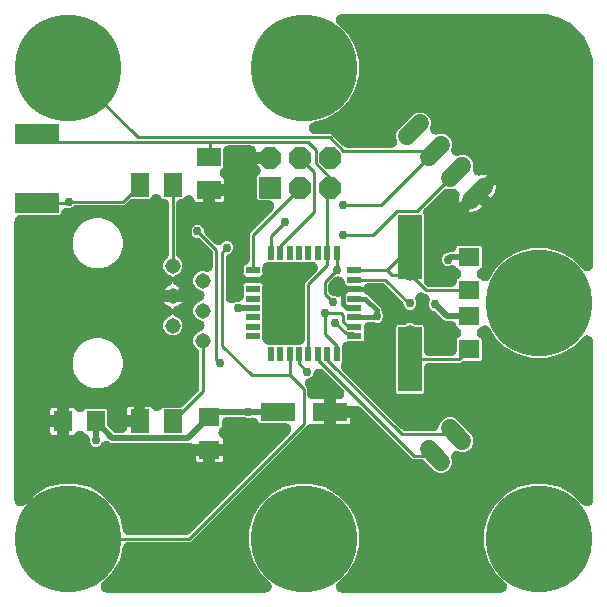
<source format=gbr>
G04 EAGLE Gerber RS-274X export*
G75*
%MOMM*%
%FSLAX34Y34*%
%LPD*%
%INTop Copper*%
%IPPOS*%
%AMOC8*
5,1,8,0,0,1.08239X$1,22.5*%
G01*
%ADD10R,1.828800X1.828800*%
%ADD11P,1.979475X8X22.500000*%
%ADD12C,9.000000*%
%ADD13R,1.270000X0.558800*%
%ADD14R,0.558800X1.270000*%
%ADD15C,1.308000*%
%ADD16R,1.600000X1.800000*%
%ADD17R,1.600000X2.000000*%
%ADD18R,2.000000X5.500000*%
%ADD19R,1.800000X1.600000*%
%ADD20R,2.000000X1.600000*%
%ADD21C,1.158000*%
%ADD22R,3.700000X1.700000*%
%ADD23C,1.524000*%
%ADD24R,3.000000X1.600000*%
%ADD25C,0.254000*%
%ADD26C,0.756400*%
%ADD27C,0.508000*%
%ADD28C,0.406400*%

G36*
X-31946Y-244903D02*
X-31946Y-244903D01*
X-31696Y-244894D01*
X-31630Y-244883D01*
X-31565Y-244879D01*
X-31319Y-244832D01*
X-31072Y-244791D01*
X-31009Y-244772D01*
X-30944Y-244760D01*
X-30706Y-244682D01*
X-30466Y-244610D01*
X-30406Y-244584D01*
X-30344Y-244563D01*
X-30117Y-244456D01*
X-29888Y-244355D01*
X-29832Y-244321D01*
X-29772Y-244293D01*
X-29561Y-244157D01*
X-29347Y-244028D01*
X-29296Y-243987D01*
X-29240Y-243952D01*
X-29048Y-243791D01*
X-28851Y-243636D01*
X-28805Y-243589D01*
X-28755Y-243547D01*
X-28584Y-243363D01*
X-28409Y-243184D01*
X-28370Y-243132D01*
X-28325Y-243083D01*
X-28179Y-242880D01*
X-28028Y-242680D01*
X-27995Y-242623D01*
X-27957Y-242570D01*
X-27838Y-242350D01*
X-27713Y-242132D01*
X-27687Y-242071D01*
X-27656Y-242014D01*
X-27566Y-241780D01*
X-27469Y-241549D01*
X-27452Y-241485D01*
X-27428Y-241424D01*
X-27368Y-241181D01*
X-27302Y-240939D01*
X-27292Y-240874D01*
X-27277Y-240810D01*
X-27248Y-240562D01*
X-27212Y-240314D01*
X-27211Y-240248D01*
X-27204Y-240183D01*
X-27206Y-239933D01*
X-27202Y-239682D01*
X-27210Y-239616D01*
X-27210Y-239550D01*
X-27245Y-239303D01*
X-27272Y-239053D01*
X-27288Y-238989D01*
X-27297Y-238924D01*
X-27362Y-238683D01*
X-27421Y-238439D01*
X-27445Y-238377D01*
X-27462Y-238314D01*
X-27557Y-238083D01*
X-27646Y-237848D01*
X-27677Y-237790D01*
X-27702Y-237730D01*
X-27826Y-237511D01*
X-27944Y-237291D01*
X-27982Y-237237D01*
X-28014Y-237180D01*
X-28165Y-236980D01*
X-28310Y-236775D01*
X-28359Y-236720D01*
X-28394Y-236674D01*
X-28491Y-236574D01*
X-28661Y-236385D01*
X-37229Y-227817D01*
X-43354Y-217208D01*
X-46525Y-205375D01*
X-46525Y-193125D01*
X-43354Y-181292D01*
X-37229Y-170683D01*
X-28567Y-162021D01*
X-17958Y-155896D01*
X-6125Y-152725D01*
X6125Y-152725D01*
X17958Y-155896D01*
X28567Y-162021D01*
X37229Y-170683D01*
X43354Y-181292D01*
X46525Y-193125D01*
X46525Y-205375D01*
X43354Y-217208D01*
X37229Y-227817D01*
X28661Y-236385D01*
X28495Y-236573D01*
X28325Y-236757D01*
X28287Y-236810D01*
X28243Y-236859D01*
X28102Y-237067D01*
X27957Y-237270D01*
X27925Y-237328D01*
X27888Y-237383D01*
X27775Y-237606D01*
X27656Y-237826D01*
X27632Y-237888D01*
X27603Y-237946D01*
X27519Y-238182D01*
X27428Y-238416D01*
X27412Y-238480D01*
X27390Y-238542D01*
X27337Y-238786D01*
X27277Y-239030D01*
X27269Y-239095D01*
X27255Y-239159D01*
X27232Y-239409D01*
X27204Y-239657D01*
X27204Y-239723D01*
X27198Y-239789D01*
X27208Y-240040D01*
X27210Y-240290D01*
X27219Y-240354D01*
X27222Y-240420D01*
X27263Y-240668D01*
X27297Y-240916D01*
X27314Y-240979D01*
X27325Y-241044D01*
X27396Y-241284D01*
X27462Y-241526D01*
X27487Y-241587D01*
X27505Y-241650D01*
X27607Y-241879D01*
X27702Y-242110D01*
X27735Y-242168D01*
X27761Y-242228D01*
X27891Y-242442D01*
X28014Y-242660D01*
X28054Y-242713D01*
X28088Y-242769D01*
X28243Y-242965D01*
X28394Y-243166D01*
X28439Y-243213D01*
X28480Y-243265D01*
X28659Y-243440D01*
X28834Y-243620D01*
X28885Y-243661D01*
X28932Y-243707D01*
X29131Y-243857D01*
X29327Y-244014D01*
X29384Y-244049D01*
X29436Y-244088D01*
X29652Y-244213D01*
X29867Y-244344D01*
X29927Y-244371D01*
X29984Y-244403D01*
X30215Y-244499D01*
X30444Y-244602D01*
X30506Y-244621D01*
X30567Y-244647D01*
X30809Y-244713D01*
X31048Y-244786D01*
X31113Y-244797D01*
X31177Y-244814D01*
X31425Y-244850D01*
X31672Y-244892D01*
X31745Y-244896D01*
X31802Y-244904D01*
X31942Y-244906D01*
X32196Y-244919D01*
X167054Y-244919D01*
X167304Y-244903D01*
X167554Y-244894D01*
X167620Y-244883D01*
X167685Y-244879D01*
X167931Y-244832D01*
X168178Y-244791D01*
X168241Y-244772D01*
X168306Y-244760D01*
X168544Y-244682D01*
X168784Y-244610D01*
X168844Y-244584D01*
X168906Y-244563D01*
X169133Y-244456D01*
X169362Y-244355D01*
X169418Y-244321D01*
X169478Y-244293D01*
X169689Y-244157D01*
X169903Y-244028D01*
X169954Y-243987D01*
X170010Y-243952D01*
X170202Y-243791D01*
X170399Y-243636D01*
X170445Y-243589D01*
X170495Y-243547D01*
X170666Y-243363D01*
X170841Y-243184D01*
X170880Y-243132D01*
X170925Y-243083D01*
X171071Y-242880D01*
X171222Y-242680D01*
X171255Y-242623D01*
X171293Y-242570D01*
X171412Y-242350D01*
X171537Y-242132D01*
X171563Y-242071D01*
X171594Y-242014D01*
X171684Y-241780D01*
X171781Y-241549D01*
X171798Y-241485D01*
X171822Y-241424D01*
X171882Y-241181D01*
X171948Y-240939D01*
X171958Y-240874D01*
X171973Y-240810D01*
X172002Y-240562D01*
X172038Y-240314D01*
X172039Y-240248D01*
X172046Y-240183D01*
X172044Y-239933D01*
X172048Y-239682D01*
X172040Y-239616D01*
X172040Y-239550D01*
X172005Y-239303D01*
X171978Y-239053D01*
X171962Y-238989D01*
X171953Y-238924D01*
X171888Y-238683D01*
X171829Y-238439D01*
X171805Y-238377D01*
X171788Y-238314D01*
X171693Y-238083D01*
X171604Y-237848D01*
X171573Y-237790D01*
X171548Y-237730D01*
X171424Y-237511D01*
X171306Y-237291D01*
X171268Y-237237D01*
X171236Y-237180D01*
X171085Y-236980D01*
X170940Y-236775D01*
X170891Y-236720D01*
X170856Y-236674D01*
X170759Y-236574D01*
X170589Y-236385D01*
X162021Y-227817D01*
X155896Y-217208D01*
X152725Y-205375D01*
X152725Y-193125D01*
X155896Y-181292D01*
X162021Y-170683D01*
X170683Y-162021D01*
X181292Y-155896D01*
X193125Y-152725D01*
X205375Y-152725D01*
X217208Y-155896D01*
X227817Y-162021D01*
X236385Y-170589D01*
X236573Y-170755D01*
X236757Y-170925D01*
X236810Y-170963D01*
X236859Y-171007D01*
X237067Y-171148D01*
X237270Y-171293D01*
X237328Y-171325D01*
X237383Y-171362D01*
X237606Y-171475D01*
X237826Y-171594D01*
X237888Y-171618D01*
X237946Y-171647D01*
X238182Y-171731D01*
X238416Y-171822D01*
X238480Y-171838D01*
X238542Y-171860D01*
X238786Y-171913D01*
X239030Y-171973D01*
X239095Y-171981D01*
X239159Y-171995D01*
X239409Y-172018D01*
X239657Y-172046D01*
X239723Y-172046D01*
X239789Y-172052D01*
X240040Y-172042D01*
X240290Y-172040D01*
X240354Y-172031D01*
X240420Y-172028D01*
X240668Y-171987D01*
X240916Y-171953D01*
X240979Y-171936D01*
X241044Y-171925D01*
X241284Y-171854D01*
X241526Y-171788D01*
X241587Y-171763D01*
X241650Y-171745D01*
X241879Y-171643D01*
X242110Y-171548D01*
X242168Y-171515D01*
X242228Y-171489D01*
X242442Y-171359D01*
X242660Y-171236D01*
X242713Y-171196D01*
X242769Y-171162D01*
X242965Y-171007D01*
X243166Y-170856D01*
X243213Y-170811D01*
X243265Y-170770D01*
X243440Y-170591D01*
X243620Y-170416D01*
X243661Y-170365D01*
X243707Y-170318D01*
X243857Y-170119D01*
X244014Y-169923D01*
X244049Y-169866D01*
X244088Y-169814D01*
X244213Y-169598D01*
X244344Y-169383D01*
X244371Y-169323D01*
X244403Y-169266D01*
X244499Y-169035D01*
X244602Y-168806D01*
X244621Y-168744D01*
X244647Y-168683D01*
X244713Y-168441D01*
X244786Y-168202D01*
X244797Y-168137D01*
X244814Y-168073D01*
X244850Y-167825D01*
X244892Y-167578D01*
X244896Y-167505D01*
X244904Y-167448D01*
X244906Y-167308D01*
X244919Y-167054D01*
X244919Y-32196D01*
X244903Y-31946D01*
X244894Y-31696D01*
X244883Y-31630D01*
X244879Y-31565D01*
X244832Y-31319D01*
X244791Y-31072D01*
X244772Y-31009D01*
X244760Y-30944D01*
X244682Y-30706D01*
X244610Y-30466D01*
X244584Y-30406D01*
X244563Y-30344D01*
X244456Y-30117D01*
X244355Y-29888D01*
X244321Y-29832D01*
X244293Y-29772D01*
X244157Y-29561D01*
X244028Y-29347D01*
X243987Y-29296D01*
X243952Y-29240D01*
X243791Y-29048D01*
X243636Y-28851D01*
X243589Y-28805D01*
X243547Y-28755D01*
X243363Y-28584D01*
X243184Y-28409D01*
X243132Y-28370D01*
X243083Y-28325D01*
X242880Y-28179D01*
X242680Y-28028D01*
X242623Y-27995D01*
X242570Y-27957D01*
X242350Y-27838D01*
X242132Y-27713D01*
X242071Y-27687D01*
X242014Y-27656D01*
X241780Y-27566D01*
X241549Y-27469D01*
X241485Y-27452D01*
X241424Y-27428D01*
X241181Y-27368D01*
X240939Y-27302D01*
X240874Y-27292D01*
X240810Y-27277D01*
X240562Y-27248D01*
X240314Y-27212D01*
X240248Y-27211D01*
X240183Y-27204D01*
X239933Y-27206D01*
X239682Y-27202D01*
X239616Y-27210D01*
X239550Y-27210D01*
X239303Y-27245D01*
X239053Y-27272D01*
X238989Y-27288D01*
X238924Y-27297D01*
X238683Y-27362D01*
X238439Y-27421D01*
X238377Y-27445D01*
X238314Y-27462D01*
X238083Y-27557D01*
X237848Y-27646D01*
X237790Y-27677D01*
X237730Y-27702D01*
X237511Y-27826D01*
X237291Y-27944D01*
X237237Y-27982D01*
X237180Y-28014D01*
X236980Y-28165D01*
X236775Y-28310D01*
X236720Y-28359D01*
X236674Y-28394D01*
X236574Y-28491D01*
X236385Y-28661D01*
X227817Y-37229D01*
X217208Y-43354D01*
X205375Y-46525D01*
X193125Y-46525D01*
X181292Y-43354D01*
X170683Y-37229D01*
X162021Y-28567D01*
X157800Y-21256D01*
X157686Y-21084D01*
X157579Y-20907D01*
X157511Y-20821D01*
X157450Y-20730D01*
X157315Y-20573D01*
X157186Y-20411D01*
X157108Y-20335D01*
X157036Y-20252D01*
X156882Y-20114D01*
X156735Y-19969D01*
X156647Y-19903D01*
X156566Y-19830D01*
X156396Y-19712D01*
X156231Y-19587D01*
X156136Y-19533D01*
X156046Y-19471D01*
X155862Y-19376D01*
X155683Y-19272D01*
X155582Y-19230D01*
X155484Y-19180D01*
X155290Y-19109D01*
X155099Y-19029D01*
X154994Y-19000D01*
X154891Y-18962D01*
X154689Y-18916D01*
X154490Y-18861D01*
X154381Y-18846D01*
X154275Y-18822D01*
X154069Y-18801D01*
X153864Y-18772D01*
X153755Y-18770D01*
X153646Y-18760D01*
X153439Y-18765D01*
X153232Y-18762D01*
X153123Y-18774D01*
X153014Y-18777D01*
X152810Y-18809D01*
X152604Y-18832D01*
X152497Y-18858D01*
X152389Y-18875D01*
X152191Y-18932D01*
X151990Y-18981D01*
X151887Y-19020D01*
X151782Y-19050D01*
X151592Y-19132D01*
X151399Y-19206D01*
X151302Y-19257D01*
X151202Y-19301D01*
X151024Y-19406D01*
X150841Y-19504D01*
X150752Y-19567D01*
X150658Y-19623D01*
X150494Y-19750D01*
X150326Y-19869D01*
X150232Y-19954D01*
X150159Y-20011D01*
X150072Y-20098D01*
X149936Y-20221D01*
X149864Y-20293D01*
X149650Y-20381D01*
X149424Y-20492D01*
X149197Y-20596D01*
X149141Y-20631D01*
X149082Y-20660D01*
X148874Y-20797D01*
X148660Y-20930D01*
X148609Y-20971D01*
X148554Y-21007D01*
X148365Y-21170D01*
X148170Y-21329D01*
X148124Y-21376D01*
X148074Y-21419D01*
X147906Y-21605D01*
X147733Y-21786D01*
X147695Y-21839D01*
X147650Y-21888D01*
X147507Y-22094D01*
X147358Y-22295D01*
X147327Y-22352D01*
X147289Y-22406D01*
X147173Y-22628D01*
X147051Y-22847D01*
X147026Y-22908D01*
X146996Y-22966D01*
X146909Y-23201D01*
X146815Y-23434D01*
X146799Y-23497D01*
X146776Y-23559D01*
X146719Y-23803D01*
X146655Y-24045D01*
X146647Y-24110D01*
X146632Y-24174D01*
X146606Y-24424D01*
X146574Y-24672D01*
X146574Y-24738D01*
X146567Y-24803D01*
X146573Y-25054D01*
X146573Y-25304D01*
X146581Y-25370D01*
X146582Y-25435D01*
X146620Y-25682D01*
X146651Y-25931D01*
X146667Y-25995D01*
X146677Y-26060D01*
X146746Y-26301D01*
X146808Y-26544D01*
X146832Y-26605D01*
X146850Y-26668D01*
X146948Y-26899D01*
X147041Y-27131D01*
X147072Y-27189D01*
X147098Y-27249D01*
X147225Y-27466D01*
X147346Y-27685D01*
X147384Y-27738D01*
X147418Y-27795D01*
X147571Y-27994D01*
X147718Y-28196D01*
X147763Y-28243D01*
X147803Y-28295D01*
X147980Y-28473D01*
X148152Y-28655D01*
X148203Y-28697D01*
X148249Y-28743D01*
X148447Y-28898D01*
X148641Y-29056D01*
X148696Y-29091D01*
X148748Y-29132D01*
X148963Y-29259D01*
X149176Y-29393D01*
X149242Y-29424D01*
X149292Y-29454D01*
X149420Y-29509D01*
X149650Y-29619D01*
X149864Y-29707D01*
X150293Y-30136D01*
X150525Y-30697D01*
X150525Y-47303D01*
X150293Y-47864D01*
X149864Y-48293D01*
X149303Y-48525D01*
X136498Y-48525D01*
X136379Y-48532D01*
X136260Y-48530D01*
X136064Y-48552D01*
X135868Y-48565D01*
X135751Y-48587D01*
X135632Y-48600D01*
X135440Y-48647D01*
X135247Y-48684D01*
X135133Y-48721D01*
X135017Y-48749D01*
X134834Y-48819D01*
X134646Y-48881D01*
X134538Y-48932D01*
X134427Y-48974D01*
X134253Y-49067D01*
X134075Y-49151D01*
X133974Y-49216D01*
X133869Y-49272D01*
X133709Y-49386D01*
X133543Y-49492D01*
X133451Y-49569D01*
X133354Y-49638D01*
X133165Y-49808D01*
X133099Y-49863D01*
X132056Y-50295D01*
X106524Y-50295D01*
X106339Y-50306D01*
X106154Y-50308D01*
X106024Y-50326D01*
X105893Y-50335D01*
X105712Y-50370D01*
X105528Y-50395D01*
X105402Y-50429D01*
X105272Y-50454D01*
X105096Y-50512D01*
X104918Y-50560D01*
X104797Y-50610D01*
X104672Y-50651D01*
X104504Y-50730D01*
X104334Y-50800D01*
X104219Y-50865D01*
X104101Y-50921D01*
X103945Y-51021D01*
X103784Y-51112D01*
X103679Y-51191D01*
X103568Y-51262D01*
X103426Y-51381D01*
X103278Y-51492D01*
X103184Y-51583D01*
X103083Y-51667D01*
X102957Y-51803D01*
X102824Y-51932D01*
X102742Y-52034D01*
X102653Y-52131D01*
X102545Y-52281D01*
X102430Y-52425D01*
X102361Y-52538D01*
X102285Y-52644D01*
X102197Y-52807D01*
X102100Y-52965D01*
X102047Y-53085D01*
X101984Y-53200D01*
X101918Y-53373D01*
X101842Y-53542D01*
X101804Y-53667D01*
X101756Y-53790D01*
X101712Y-53970D01*
X101658Y-54147D01*
X101636Y-54276D01*
X101605Y-54404D01*
X101583Y-54587D01*
X101552Y-54770D01*
X101544Y-54923D01*
X101532Y-55031D01*
X101533Y-55140D01*
X101525Y-55294D01*
X101525Y-75303D01*
X101293Y-75864D01*
X100864Y-76293D01*
X100303Y-76525D01*
X79697Y-76525D01*
X79136Y-76293D01*
X78707Y-75864D01*
X78475Y-75303D01*
X78475Y-19697D01*
X78707Y-19136D01*
X79136Y-18707D01*
X79697Y-18475D01*
X84195Y-18475D01*
X84281Y-18470D01*
X84368Y-18472D01*
X84596Y-18450D01*
X84826Y-18435D01*
X84911Y-18419D01*
X84997Y-18411D01*
X85220Y-18359D01*
X85446Y-18316D01*
X85529Y-18289D01*
X85613Y-18270D01*
X85927Y-18159D01*
X86047Y-18119D01*
X86074Y-18107D01*
X86108Y-18095D01*
X88545Y-17085D01*
X91455Y-17085D01*
X93892Y-18095D01*
X93974Y-18123D01*
X94053Y-18158D01*
X94273Y-18225D01*
X94490Y-18299D01*
X94575Y-18317D01*
X94658Y-18342D01*
X94885Y-18380D01*
X95109Y-18427D01*
X95195Y-18433D01*
X95281Y-18448D01*
X95614Y-18465D01*
X95740Y-18475D01*
X95769Y-18473D01*
X95805Y-18475D01*
X100303Y-18475D01*
X100864Y-18707D01*
X101293Y-19136D01*
X101525Y-19697D01*
X101525Y-39706D01*
X101536Y-39891D01*
X101538Y-40076D01*
X101556Y-40206D01*
X101565Y-40337D01*
X101600Y-40518D01*
X101625Y-40702D01*
X101659Y-40828D01*
X101684Y-40958D01*
X101742Y-41134D01*
X101790Y-41312D01*
X101840Y-41433D01*
X101881Y-41558D01*
X101960Y-41726D01*
X102030Y-41896D01*
X102095Y-42011D01*
X102151Y-42129D01*
X102251Y-42285D01*
X102342Y-42446D01*
X102421Y-42551D01*
X102492Y-42662D01*
X102611Y-42804D01*
X102722Y-42952D01*
X102813Y-43046D01*
X102897Y-43147D01*
X103033Y-43273D01*
X103162Y-43406D01*
X103264Y-43488D01*
X103361Y-43577D01*
X103511Y-43685D01*
X103655Y-43800D01*
X103768Y-43869D01*
X103874Y-43945D01*
X104037Y-44033D01*
X104195Y-44130D01*
X104315Y-44183D01*
X104430Y-44246D01*
X104603Y-44312D01*
X104772Y-44388D01*
X104897Y-44426D01*
X105020Y-44474D01*
X105200Y-44518D01*
X105377Y-44572D01*
X105506Y-44594D01*
X105634Y-44625D01*
X105817Y-44647D01*
X106000Y-44678D01*
X106153Y-44686D01*
X106261Y-44698D01*
X106370Y-44697D01*
X106524Y-44705D01*
X124476Y-44705D01*
X124661Y-44694D01*
X124846Y-44692D01*
X124976Y-44674D01*
X125107Y-44665D01*
X125288Y-44630D01*
X125472Y-44605D01*
X125598Y-44571D01*
X125728Y-44546D01*
X125904Y-44488D01*
X126082Y-44440D01*
X126203Y-44390D01*
X126328Y-44349D01*
X126496Y-44270D01*
X126666Y-44200D01*
X126781Y-44135D01*
X126899Y-44079D01*
X127055Y-43979D01*
X127216Y-43888D01*
X127321Y-43809D01*
X127432Y-43738D01*
X127574Y-43619D01*
X127722Y-43508D01*
X127816Y-43417D01*
X127917Y-43333D01*
X128043Y-43197D01*
X128176Y-43068D01*
X128258Y-42966D01*
X128347Y-42869D01*
X128455Y-42719D01*
X128570Y-42575D01*
X128639Y-42462D01*
X128715Y-42356D01*
X128803Y-42193D01*
X128900Y-42035D01*
X128953Y-41915D01*
X129016Y-41800D01*
X129082Y-41627D01*
X129158Y-41458D01*
X129196Y-41333D01*
X129244Y-41210D01*
X129288Y-41030D01*
X129342Y-40853D01*
X129364Y-40724D01*
X129395Y-40596D01*
X129417Y-40413D01*
X129448Y-40230D01*
X129456Y-40077D01*
X129468Y-39969D01*
X129467Y-39860D01*
X129475Y-39706D01*
X129475Y-30697D01*
X129707Y-30136D01*
X130136Y-29707D01*
X130350Y-29619D01*
X130575Y-29509D01*
X130803Y-29404D01*
X130859Y-29369D01*
X130918Y-29340D01*
X131127Y-29203D01*
X131340Y-29070D01*
X131391Y-29029D01*
X131446Y-28993D01*
X131636Y-28829D01*
X131830Y-28672D01*
X131876Y-28624D01*
X131926Y-28581D01*
X132094Y-28395D01*
X132267Y-28214D01*
X132305Y-28161D01*
X132350Y-28112D01*
X132493Y-27907D01*
X132641Y-27705D01*
X132673Y-27648D01*
X132711Y-27594D01*
X132827Y-27372D01*
X132949Y-27153D01*
X132974Y-27092D01*
X133004Y-27034D01*
X133091Y-26799D01*
X133185Y-26566D01*
X133201Y-26503D01*
X133224Y-26441D01*
X133281Y-26198D01*
X133345Y-25955D01*
X133353Y-25890D01*
X133368Y-25826D01*
X133394Y-25577D01*
X133426Y-25328D01*
X133426Y-25263D01*
X133433Y-25197D01*
X133427Y-24946D01*
X133427Y-24696D01*
X133419Y-24631D01*
X133418Y-24565D01*
X133380Y-24317D01*
X133349Y-24069D01*
X133333Y-24005D01*
X133323Y-23940D01*
X133254Y-23699D01*
X133192Y-23456D01*
X133168Y-23396D01*
X133150Y-23332D01*
X133052Y-23101D01*
X132960Y-22869D01*
X132928Y-22811D01*
X132902Y-22751D01*
X132775Y-22534D01*
X132654Y-22315D01*
X132616Y-22262D01*
X132583Y-22205D01*
X132430Y-22007D01*
X132282Y-21804D01*
X132237Y-21757D01*
X132197Y-21705D01*
X132020Y-21527D01*
X131848Y-21345D01*
X131797Y-21303D01*
X131751Y-21257D01*
X131554Y-21103D01*
X131360Y-20944D01*
X131304Y-20909D01*
X131252Y-20868D01*
X131036Y-20741D01*
X130824Y-20607D01*
X130758Y-20576D01*
X130708Y-20546D01*
X130580Y-20491D01*
X130350Y-20381D01*
X130136Y-20293D01*
X129707Y-19864D01*
X129370Y-19049D01*
X129341Y-18942D01*
X129316Y-18812D01*
X129258Y-18636D01*
X129210Y-18458D01*
X129160Y-18337D01*
X129119Y-18212D01*
X129040Y-18044D01*
X128970Y-17874D01*
X128905Y-17759D01*
X128849Y-17641D01*
X128749Y-17485D01*
X128658Y-17324D01*
X128579Y-17219D01*
X128508Y-17108D01*
X128389Y-16966D01*
X128278Y-16818D01*
X128187Y-16724D01*
X128103Y-16623D01*
X127967Y-16497D01*
X127838Y-16364D01*
X127736Y-16282D01*
X127639Y-16193D01*
X127489Y-16085D01*
X127345Y-15970D01*
X127232Y-15901D01*
X127126Y-15825D01*
X126963Y-15737D01*
X126805Y-15640D01*
X126685Y-15587D01*
X126570Y-15524D01*
X126397Y-15458D01*
X126228Y-15382D01*
X126103Y-15344D01*
X125980Y-15296D01*
X125800Y-15252D01*
X125623Y-15198D01*
X125494Y-15176D01*
X125366Y-15145D01*
X125183Y-15123D01*
X125000Y-15092D01*
X124847Y-15084D01*
X124739Y-15072D01*
X124630Y-15073D01*
X124476Y-15065D01*
X120191Y-15065D01*
X118698Y-14446D01*
X116851Y-12599D01*
X111696Y-7444D01*
X111631Y-7387D01*
X111571Y-7324D01*
X111394Y-7178D01*
X111221Y-7026D01*
X111150Y-6978D01*
X111083Y-6923D01*
X110888Y-6800D01*
X110698Y-6672D01*
X110621Y-6633D01*
X110548Y-6586D01*
X110247Y-6443D01*
X110134Y-6386D01*
X110106Y-6376D01*
X110074Y-6360D01*
X107994Y-5499D01*
X106501Y-4006D01*
X105693Y-2056D01*
X105693Y56D01*
X106244Y1386D01*
X106304Y1561D01*
X106373Y1732D01*
X106406Y1859D01*
X106449Y1984D01*
X106486Y2165D01*
X106533Y2344D01*
X106550Y2474D01*
X106576Y2603D01*
X106590Y2787D01*
X106614Y2971D01*
X106614Y3102D01*
X106624Y3233D01*
X106615Y3418D01*
X106616Y3603D01*
X106599Y3733D01*
X106593Y3864D01*
X106560Y4047D01*
X106537Y4230D01*
X106505Y4357D01*
X106482Y4487D01*
X106426Y4663D01*
X106381Y4842D01*
X106332Y4965D01*
X106293Y5090D01*
X106216Y5258D01*
X106148Y5430D01*
X106084Y5545D01*
X106030Y5665D01*
X105932Y5822D01*
X105843Y5984D01*
X105765Y6090D01*
X105696Y6201D01*
X105579Y6345D01*
X105470Y6494D01*
X105380Y6590D01*
X105297Y6692D01*
X105163Y6820D01*
X105036Y6954D01*
X104935Y7037D01*
X104840Y7128D01*
X104691Y7238D01*
X104548Y7355D01*
X104436Y7425D01*
X104331Y7503D01*
X104169Y7593D01*
X104013Y7691D01*
X103874Y7758D01*
X103779Y7811D01*
X103677Y7851D01*
X103539Y7918D01*
X101321Y8836D01*
X101084Y8917D01*
X100849Y9004D01*
X100786Y9019D01*
X100723Y9040D01*
X100477Y9091D01*
X100234Y9148D01*
X100169Y9155D01*
X100104Y9168D01*
X99854Y9187D01*
X99605Y9213D01*
X99539Y9211D01*
X99474Y9216D01*
X99224Y9204D01*
X98973Y9198D01*
X98908Y9188D01*
X98843Y9184D01*
X98596Y9140D01*
X98348Y9103D01*
X98285Y9085D01*
X98220Y9073D01*
X97982Y8999D01*
X97740Y8930D01*
X97680Y8904D01*
X97617Y8885D01*
X97390Y8781D01*
X97159Y8682D01*
X97102Y8649D01*
X97042Y8621D01*
X96830Y8489D01*
X96613Y8362D01*
X96561Y8322D01*
X96506Y8288D01*
X96311Y8130D01*
X96113Y7977D01*
X96066Y7930D01*
X96015Y7889D01*
X95843Y7708D01*
X95665Y7531D01*
X95624Y7479D01*
X95579Y7431D01*
X95431Y7230D01*
X95277Y7032D01*
X95243Y6975D01*
X95204Y6922D01*
X95082Y6703D01*
X94954Y6488D01*
X94928Y6428D01*
X94896Y6370D01*
X94803Y6137D01*
X94704Y5908D01*
X94685Y5845D01*
X94661Y5784D01*
X94597Y5541D01*
X94528Y5301D01*
X94518Y5236D01*
X94501Y5172D01*
X94469Y4924D01*
X94430Y4676D01*
X94428Y4610D01*
X94420Y4545D01*
X94419Y4295D01*
X94412Y4044D01*
X94418Y3979D01*
X94418Y3913D01*
X94449Y3664D01*
X94474Y3415D01*
X94488Y3351D01*
X94496Y3286D01*
X94559Y3044D01*
X94614Y2799D01*
X94639Y2729D01*
X94653Y2674D01*
X94705Y2544D01*
X94790Y2304D01*
X95307Y1056D01*
X95307Y-1056D01*
X94499Y-3006D01*
X93006Y-4499D01*
X91056Y-5307D01*
X88944Y-5307D01*
X86994Y-4499D01*
X85501Y-3006D01*
X84621Y-881D01*
X84618Y-850D01*
X84571Y-658D01*
X84534Y-465D01*
X84497Y-351D01*
X84469Y-235D01*
X84399Y-51D01*
X84337Y136D01*
X84286Y244D01*
X84244Y355D01*
X84151Y529D01*
X84067Y707D01*
X84002Y808D01*
X83946Y913D01*
X83832Y1073D01*
X83726Y1239D01*
X83649Y1331D01*
X83580Y1428D01*
X83410Y1617D01*
X83321Y1725D01*
X83278Y1764D01*
X83229Y1819D01*
X69307Y15741D01*
X69217Y15820D01*
X69134Y15906D01*
X68980Y16029D01*
X68832Y16159D01*
X68734Y16226D01*
X68640Y16300D01*
X68472Y16403D01*
X68309Y16513D01*
X68203Y16567D01*
X68101Y16630D01*
X67921Y16710D01*
X67745Y16799D01*
X67633Y16839D01*
X67524Y16888D01*
X67335Y16945D01*
X67150Y17012D01*
X67033Y17037D01*
X66919Y17072D01*
X66725Y17105D01*
X66532Y17147D01*
X66414Y17158D01*
X66296Y17178D01*
X66042Y17191D01*
X65903Y17204D01*
X65845Y17201D01*
X65772Y17205D01*
X56816Y17205D01*
X56631Y17194D01*
X56446Y17192D01*
X56316Y17174D01*
X56185Y17165D01*
X56004Y17130D01*
X55820Y17105D01*
X55694Y17071D01*
X55564Y17046D01*
X55422Y16999D01*
X55044Y16999D01*
X55013Y16997D01*
X54982Y16999D01*
X54697Y16977D01*
X54413Y16959D01*
X54383Y16954D01*
X54352Y16951D01*
X54073Y16894D01*
X53792Y16840D01*
X53763Y16830D01*
X53732Y16824D01*
X53464Y16733D01*
X53191Y16644D01*
X53163Y16630D01*
X53134Y16620D01*
X52879Y16495D01*
X52620Y16373D01*
X52594Y16356D01*
X52566Y16342D01*
X52329Y16186D01*
X52088Y16032D01*
X52064Y16012D01*
X52038Y15995D01*
X51821Y15809D01*
X51603Y15627D01*
X51582Y15604D01*
X51558Y15584D01*
X51366Y15371D01*
X51173Y15164D01*
X51155Y15138D01*
X51134Y15115D01*
X50970Y14880D01*
X50804Y14650D01*
X50790Y14623D01*
X50772Y14597D01*
X50639Y14343D01*
X50504Y14094D01*
X50493Y14065D01*
X50478Y14037D01*
X50379Y13771D01*
X50276Y13504D01*
X50269Y13474D01*
X50258Y13445D01*
X50193Y13168D01*
X50124Y12891D01*
X50121Y12860D01*
X50114Y12829D01*
X50084Y12546D01*
X50051Y12263D01*
X50052Y12232D01*
X50049Y12201D01*
X50055Y11915D01*
X50058Y11631D01*
X50062Y11600D01*
X50063Y11569D01*
X50106Y11286D01*
X50145Y11004D01*
X50153Y10974D01*
X50157Y10944D01*
X50235Y10669D01*
X50309Y10394D01*
X50321Y10366D01*
X50330Y10336D01*
X50441Y10073D01*
X50550Y9810D01*
X50565Y9783D01*
X50577Y9754D01*
X50721Y9508D01*
X50862Y9260D01*
X50881Y9235D01*
X50897Y9209D01*
X51071Y8982D01*
X51241Y8754D01*
X51263Y8732D01*
X51282Y8708D01*
X51483Y8505D01*
X51681Y8301D01*
X51706Y8281D01*
X51728Y8259D01*
X51951Y8085D01*
X52175Y7906D01*
X52202Y7890D01*
X52226Y7871D01*
X52470Y7726D01*
X52715Y7577D01*
X52743Y7564D01*
X52770Y7548D01*
X53249Y7334D01*
X53250Y7334D01*
X53271Y7327D01*
X53291Y7318D01*
X53292Y7318D01*
X53573Y7232D01*
X53853Y7145D01*
X53875Y7141D01*
X53895Y7135D01*
X63312Y-2282D01*
X65015Y-3985D01*
X65571Y-5326D01*
X65585Y-5433D01*
X65597Y-5612D01*
X65619Y-5729D01*
X65632Y-5848D01*
X65656Y-5946D01*
X65657Y-5951D01*
X65662Y-5969D01*
X65679Y-6039D01*
X65716Y-6233D01*
X65753Y-6346D01*
X65781Y-6462D01*
X65851Y-6646D01*
X65913Y-6833D01*
X65964Y-6941D01*
X66006Y-7053D01*
X66099Y-7226D01*
X66183Y-7405D01*
X66248Y-7505D01*
X66304Y-7610D01*
X66390Y-7732D01*
X67307Y-9944D01*
X67307Y-12056D01*
X66499Y-14006D01*
X65006Y-15499D01*
X63056Y-16307D01*
X60944Y-16307D01*
X60053Y-15937D01*
X59971Y-15909D01*
X59892Y-15874D01*
X59672Y-15807D01*
X59454Y-15733D01*
X59370Y-15715D01*
X59287Y-15690D01*
X59060Y-15652D01*
X58835Y-15605D01*
X58749Y-15599D01*
X58664Y-15584D01*
X58331Y-15567D01*
X58205Y-15557D01*
X58176Y-15559D01*
X58139Y-15557D01*
X55800Y-15557D01*
X55615Y-15568D01*
X55430Y-15570D01*
X55300Y-15588D01*
X55169Y-15597D01*
X54988Y-15632D01*
X54804Y-15657D01*
X54678Y-15691D01*
X54548Y-15716D01*
X54372Y-15774D01*
X54194Y-15822D01*
X54073Y-15872D01*
X53948Y-15913D01*
X53780Y-15992D01*
X53610Y-16062D01*
X53495Y-16127D01*
X53377Y-16183D01*
X53221Y-16283D01*
X53060Y-16374D01*
X52955Y-16453D01*
X52844Y-16524D01*
X52702Y-16643D01*
X52554Y-16754D01*
X52460Y-16845D01*
X52359Y-16929D01*
X52233Y-17065D01*
X52100Y-17194D01*
X52018Y-17296D01*
X51929Y-17393D01*
X51821Y-17543D01*
X51706Y-17687D01*
X51637Y-17800D01*
X51561Y-17906D01*
X51473Y-18069D01*
X51376Y-18227D01*
X51323Y-18347D01*
X51260Y-18462D01*
X51194Y-18635D01*
X51118Y-18804D01*
X51080Y-18929D01*
X51032Y-19052D01*
X50988Y-19232D01*
X50934Y-19409D01*
X50912Y-19538D01*
X50881Y-19666D01*
X50859Y-19849D01*
X50828Y-20032D01*
X50820Y-20185D01*
X50808Y-20293D01*
X50809Y-20402D01*
X50801Y-20556D01*
X50801Y-31097D01*
X50569Y-31658D01*
X50140Y-32087D01*
X49579Y-32319D01*
X37318Y-32319D01*
X37133Y-32330D01*
X36948Y-32332D01*
X36818Y-32350D01*
X36687Y-32359D01*
X36506Y-32394D01*
X36322Y-32419D01*
X36196Y-32453D01*
X36066Y-32478D01*
X35890Y-32536D01*
X35712Y-32584D01*
X35591Y-32634D01*
X35466Y-32675D01*
X35298Y-32754D01*
X35128Y-32824D01*
X35013Y-32889D01*
X34895Y-32945D01*
X34739Y-33045D01*
X34578Y-33136D01*
X34473Y-33215D01*
X34362Y-33286D01*
X34220Y-33405D01*
X34072Y-33516D01*
X33978Y-33607D01*
X33877Y-33691D01*
X33751Y-33827D01*
X33618Y-33956D01*
X33536Y-34058D01*
X33447Y-34155D01*
X33339Y-34305D01*
X33224Y-34449D01*
X33155Y-34562D01*
X33079Y-34668D01*
X32991Y-34831D01*
X32894Y-34989D01*
X32841Y-35109D01*
X32778Y-35224D01*
X32712Y-35397D01*
X32636Y-35566D01*
X32598Y-35691D01*
X32550Y-35814D01*
X32506Y-35994D01*
X32452Y-36171D01*
X32430Y-36300D01*
X32399Y-36428D01*
X32377Y-36611D01*
X32346Y-36794D01*
X32338Y-36947D01*
X32326Y-37055D01*
X32327Y-37164D01*
X32319Y-37318D01*
X32319Y-49579D01*
X31988Y-50377D01*
X31980Y-50388D01*
X31915Y-50502D01*
X31841Y-50610D01*
X31758Y-50775D01*
X31665Y-50936D01*
X31615Y-51057D01*
X31555Y-51174D01*
X31493Y-51348D01*
X31422Y-51519D01*
X31387Y-51646D01*
X31343Y-51769D01*
X31304Y-51950D01*
X31254Y-52128D01*
X31236Y-52259D01*
X31208Y-52387D01*
X31191Y-52571D01*
X31165Y-52754D01*
X31163Y-52886D01*
X31151Y-53016D01*
X31158Y-53201D01*
X31155Y-53386D01*
X31170Y-53517D01*
X31174Y-53648D01*
X31205Y-53831D01*
X31225Y-54014D01*
X31256Y-54142D01*
X31277Y-54272D01*
X31330Y-54449D01*
X31374Y-54629D01*
X31421Y-54752D01*
X31458Y-54877D01*
X31533Y-55047D01*
X31599Y-55219D01*
X31661Y-55335D01*
X31714Y-55455D01*
X31810Y-55614D01*
X31897Y-55777D01*
X31972Y-55884D01*
X32040Y-55997D01*
X32156Y-56142D01*
X32262Y-56292D01*
X32365Y-56407D01*
X32433Y-56492D01*
X32511Y-56569D01*
X32614Y-56683D01*
X82692Y-106761D01*
X82781Y-106840D01*
X82864Y-106925D01*
X83018Y-107048D01*
X83166Y-107179D01*
X83265Y-107245D01*
X83358Y-107320D01*
X83526Y-107423D01*
X83689Y-107533D01*
X83796Y-107587D01*
X83898Y-107649D01*
X84077Y-107730D01*
X84253Y-107819D01*
X84365Y-107859D01*
X84474Y-107908D01*
X84663Y-107965D01*
X84848Y-108031D01*
X84965Y-108057D01*
X85079Y-108092D01*
X85274Y-108125D01*
X85466Y-108167D01*
X85584Y-108177D01*
X85702Y-108197D01*
X85956Y-108211D01*
X86095Y-108223D01*
X86153Y-108221D01*
X86227Y-108225D01*
X109448Y-108225D01*
X109633Y-108213D01*
X109818Y-108211D01*
X109948Y-108193D01*
X110079Y-108185D01*
X110261Y-108150D01*
X110444Y-108125D01*
X110571Y-108091D01*
X110700Y-108066D01*
X110876Y-108008D01*
X111054Y-107960D01*
X111175Y-107910D01*
X111300Y-107869D01*
X111468Y-107790D01*
X111639Y-107720D01*
X111753Y-107655D01*
X111872Y-107598D01*
X112027Y-107499D01*
X112188Y-107407D01*
X112293Y-107328D01*
X112404Y-107258D01*
X112546Y-107139D01*
X112694Y-107028D01*
X112788Y-106937D01*
X112889Y-106852D01*
X113015Y-106717D01*
X113148Y-106588D01*
X113230Y-106485D01*
X113319Y-106389D01*
X113427Y-106239D01*
X113542Y-106094D01*
X113611Y-105982D01*
X113687Y-105875D01*
X113775Y-105713D01*
X113872Y-105555D01*
X113926Y-105435D01*
X113988Y-105319D01*
X114055Y-105147D01*
X114130Y-104978D01*
X114168Y-104852D01*
X114216Y-104730D01*
X114260Y-104550D01*
X114314Y-104373D01*
X114336Y-104244D01*
X114367Y-104116D01*
X114385Y-103962D01*
X115840Y-100451D01*
X118412Y-97879D01*
X121773Y-96487D01*
X125411Y-96487D01*
X128772Y-97879D01*
X142121Y-111228D01*
X143513Y-114589D01*
X143513Y-118227D01*
X142121Y-121588D01*
X139548Y-124160D01*
X136187Y-125553D01*
X132549Y-125553D01*
X131756Y-125224D01*
X131519Y-125143D01*
X131284Y-125055D01*
X131220Y-125041D01*
X131158Y-125019D01*
X130912Y-124969D01*
X130668Y-124912D01*
X130603Y-124905D01*
X130538Y-124892D01*
X130289Y-124873D01*
X130039Y-124847D01*
X129974Y-124849D01*
X129908Y-124844D01*
X129658Y-124856D01*
X129407Y-124862D01*
X129343Y-124872D01*
X129277Y-124875D01*
X129030Y-124919D01*
X128783Y-124957D01*
X128719Y-124975D01*
X128655Y-124986D01*
X128415Y-125061D01*
X128174Y-125130D01*
X128114Y-125155D01*
X128051Y-125175D01*
X127823Y-125280D01*
X127593Y-125378D01*
X127537Y-125411D01*
X127477Y-125438D01*
X127264Y-125571D01*
X127048Y-125697D01*
X126996Y-125737D01*
X126940Y-125772D01*
X126746Y-125930D01*
X126547Y-126083D01*
X126500Y-126130D01*
X126450Y-126171D01*
X126277Y-126352D01*
X126099Y-126529D01*
X126059Y-126581D01*
X126013Y-126628D01*
X125865Y-126830D01*
X125711Y-127028D01*
X125677Y-127084D01*
X125638Y-127137D01*
X125516Y-127356D01*
X125389Y-127572D01*
X125363Y-127632D01*
X125331Y-127689D01*
X125237Y-127922D01*
X125138Y-128152D01*
X125119Y-128215D01*
X125095Y-128276D01*
X125032Y-128518D01*
X124962Y-128759D01*
X124952Y-128824D01*
X124935Y-128888D01*
X124903Y-129136D01*
X124864Y-129384D01*
X124862Y-129449D01*
X124854Y-129514D01*
X124853Y-129765D01*
X124846Y-130015D01*
X124853Y-130081D01*
X124852Y-130146D01*
X124884Y-130395D01*
X124908Y-130644D01*
X124923Y-130709D01*
X124931Y-130774D01*
X124993Y-131016D01*
X125049Y-131261D01*
X125073Y-131330D01*
X125087Y-131386D01*
X125139Y-131516D01*
X125143Y-131529D01*
X125147Y-131542D01*
X125155Y-131563D01*
X125224Y-131756D01*
X125553Y-132549D01*
X125553Y-136187D01*
X124160Y-139548D01*
X121588Y-142121D01*
X118227Y-143513D01*
X114589Y-143513D01*
X111228Y-142121D01*
X102346Y-133239D01*
X102257Y-133160D01*
X102173Y-133075D01*
X102019Y-132952D01*
X101872Y-132821D01*
X101773Y-132754D01*
X101680Y-132680D01*
X101512Y-132577D01*
X101349Y-132467D01*
X101242Y-132413D01*
X101140Y-132351D01*
X100960Y-132270D01*
X100785Y-132181D01*
X100672Y-132141D01*
X100563Y-132092D01*
X100375Y-132035D01*
X100189Y-131969D01*
X100073Y-131943D01*
X99959Y-131908D01*
X99764Y-131875D01*
X99572Y-131833D01*
X99453Y-131823D01*
X99335Y-131803D01*
X99082Y-131789D01*
X98942Y-131777D01*
X98885Y-131779D01*
X98811Y-131775D01*
X92403Y-131775D01*
X91376Y-131349D01*
X89886Y-129860D01*
X48075Y-88049D01*
X47887Y-87883D01*
X47703Y-87713D01*
X47650Y-87674D01*
X47601Y-87631D01*
X47393Y-87490D01*
X47190Y-87345D01*
X47132Y-87313D01*
X47077Y-87276D01*
X46853Y-87163D01*
X46634Y-87044D01*
X46572Y-87020D01*
X46514Y-86991D01*
X46278Y-86906D01*
X46044Y-86816D01*
X45980Y-86800D01*
X45918Y-86778D01*
X45674Y-86725D01*
X45430Y-86664D01*
X45365Y-86657D01*
X45301Y-86643D01*
X45051Y-86620D01*
X44802Y-86591D01*
X44737Y-86592D01*
X44671Y-86586D01*
X44420Y-86596D01*
X44170Y-86598D01*
X44105Y-86607D01*
X44040Y-86610D01*
X43792Y-86650D01*
X43544Y-86685D01*
X43481Y-86702D01*
X43416Y-86713D01*
X43176Y-86784D01*
X42934Y-86850D01*
X42873Y-86875D01*
X42810Y-86893D01*
X42581Y-86995D01*
X42567Y-87001D01*
X26999Y-87001D01*
X26999Y-81459D01*
X29416Y-81459D01*
X29666Y-81443D01*
X29917Y-81434D01*
X29982Y-81423D01*
X30047Y-81419D01*
X30293Y-81372D01*
X30540Y-81331D01*
X30603Y-81313D01*
X30668Y-81300D01*
X30906Y-81222D01*
X31146Y-81150D01*
X31206Y-81124D01*
X31268Y-81103D01*
X31495Y-80996D01*
X31724Y-80895D01*
X31780Y-80861D01*
X31840Y-80833D01*
X32050Y-80698D01*
X32265Y-80568D01*
X32317Y-80527D01*
X32372Y-80492D01*
X32564Y-80331D01*
X32761Y-80176D01*
X32807Y-80129D01*
X32857Y-80087D01*
X33028Y-79903D01*
X33203Y-79724D01*
X33242Y-79672D01*
X33287Y-79623D01*
X33433Y-79420D01*
X33584Y-79220D01*
X33617Y-79163D01*
X33655Y-79110D01*
X33774Y-78890D01*
X33899Y-78672D01*
X33925Y-78611D01*
X33956Y-78554D01*
X34046Y-78320D01*
X34143Y-78089D01*
X34160Y-78025D01*
X34184Y-77964D01*
X34244Y-77721D01*
X34310Y-77479D01*
X34320Y-77414D01*
X34335Y-77350D01*
X34364Y-77102D01*
X34400Y-76854D01*
X34401Y-76788D01*
X34409Y-76723D01*
X34406Y-76473D01*
X34410Y-76222D01*
X34402Y-76156D01*
X34402Y-76091D01*
X34368Y-75843D01*
X34340Y-75593D01*
X34324Y-75529D01*
X34315Y-75464D01*
X34250Y-75222D01*
X34191Y-74979D01*
X34168Y-74918D01*
X34150Y-74854D01*
X34055Y-74622D01*
X33966Y-74388D01*
X33935Y-74330D01*
X33910Y-74270D01*
X33786Y-74052D01*
X33668Y-73831D01*
X33630Y-73777D01*
X33598Y-73720D01*
X33447Y-73519D01*
X33302Y-73315D01*
X33253Y-73261D01*
X33219Y-73214D01*
X33121Y-73114D01*
X32951Y-72925D01*
X16753Y-56727D01*
X16590Y-56583D01*
X16432Y-56433D01*
X16353Y-56374D01*
X16279Y-56309D01*
X16098Y-56187D01*
X15923Y-56058D01*
X15837Y-56010D01*
X15756Y-55955D01*
X15561Y-55856D01*
X15371Y-55750D01*
X15280Y-55713D01*
X15192Y-55669D01*
X14987Y-55596D01*
X14785Y-55515D01*
X14689Y-55490D01*
X14596Y-55457D01*
X14384Y-55410D01*
X14173Y-55355D01*
X14075Y-55342D01*
X13979Y-55321D01*
X13762Y-55302D01*
X13546Y-55274D01*
X13448Y-55273D01*
X13349Y-55264D01*
X13132Y-55273D01*
X12914Y-55272D01*
X12816Y-55284D01*
X12718Y-55288D01*
X12503Y-55323D01*
X12287Y-55350D01*
X12191Y-55375D01*
X12094Y-55391D01*
X11886Y-55453D01*
X11675Y-55507D01*
X11583Y-55543D01*
X11488Y-55572D01*
X11289Y-55660D01*
X11087Y-55740D01*
X11001Y-55787D01*
X10910Y-55827D01*
X10724Y-55940D01*
X10533Y-56045D01*
X10454Y-56103D01*
X10369Y-56154D01*
X10198Y-56289D01*
X10023Y-56417D01*
X9951Y-56485D01*
X9874Y-56546D01*
X9721Y-56702D01*
X9563Y-56851D01*
X9501Y-56927D01*
X9432Y-56998D01*
X9300Y-57172D01*
X9162Y-57340D01*
X9109Y-57423D01*
X9050Y-57502D01*
X8941Y-57691D01*
X8826Y-57875D01*
X8777Y-57976D01*
X8735Y-58050D01*
X8685Y-58169D01*
X8599Y-58349D01*
X7499Y-61006D01*
X6006Y-62499D01*
X4041Y-63313D01*
X3845Y-63409D01*
X3646Y-63497D01*
X3562Y-63548D01*
X3473Y-63591D01*
X3291Y-63711D01*
X3105Y-63824D01*
X3028Y-63885D01*
X2945Y-63939D01*
X2780Y-64081D01*
X2609Y-64216D01*
X2540Y-64286D01*
X2466Y-64350D01*
X2320Y-64512D01*
X2167Y-64668D01*
X2108Y-64746D01*
X2042Y-64819D01*
X1917Y-64998D01*
X1786Y-65172D01*
X1737Y-65257D01*
X1680Y-65338D01*
X1579Y-65531D01*
X1471Y-65720D01*
X1433Y-65810D01*
X1387Y-65898D01*
X1311Y-66102D01*
X1227Y-66303D01*
X1201Y-66398D01*
X1167Y-66490D01*
X1117Y-66703D01*
X1060Y-66912D01*
X1046Y-67010D01*
X1023Y-67106D01*
X1001Y-67323D01*
X970Y-67538D01*
X969Y-67637D01*
X959Y-67735D01*
X964Y-67952D01*
X960Y-68170D01*
X971Y-68268D01*
X974Y-68367D01*
X1006Y-68582D01*
X1030Y-68798D01*
X1054Y-68894D01*
X1068Y-68992D01*
X1128Y-69201D01*
X1179Y-69413D01*
X1214Y-69505D01*
X1241Y-69600D01*
X1327Y-69800D01*
X1404Y-70003D01*
X1451Y-70090D01*
X1489Y-70181D01*
X1599Y-70369D01*
X1702Y-70561D01*
X1759Y-70641D01*
X1809Y-70726D01*
X1942Y-70899D01*
X2068Y-71076D01*
X2143Y-71160D01*
X2195Y-71227D01*
X2286Y-71319D01*
X2365Y-71407D01*
X2795Y-72444D01*
X2795Y-76460D01*
X2806Y-76645D01*
X2808Y-76830D01*
X2826Y-76960D01*
X2835Y-77091D01*
X2870Y-77272D01*
X2895Y-77456D01*
X2929Y-77582D01*
X2954Y-77712D01*
X3012Y-77888D01*
X3060Y-78066D01*
X3110Y-78187D01*
X3151Y-78312D01*
X3230Y-78480D01*
X3300Y-78650D01*
X3365Y-78765D01*
X3421Y-78883D01*
X3521Y-79039D01*
X3612Y-79200D01*
X3691Y-79305D01*
X3762Y-79416D01*
X3881Y-79558D01*
X3992Y-79706D01*
X4083Y-79800D01*
X4167Y-79901D01*
X4303Y-80027D01*
X4432Y-80160D01*
X4534Y-80242D01*
X4631Y-80331D01*
X4781Y-80439D01*
X4925Y-80554D01*
X5038Y-80623D01*
X5144Y-80699D01*
X5307Y-80787D01*
X5465Y-80884D01*
X5585Y-80937D01*
X5700Y-81000D01*
X5873Y-81066D01*
X6042Y-81142D01*
X6167Y-81180D01*
X6290Y-81228D01*
X6470Y-81272D01*
X6647Y-81326D01*
X6776Y-81348D01*
X6904Y-81379D01*
X7087Y-81401D01*
X7270Y-81432D01*
X7423Y-81440D01*
X7531Y-81452D01*
X7640Y-81451D01*
X7794Y-81459D01*
X17001Y-81459D01*
X17001Y-92000D01*
X17001Y-102541D01*
X6750Y-102541D01*
X6586Y-102508D01*
X6298Y-102470D01*
X6005Y-102428D01*
X5982Y-102427D01*
X5960Y-102424D01*
X5667Y-102422D01*
X5372Y-102418D01*
X5350Y-102420D01*
X5328Y-102420D01*
X5037Y-102455D01*
X4744Y-102488D01*
X4722Y-102493D01*
X4700Y-102496D01*
X4417Y-102567D01*
X4130Y-102637D01*
X4109Y-102645D01*
X4087Y-102650D01*
X3814Y-102757D01*
X3539Y-102862D01*
X3520Y-102872D01*
X3499Y-102880D01*
X3240Y-103022D01*
X2982Y-103159D01*
X2963Y-103172D01*
X2944Y-103183D01*
X2705Y-103356D01*
X2466Y-103525D01*
X2448Y-103542D01*
X2432Y-103553D01*
X2351Y-103628D01*
X2076Y-103876D01*
X-95667Y-201619D01*
X-96694Y-202045D01*
X-147997Y-202045D01*
X-148159Y-202055D01*
X-148323Y-202055D01*
X-148475Y-202075D01*
X-148628Y-202085D01*
X-148788Y-202115D01*
X-148950Y-202136D01*
X-149098Y-202175D01*
X-149248Y-202204D01*
X-149403Y-202255D01*
X-149561Y-202296D01*
X-149704Y-202353D01*
X-149849Y-202401D01*
X-149997Y-202471D01*
X-150148Y-202531D01*
X-150282Y-202606D01*
X-150420Y-202671D01*
X-150558Y-202759D01*
X-150700Y-202839D01*
X-150824Y-202929D01*
X-150953Y-203012D01*
X-151078Y-203117D01*
X-151209Y-203213D01*
X-151320Y-203319D01*
X-151438Y-203417D01*
X-151549Y-203537D01*
X-151667Y-203649D01*
X-151764Y-203768D01*
X-151868Y-203881D01*
X-151963Y-204013D01*
X-152066Y-204140D01*
X-152147Y-204270D01*
X-152236Y-204394D01*
X-152314Y-204538D01*
X-152400Y-204676D01*
X-152464Y-204816D01*
X-152537Y-204950D01*
X-152595Y-205103D01*
X-152663Y-205251D01*
X-152720Y-205425D01*
X-152765Y-205540D01*
X-152787Y-205630D01*
X-152826Y-205750D01*
X-155896Y-217208D01*
X-162021Y-227817D01*
X-170589Y-236385D01*
X-170755Y-236573D01*
X-170925Y-236757D01*
X-170963Y-236810D01*
X-171007Y-236859D01*
X-171148Y-237067D01*
X-171293Y-237270D01*
X-171325Y-237328D01*
X-171362Y-237383D01*
X-171475Y-237606D01*
X-171594Y-237826D01*
X-171618Y-237888D01*
X-171647Y-237946D01*
X-171731Y-238182D01*
X-171822Y-238416D01*
X-171838Y-238480D01*
X-171860Y-238542D01*
X-171913Y-238786D01*
X-171973Y-239030D01*
X-171981Y-239095D01*
X-171995Y-239159D01*
X-172018Y-239409D01*
X-172046Y-239657D01*
X-172046Y-239723D01*
X-172052Y-239789D01*
X-172042Y-240040D01*
X-172040Y-240290D01*
X-172031Y-240354D01*
X-172028Y-240420D01*
X-171987Y-240668D01*
X-171953Y-240916D01*
X-171936Y-240979D01*
X-171925Y-241044D01*
X-171854Y-241284D01*
X-171788Y-241526D01*
X-171763Y-241587D01*
X-171745Y-241650D01*
X-171643Y-241879D01*
X-171548Y-242110D01*
X-171515Y-242168D01*
X-171489Y-242228D01*
X-171359Y-242442D01*
X-171236Y-242660D01*
X-171196Y-242713D01*
X-171162Y-242769D01*
X-171007Y-242965D01*
X-170856Y-243166D01*
X-170811Y-243213D01*
X-170770Y-243265D01*
X-170591Y-243440D01*
X-170416Y-243620D01*
X-170365Y-243661D01*
X-170318Y-243707D01*
X-170119Y-243857D01*
X-169923Y-244014D01*
X-169866Y-244049D01*
X-169814Y-244088D01*
X-169598Y-244213D01*
X-169383Y-244344D01*
X-169323Y-244371D01*
X-169266Y-244403D01*
X-169035Y-244499D01*
X-168806Y-244602D01*
X-168744Y-244621D01*
X-168683Y-244647D01*
X-168441Y-244713D01*
X-168202Y-244786D01*
X-168137Y-244797D01*
X-168073Y-244814D01*
X-167825Y-244850D01*
X-167578Y-244892D01*
X-167505Y-244896D01*
X-167448Y-244904D01*
X-167308Y-244906D01*
X-167054Y-244919D01*
X-32196Y-244919D01*
X-31946Y-244903D01*
G37*
G36*
X-100359Y-196448D02*
X-100359Y-196448D01*
X-100240Y-196450D01*
X-100044Y-196428D01*
X-99848Y-196415D01*
X-99731Y-196393D01*
X-99612Y-196380D01*
X-99420Y-196333D01*
X-99227Y-196296D01*
X-99113Y-196259D01*
X-98997Y-196231D01*
X-98814Y-196161D01*
X-98626Y-196099D01*
X-98518Y-196048D01*
X-98407Y-196006D01*
X-98233Y-195913D01*
X-98055Y-195829D01*
X-97954Y-195764D01*
X-97849Y-195708D01*
X-97689Y-195594D01*
X-97523Y-195488D01*
X-97431Y-195411D01*
X-97334Y-195342D01*
X-97145Y-195172D01*
X-97037Y-195083D01*
X-96998Y-195040D01*
X-96943Y-194991D01*
X-12011Y-110059D01*
X-11846Y-109871D01*
X-11675Y-109687D01*
X-11637Y-109634D01*
X-11594Y-109585D01*
X-11453Y-109377D01*
X-11307Y-109174D01*
X-11276Y-109116D01*
X-11239Y-109061D01*
X-11125Y-108837D01*
X-11007Y-108618D01*
X-10983Y-108556D01*
X-10953Y-108498D01*
X-10869Y-108262D01*
X-10779Y-108028D01*
X-10763Y-107964D01*
X-10741Y-107902D01*
X-10687Y-107659D01*
X-10627Y-107414D01*
X-10619Y-107349D01*
X-10605Y-107285D01*
X-10583Y-107035D01*
X-10554Y-106787D01*
X-10555Y-106721D01*
X-10549Y-106655D01*
X-10558Y-106404D01*
X-10561Y-106154D01*
X-10570Y-106090D01*
X-10572Y-106024D01*
X-10613Y-105776D01*
X-10647Y-105528D01*
X-10664Y-105465D01*
X-10675Y-105400D01*
X-10747Y-105160D01*
X-10812Y-104918D01*
X-10837Y-104857D01*
X-10856Y-104794D01*
X-10957Y-104565D01*
X-11053Y-104334D01*
X-11085Y-104276D01*
X-11112Y-104216D01*
X-11241Y-104002D01*
X-11365Y-103784D01*
X-11404Y-103731D01*
X-11438Y-103675D01*
X-11594Y-103478D01*
X-11744Y-103278D01*
X-11790Y-103231D01*
X-11831Y-103179D01*
X-12009Y-103004D01*
X-12184Y-102824D01*
X-12235Y-102783D01*
X-12282Y-102737D01*
X-12482Y-102586D01*
X-12678Y-102430D01*
X-12734Y-102395D01*
X-12786Y-102356D01*
X-13003Y-102231D01*
X-13217Y-102100D01*
X-13277Y-102074D01*
X-13334Y-102041D01*
X-13566Y-101944D01*
X-13794Y-101842D01*
X-13857Y-101823D01*
X-13918Y-101797D01*
X-14159Y-101731D01*
X-14399Y-101658D01*
X-14464Y-101647D01*
X-14527Y-101630D01*
X-14775Y-101594D01*
X-15022Y-101552D01*
X-15095Y-101548D01*
X-15153Y-101540D01*
X-15293Y-101538D01*
X-15546Y-101525D01*
X-37303Y-101525D01*
X-37864Y-101293D01*
X-38293Y-100864D01*
X-38758Y-99741D01*
X-38839Y-99575D01*
X-38912Y-99405D01*
X-38978Y-99292D01*
X-39036Y-99174D01*
X-39138Y-99019D01*
X-39231Y-98859D01*
X-39311Y-98755D01*
X-39384Y-98646D01*
X-39504Y-98505D01*
X-39617Y-98359D01*
X-39710Y-98266D01*
X-39795Y-98166D01*
X-39932Y-98042D01*
X-40063Y-97911D01*
X-40167Y-97830D01*
X-40264Y-97742D01*
X-40416Y-97636D01*
X-40562Y-97522D01*
X-40675Y-97456D01*
X-40783Y-97380D01*
X-40946Y-97295D01*
X-41106Y-97200D01*
X-41226Y-97148D01*
X-41343Y-97087D01*
X-41516Y-97023D01*
X-41686Y-96949D01*
X-41812Y-96913D01*
X-41935Y-96867D01*
X-42115Y-96825D01*
X-42293Y-96774D01*
X-42423Y-96753D01*
X-42551Y-96724D01*
X-42735Y-96705D01*
X-42917Y-96676D01*
X-43048Y-96672D01*
X-43179Y-96659D01*
X-43365Y-96663D01*
X-43549Y-96658D01*
X-43680Y-96671D01*
X-43811Y-96674D01*
X-43994Y-96702D01*
X-44178Y-96720D01*
X-44306Y-96749D01*
X-44436Y-96769D01*
X-44614Y-96819D01*
X-44795Y-96860D01*
X-44939Y-96911D01*
X-45044Y-96941D01*
X-45145Y-96984D01*
X-45289Y-97035D01*
X-45944Y-97307D01*
X-48056Y-97307D01*
X-50135Y-96445D01*
X-50217Y-96417D01*
X-50296Y-96382D01*
X-50516Y-96315D01*
X-50733Y-96241D01*
X-50818Y-96223D01*
X-50901Y-96198D01*
X-51128Y-96160D01*
X-51352Y-96113D01*
X-51439Y-96107D01*
X-51524Y-96092D01*
X-51857Y-96075D01*
X-51983Y-96065D01*
X-52012Y-96067D01*
X-52048Y-96065D01*
X-64476Y-96065D01*
X-64661Y-96076D01*
X-64846Y-96078D01*
X-64976Y-96096D01*
X-65107Y-96105D01*
X-65288Y-96140D01*
X-65472Y-96165D01*
X-65598Y-96199D01*
X-65728Y-96224D01*
X-65904Y-96282D01*
X-66082Y-96330D01*
X-66203Y-96380D01*
X-66328Y-96421D01*
X-66496Y-96500D01*
X-66666Y-96570D01*
X-66781Y-96635D01*
X-66899Y-96691D01*
X-67055Y-96791D01*
X-67216Y-96882D01*
X-67321Y-96961D01*
X-67432Y-97032D01*
X-67574Y-97151D01*
X-67722Y-97262D01*
X-67816Y-97353D01*
X-67917Y-97437D01*
X-68043Y-97573D01*
X-68176Y-97702D01*
X-68258Y-97804D01*
X-68347Y-97901D01*
X-68455Y-98051D01*
X-68570Y-98195D01*
X-68639Y-98308D01*
X-68715Y-98414D01*
X-68803Y-98577D01*
X-68900Y-98735D01*
X-68953Y-98855D01*
X-69016Y-98970D01*
X-69082Y-99143D01*
X-69158Y-99312D01*
X-69196Y-99437D01*
X-69244Y-99560D01*
X-69288Y-99740D01*
X-69342Y-99917D01*
X-69364Y-100046D01*
X-69395Y-100174D01*
X-69417Y-100357D01*
X-69448Y-100540D01*
X-69456Y-100693D01*
X-69468Y-100801D01*
X-69467Y-100910D01*
X-69475Y-101064D01*
X-69475Y-104303D01*
X-69707Y-104864D01*
X-70762Y-105918D01*
X-70790Y-105950D01*
X-70822Y-105980D01*
X-71000Y-106188D01*
X-71179Y-106392D01*
X-71204Y-106428D01*
X-71232Y-106461D01*
X-71381Y-106690D01*
X-71534Y-106916D01*
X-71554Y-106954D01*
X-71577Y-106990D01*
X-71697Y-107237D01*
X-71820Y-107479D01*
X-71834Y-107520D01*
X-71853Y-107559D01*
X-71941Y-107818D01*
X-72032Y-108075D01*
X-72042Y-108117D01*
X-72055Y-108158D01*
X-72109Y-108425D01*
X-72168Y-108692D01*
X-72172Y-108735D01*
X-72180Y-108778D01*
X-72200Y-109050D01*
X-72224Y-109322D01*
X-72223Y-109365D01*
X-72226Y-109408D01*
X-72211Y-109681D01*
X-72201Y-109953D01*
X-72194Y-109996D01*
X-72191Y-110039D01*
X-72142Y-110308D01*
X-72098Y-110577D01*
X-72086Y-110618D01*
X-72078Y-110661D01*
X-71995Y-110921D01*
X-71917Y-111183D01*
X-71900Y-111222D01*
X-71887Y-111264D01*
X-71772Y-111511D01*
X-71661Y-111761D01*
X-71639Y-111798D01*
X-71621Y-111837D01*
X-71476Y-112069D01*
X-71335Y-112302D01*
X-71308Y-112336D01*
X-71285Y-112373D01*
X-71112Y-112583D01*
X-70942Y-112797D01*
X-70911Y-112828D01*
X-70884Y-112861D01*
X-70686Y-113049D01*
X-70491Y-113240D01*
X-70456Y-113266D01*
X-70425Y-113296D01*
X-70004Y-113610D01*
X-69380Y-114026D01*
X-69026Y-114380D01*
X-68748Y-114796D01*
X-68557Y-115259D01*
X-68459Y-115750D01*
X-68459Y-119001D01*
X-80000Y-119001D01*
X-93726Y-119001D01*
X-93784Y-118965D01*
X-93890Y-118889D01*
X-94053Y-118801D01*
X-94211Y-118704D01*
X-94331Y-118651D01*
X-94446Y-118588D01*
X-94619Y-118522D01*
X-94788Y-118446D01*
X-94913Y-118408D01*
X-95036Y-118360D01*
X-95216Y-118316D01*
X-95393Y-118262D01*
X-95522Y-118240D01*
X-95650Y-118209D01*
X-95833Y-118187D01*
X-96016Y-118156D01*
X-96169Y-118148D01*
X-96277Y-118136D01*
X-96386Y-118137D01*
X-96540Y-118129D01*
X-162745Y-118129D01*
X-164598Y-117361D01*
X-164642Y-117331D01*
X-164837Y-117232D01*
X-165027Y-117126D01*
X-165118Y-117090D01*
X-165206Y-117045D01*
X-165412Y-116972D01*
X-165614Y-116891D01*
X-165709Y-116866D01*
X-165801Y-116833D01*
X-166014Y-116786D01*
X-166225Y-116731D01*
X-166323Y-116718D01*
X-166419Y-116697D01*
X-166636Y-116678D01*
X-166852Y-116650D01*
X-166950Y-116649D01*
X-167048Y-116641D01*
X-167266Y-116649D01*
X-167484Y-116648D01*
X-167582Y-116660D01*
X-167680Y-116664D01*
X-167895Y-116699D01*
X-168112Y-116726D01*
X-168207Y-116751D01*
X-168304Y-116767D01*
X-168512Y-116829D01*
X-168724Y-116883D01*
X-168815Y-116919D01*
X-168909Y-116947D01*
X-169108Y-117035D01*
X-169312Y-117116D01*
X-169398Y-117163D01*
X-169487Y-117203D01*
X-169674Y-117316D01*
X-169865Y-117421D01*
X-169945Y-117479D01*
X-170029Y-117530D01*
X-170199Y-117665D01*
X-170376Y-117794D01*
X-170447Y-117861D01*
X-170524Y-117922D01*
X-170677Y-118078D01*
X-170835Y-118227D01*
X-170898Y-118304D01*
X-170966Y-118374D01*
X-171098Y-118547D01*
X-171237Y-118716D01*
X-171280Y-118785D01*
X-172994Y-120499D01*
X-174944Y-121307D01*
X-177056Y-121307D01*
X-179006Y-120499D01*
X-180499Y-119006D01*
X-181307Y-117056D01*
X-181307Y-115106D01*
X-181316Y-114955D01*
X-181316Y-114802D01*
X-181336Y-114639D01*
X-181347Y-114476D01*
X-181375Y-114326D01*
X-181394Y-114175D01*
X-181435Y-114016D01*
X-181466Y-113855D01*
X-181513Y-113710D01*
X-181551Y-113563D01*
X-181611Y-113410D01*
X-181663Y-113254D01*
X-181728Y-113117D01*
X-181784Y-112975D01*
X-181863Y-112831D01*
X-181933Y-112683D01*
X-182015Y-112555D01*
X-182089Y-112421D01*
X-182186Y-112289D01*
X-182274Y-112151D01*
X-182372Y-112034D01*
X-182461Y-111911D01*
X-182574Y-111791D01*
X-182679Y-111665D01*
X-182791Y-111562D01*
X-182895Y-111451D01*
X-183022Y-111347D01*
X-183143Y-111235D01*
X-183266Y-111147D01*
X-183384Y-111050D01*
X-183523Y-110962D01*
X-183656Y-110867D01*
X-183790Y-110795D01*
X-183919Y-110714D01*
X-184099Y-110628D01*
X-184212Y-110567D01*
X-184291Y-110536D01*
X-184393Y-110488D01*
X-184864Y-110293D01*
X-185918Y-109238D01*
X-185950Y-109210D01*
X-185980Y-109178D01*
X-186187Y-109001D01*
X-186392Y-108821D01*
X-186428Y-108796D01*
X-186461Y-108768D01*
X-186690Y-108619D01*
X-186916Y-108466D01*
X-186954Y-108446D01*
X-186990Y-108423D01*
X-187237Y-108303D01*
X-187479Y-108180D01*
X-187520Y-108166D01*
X-187559Y-108147D01*
X-187818Y-108059D01*
X-188075Y-107968D01*
X-188117Y-107958D01*
X-188158Y-107945D01*
X-188425Y-107891D01*
X-188692Y-107832D01*
X-188735Y-107828D01*
X-188778Y-107820D01*
X-189050Y-107800D01*
X-189322Y-107776D01*
X-189365Y-107777D01*
X-189408Y-107774D01*
X-189681Y-107789D01*
X-189953Y-107799D01*
X-189996Y-107806D01*
X-190039Y-107809D01*
X-190308Y-107858D01*
X-190577Y-107902D01*
X-190618Y-107914D01*
X-190661Y-107922D01*
X-190921Y-108005D01*
X-191183Y-108083D01*
X-191222Y-108100D01*
X-191264Y-108113D01*
X-191511Y-108228D01*
X-191761Y-108339D01*
X-191798Y-108361D01*
X-191837Y-108379D01*
X-192069Y-108524D01*
X-192302Y-108665D01*
X-192336Y-108692D01*
X-192373Y-108715D01*
X-192583Y-108888D01*
X-192797Y-109058D01*
X-192828Y-109089D01*
X-192861Y-109116D01*
X-193049Y-109314D01*
X-193240Y-109509D01*
X-193266Y-109544D01*
X-193296Y-109575D01*
X-193610Y-109996D01*
X-194026Y-110620D01*
X-194380Y-110974D01*
X-194796Y-111252D01*
X-195259Y-111443D01*
X-195750Y-111541D01*
X-199001Y-111541D01*
X-199001Y-100000D01*
X-199001Y-88459D01*
X-195750Y-88459D01*
X-195259Y-88557D01*
X-194796Y-88748D01*
X-194380Y-89026D01*
X-194026Y-89380D01*
X-193610Y-90004D01*
X-193584Y-90038D01*
X-193561Y-90076D01*
X-193391Y-90290D01*
X-193226Y-90506D01*
X-193196Y-90537D01*
X-193169Y-90571D01*
X-192974Y-90762D01*
X-192782Y-90956D01*
X-192748Y-90983D01*
X-192717Y-91013D01*
X-192500Y-91178D01*
X-192285Y-91347D01*
X-192248Y-91369D01*
X-192213Y-91395D01*
X-191977Y-91531D01*
X-191742Y-91671D01*
X-191703Y-91688D01*
X-191665Y-91710D01*
X-191413Y-91815D01*
X-191163Y-91924D01*
X-191122Y-91937D01*
X-191082Y-91953D01*
X-190819Y-92026D01*
X-190557Y-92103D01*
X-190514Y-92109D01*
X-190472Y-92121D01*
X-190202Y-92160D01*
X-189933Y-92203D01*
X-189889Y-92204D01*
X-189846Y-92210D01*
X-189573Y-92215D01*
X-189301Y-92224D01*
X-189258Y-92220D01*
X-189214Y-92220D01*
X-188943Y-92190D01*
X-188672Y-92165D01*
X-188629Y-92155D01*
X-188586Y-92150D01*
X-188321Y-92086D01*
X-188055Y-92026D01*
X-188014Y-92012D01*
X-187972Y-92002D01*
X-187717Y-91905D01*
X-187460Y-91812D01*
X-187422Y-91792D01*
X-187381Y-91776D01*
X-187141Y-91648D01*
X-186898Y-91524D01*
X-186862Y-91499D01*
X-186824Y-91479D01*
X-186601Y-91321D01*
X-186376Y-91167D01*
X-186343Y-91138D01*
X-186308Y-91113D01*
X-185918Y-90762D01*
X-184864Y-89707D01*
X-184303Y-89475D01*
X-167697Y-89475D01*
X-167136Y-89707D01*
X-166707Y-90136D01*
X-166475Y-90697D01*
X-166475Y-101706D01*
X-166468Y-101825D01*
X-166470Y-101944D01*
X-166448Y-102140D01*
X-166435Y-102336D01*
X-166413Y-102453D01*
X-166400Y-102572D01*
X-166353Y-102764D01*
X-166316Y-102957D01*
X-166279Y-103071D01*
X-166251Y-103187D01*
X-166181Y-103370D01*
X-166119Y-103558D01*
X-166068Y-103666D01*
X-166026Y-103777D01*
X-165933Y-103951D01*
X-165849Y-104129D01*
X-165784Y-104230D01*
X-165728Y-104335D01*
X-165614Y-104495D01*
X-165508Y-104661D01*
X-165431Y-104753D01*
X-165362Y-104850D01*
X-165192Y-105039D01*
X-165103Y-105147D01*
X-165060Y-105186D01*
X-165011Y-105241D01*
X-161717Y-108535D01*
X-161640Y-108603D01*
X-161604Y-108640D01*
X-161596Y-108646D01*
X-161544Y-108700D01*
X-161390Y-108823D01*
X-161242Y-108953D01*
X-161143Y-109020D01*
X-161050Y-109094D01*
X-160882Y-109197D01*
X-160719Y-109307D01*
X-160613Y-109361D01*
X-160511Y-109424D01*
X-160331Y-109504D01*
X-160155Y-109593D01*
X-160043Y-109633D01*
X-159934Y-109682D01*
X-159745Y-109739D01*
X-159560Y-109806D01*
X-159443Y-109831D01*
X-159329Y-109866D01*
X-159135Y-109899D01*
X-158942Y-109941D01*
X-158824Y-109952D01*
X-158706Y-109972D01*
X-158452Y-109985D01*
X-158313Y-109998D01*
X-158255Y-109995D01*
X-158182Y-109999D01*
X-154540Y-109999D01*
X-154355Y-109988D01*
X-154170Y-109986D01*
X-154040Y-109968D01*
X-153909Y-109959D01*
X-153728Y-109924D01*
X-153544Y-109899D01*
X-153418Y-109865D01*
X-153288Y-109840D01*
X-153112Y-109782D01*
X-152934Y-109734D01*
X-152813Y-109684D01*
X-152688Y-109643D01*
X-152520Y-109564D01*
X-152350Y-109494D01*
X-152235Y-109429D01*
X-152117Y-109373D01*
X-151961Y-109273D01*
X-151800Y-109182D01*
X-151695Y-109103D01*
X-151584Y-109032D01*
X-151442Y-108913D01*
X-151294Y-108802D01*
X-151200Y-108711D01*
X-151099Y-108627D01*
X-150973Y-108491D01*
X-150840Y-108362D01*
X-150758Y-108260D01*
X-150669Y-108163D01*
X-150561Y-108013D01*
X-150446Y-107869D01*
X-150377Y-107756D01*
X-150301Y-107650D01*
X-150213Y-107487D01*
X-150116Y-107329D01*
X-150063Y-107209D01*
X-150000Y-107094D01*
X-149934Y-106921D01*
X-149858Y-106752D01*
X-149820Y-106627D01*
X-149772Y-106504D01*
X-149728Y-106325D01*
X-149674Y-106147D01*
X-149652Y-106018D01*
X-149621Y-105890D01*
X-149599Y-105707D01*
X-149568Y-105524D01*
X-149560Y-105371D01*
X-149548Y-105263D01*
X-149548Y-105208D01*
X-149548Y-105203D01*
X-149548Y-105143D01*
X-149541Y-105000D01*
X-149541Y-104999D01*
X-139000Y-104999D01*
X-138816Y-104988D01*
X-138631Y-104986D01*
X-138501Y-104968D01*
X-138370Y-104959D01*
X-138188Y-104925D01*
X-138005Y-104899D01*
X-137878Y-104865D01*
X-137749Y-104840D01*
X-137573Y-104783D01*
X-137394Y-104734D01*
X-137273Y-104685D01*
X-137148Y-104644D01*
X-136981Y-104564D01*
X-136810Y-104494D01*
X-136696Y-104429D01*
X-136577Y-104373D01*
X-136421Y-104273D01*
X-136260Y-104182D01*
X-136155Y-104103D01*
X-136045Y-104032D01*
X-135902Y-103913D01*
X-135755Y-103802D01*
X-135754Y-103802D01*
X-135660Y-103711D01*
X-135559Y-103627D01*
X-135559Y-103626D01*
X-135433Y-103491D01*
X-135300Y-103362D01*
X-135218Y-103259D01*
X-135129Y-103163D01*
X-135021Y-103013D01*
X-134906Y-102868D01*
X-134837Y-102756D01*
X-134761Y-102649D01*
X-134673Y-102487D01*
X-134576Y-102329D01*
X-134522Y-102209D01*
X-134460Y-102093D01*
X-134393Y-101921D01*
X-134318Y-101752D01*
X-134280Y-101626D01*
X-134232Y-101504D01*
X-134188Y-101324D01*
X-134134Y-101147D01*
X-134112Y-101017D01*
X-134081Y-100890D01*
X-134059Y-100707D01*
X-134028Y-100524D01*
X-134020Y-100370D01*
X-134007Y-100262D01*
X-134008Y-100209D01*
X-134007Y-100204D01*
X-134008Y-100143D01*
X-134001Y-100000D01*
X-134001Y-87459D01*
X-130750Y-87459D01*
X-130259Y-87557D01*
X-129796Y-87748D01*
X-129380Y-88026D01*
X-129026Y-88380D01*
X-128610Y-89004D01*
X-128584Y-89038D01*
X-128561Y-89076D01*
X-128391Y-89290D01*
X-128226Y-89506D01*
X-128196Y-89537D01*
X-128169Y-89571D01*
X-127974Y-89762D01*
X-127782Y-89956D01*
X-127748Y-89983D01*
X-127717Y-90013D01*
X-127500Y-90178D01*
X-127285Y-90347D01*
X-127248Y-90369D01*
X-127213Y-90395D01*
X-126977Y-90531D01*
X-126742Y-90671D01*
X-126703Y-90688D01*
X-126665Y-90710D01*
X-126413Y-90815D01*
X-126163Y-90924D01*
X-126122Y-90937D01*
X-126082Y-90953D01*
X-125819Y-91026D01*
X-125557Y-91103D01*
X-125514Y-91109D01*
X-125472Y-91121D01*
X-125202Y-91160D01*
X-124933Y-91203D01*
X-124889Y-91204D01*
X-124846Y-91210D01*
X-124573Y-91215D01*
X-124301Y-91224D01*
X-124258Y-91220D01*
X-124214Y-91220D01*
X-123943Y-91190D01*
X-123672Y-91165D01*
X-123629Y-91155D01*
X-123586Y-91150D01*
X-123321Y-91086D01*
X-123055Y-91026D01*
X-123014Y-91012D01*
X-122972Y-91002D01*
X-122717Y-90905D01*
X-122460Y-90812D01*
X-122422Y-90792D01*
X-122381Y-90776D01*
X-122141Y-90648D01*
X-121898Y-90524D01*
X-121862Y-90499D01*
X-121824Y-90479D01*
X-121601Y-90321D01*
X-121376Y-90167D01*
X-121343Y-90138D01*
X-121308Y-90113D01*
X-120918Y-89762D01*
X-119864Y-88707D01*
X-119303Y-88475D01*
X-105498Y-88475D01*
X-105379Y-88468D01*
X-105260Y-88470D01*
X-105064Y-88448D01*
X-104868Y-88435D01*
X-104750Y-88413D01*
X-104632Y-88400D01*
X-104440Y-88353D01*
X-104247Y-88316D01*
X-104133Y-88279D01*
X-104017Y-88251D01*
X-103833Y-88181D01*
X-103646Y-88119D01*
X-103538Y-88068D01*
X-103427Y-88026D01*
X-103253Y-87933D01*
X-103075Y-87849D01*
X-102974Y-87784D01*
X-102869Y-87728D01*
X-102709Y-87614D01*
X-102543Y-87508D01*
X-102451Y-87431D01*
X-102354Y-87362D01*
X-102165Y-87192D01*
X-102057Y-87103D01*
X-102018Y-87060D01*
X-101963Y-87011D01*
X-89799Y-74847D01*
X-89720Y-74757D01*
X-89634Y-74674D01*
X-89511Y-74520D01*
X-89381Y-74372D01*
X-89314Y-74274D01*
X-89240Y-74180D01*
X-89137Y-74012D01*
X-89027Y-73849D01*
X-88973Y-73743D01*
X-88910Y-73641D01*
X-88830Y-73461D01*
X-88741Y-73285D01*
X-88701Y-73173D01*
X-88652Y-73064D01*
X-88595Y-72875D01*
X-88528Y-72690D01*
X-88503Y-72573D01*
X-88468Y-72459D01*
X-88435Y-72265D01*
X-88393Y-72072D01*
X-88382Y-71954D01*
X-88362Y-71836D01*
X-88349Y-71582D01*
X-88336Y-71443D01*
X-88339Y-71385D01*
X-88335Y-71312D01*
X-88335Y-42431D01*
X-88342Y-42312D01*
X-88340Y-42193D01*
X-88362Y-41997D01*
X-88375Y-41800D01*
X-88397Y-41683D01*
X-88410Y-41565D01*
X-88457Y-41373D01*
X-88494Y-41180D01*
X-88531Y-41066D01*
X-88559Y-40950D01*
X-88629Y-40766D01*
X-88691Y-40579D01*
X-88742Y-40471D01*
X-88784Y-40360D01*
X-88877Y-40186D01*
X-88961Y-40008D01*
X-89026Y-39907D01*
X-89082Y-39802D01*
X-89196Y-39642D01*
X-89302Y-39475D01*
X-89379Y-39384D01*
X-89448Y-39286D01*
X-89618Y-39097D01*
X-89707Y-38990D01*
X-89750Y-38951D01*
X-89799Y-38896D01*
X-92377Y-36318D01*
X-93605Y-33354D01*
X-93605Y-30146D01*
X-92377Y-27182D01*
X-90108Y-24913D01*
X-87104Y-23669D01*
X-86879Y-23558D01*
X-86652Y-23454D01*
X-86596Y-23419D01*
X-86537Y-23390D01*
X-86327Y-23252D01*
X-86115Y-23120D01*
X-86064Y-23079D01*
X-86009Y-23043D01*
X-85818Y-22879D01*
X-85624Y-22722D01*
X-85579Y-22674D01*
X-85529Y-22631D01*
X-85361Y-22445D01*
X-85188Y-22264D01*
X-85149Y-22211D01*
X-85105Y-22162D01*
X-84962Y-21957D01*
X-84813Y-21755D01*
X-84781Y-21698D01*
X-84744Y-21644D01*
X-84627Y-21422D01*
X-84505Y-21203D01*
X-84481Y-21142D01*
X-84450Y-21084D01*
X-84363Y-20850D01*
X-84270Y-20617D01*
X-84253Y-20553D01*
X-84230Y-20491D01*
X-84174Y-20249D01*
X-84110Y-20005D01*
X-84102Y-19940D01*
X-84087Y-19876D01*
X-84061Y-19626D01*
X-84029Y-19378D01*
X-84029Y-19312D01*
X-84022Y-19247D01*
X-84028Y-18997D01*
X-84027Y-18746D01*
X-84035Y-18681D01*
X-84037Y-18615D01*
X-84074Y-18368D01*
X-84106Y-18119D01*
X-84122Y-18055D01*
X-84132Y-17990D01*
X-84200Y-17749D01*
X-84262Y-17506D01*
X-84286Y-17445D01*
X-84304Y-17382D01*
X-84403Y-17151D01*
X-84495Y-16919D01*
X-84527Y-16861D01*
X-84553Y-16801D01*
X-84679Y-16585D01*
X-84800Y-16365D01*
X-84839Y-16312D01*
X-84872Y-16255D01*
X-85025Y-16057D01*
X-85173Y-15854D01*
X-85218Y-15807D01*
X-85258Y-15755D01*
X-85434Y-15577D01*
X-85607Y-15395D01*
X-85658Y-15353D01*
X-85704Y-15307D01*
X-85901Y-15153D01*
X-86095Y-14994D01*
X-86151Y-14959D01*
X-86203Y-14918D01*
X-86418Y-14791D01*
X-86630Y-14657D01*
X-86697Y-14626D01*
X-86746Y-14596D01*
X-86875Y-14541D01*
X-87104Y-14431D01*
X-90108Y-13187D01*
X-92377Y-10918D01*
X-93605Y-7954D01*
X-93605Y-4746D01*
X-92377Y-1782D01*
X-90108Y487D01*
X-87104Y1731D01*
X-86879Y1842D01*
X-86652Y1946D01*
X-86596Y1981D01*
X-86537Y2010D01*
X-86327Y2148D01*
X-86115Y2280D01*
X-86064Y2321D01*
X-86009Y2357D01*
X-85819Y2521D01*
X-85624Y2679D01*
X-85579Y2726D01*
X-85529Y2769D01*
X-85361Y2955D01*
X-85188Y3136D01*
X-85149Y3189D01*
X-85105Y3238D01*
X-84962Y3443D01*
X-84813Y3645D01*
X-84781Y3702D01*
X-84744Y3756D01*
X-84627Y3978D01*
X-84505Y4197D01*
X-84481Y4258D01*
X-84450Y4316D01*
X-84363Y4551D01*
X-84270Y4784D01*
X-84253Y4847D01*
X-84230Y4909D01*
X-84173Y5153D01*
X-84110Y5395D01*
X-84102Y5460D01*
X-84087Y5524D01*
X-84061Y5774D01*
X-84029Y6022D01*
X-84029Y6088D01*
X-84022Y6153D01*
X-84028Y6404D01*
X-84027Y6654D01*
X-84035Y6719D01*
X-84037Y6785D01*
X-84074Y7032D01*
X-84106Y7281D01*
X-84122Y7345D01*
X-84132Y7410D01*
X-84200Y7651D01*
X-84262Y7894D01*
X-84287Y7955D01*
X-84305Y8018D01*
X-84403Y8248D01*
X-84495Y8481D01*
X-84527Y8539D01*
X-84553Y8599D01*
X-84679Y8816D01*
X-84800Y9035D01*
X-84839Y9088D01*
X-84872Y9145D01*
X-85025Y9343D01*
X-85173Y9546D01*
X-85218Y9593D01*
X-85258Y9645D01*
X-85434Y9823D01*
X-85607Y10005D01*
X-85658Y10047D01*
X-85704Y10093D01*
X-85901Y10247D01*
X-86095Y10406D01*
X-86151Y10441D01*
X-86203Y10482D01*
X-86418Y10609D01*
X-86630Y10743D01*
X-86697Y10774D01*
X-86747Y10804D01*
X-86875Y10859D01*
X-87104Y10969D01*
X-90108Y12213D01*
X-92377Y14482D01*
X-93605Y17446D01*
X-93605Y20654D01*
X-92377Y23618D01*
X-90108Y25887D01*
X-87144Y27115D01*
X-83936Y27115D01*
X-83707Y27020D01*
X-83501Y26950D01*
X-83298Y26871D01*
X-83202Y26847D01*
X-83109Y26816D01*
X-82896Y26772D01*
X-82684Y26719D01*
X-82586Y26708D01*
X-82490Y26688D01*
X-82273Y26672D01*
X-82057Y26646D01*
X-81958Y26647D01*
X-81860Y26640D01*
X-81642Y26651D01*
X-81424Y26653D01*
X-81327Y26667D01*
X-81228Y26672D01*
X-81014Y26710D01*
X-80798Y26740D01*
X-80703Y26765D01*
X-80606Y26783D01*
X-80398Y26848D01*
X-80188Y26904D01*
X-80097Y26942D01*
X-80003Y26971D01*
X-79805Y27062D01*
X-79604Y27145D01*
X-79518Y27194D01*
X-79428Y27235D01*
X-79243Y27350D01*
X-79054Y27457D01*
X-78975Y27516D01*
X-78891Y27568D01*
X-78722Y27706D01*
X-78548Y27836D01*
X-78477Y27905D01*
X-78401Y27967D01*
X-78251Y28125D01*
X-78094Y28276D01*
X-78033Y28353D01*
X-77965Y28425D01*
X-77836Y28600D01*
X-77700Y28770D01*
X-77648Y28854D01*
X-77590Y28934D01*
X-77484Y29123D01*
X-77370Y29310D01*
X-77330Y29400D01*
X-77282Y29486D01*
X-77201Y29688D01*
X-77112Y29886D01*
X-77083Y29981D01*
X-77047Y30072D01*
X-76992Y30283D01*
X-76928Y30491D01*
X-76912Y30589D01*
X-76887Y30684D01*
X-76859Y30899D01*
X-76822Y31114D01*
X-76816Y31227D01*
X-76806Y31311D01*
X-76805Y31440D01*
X-76795Y31639D01*
X-76795Y41772D01*
X-76802Y41891D01*
X-76800Y42010D01*
X-76822Y42206D01*
X-76835Y42402D01*
X-76857Y42519D01*
X-76870Y42638D01*
X-76917Y42830D01*
X-76954Y43023D01*
X-76991Y43137D01*
X-77019Y43253D01*
X-77089Y43436D01*
X-77151Y43624D01*
X-77202Y43732D01*
X-77244Y43843D01*
X-77337Y44017D01*
X-77421Y44195D01*
X-77486Y44296D01*
X-77542Y44401D01*
X-77656Y44561D01*
X-77762Y44727D01*
X-77839Y44819D01*
X-77908Y44916D01*
X-78078Y45105D01*
X-78167Y45213D01*
X-78210Y45252D01*
X-78259Y45307D01*
X-87142Y54190D01*
X-87231Y54268D01*
X-87315Y54354D01*
X-87469Y54477D01*
X-87616Y54607D01*
X-87715Y54674D01*
X-87808Y54749D01*
X-87976Y54852D01*
X-88140Y54962D01*
X-88246Y55016D01*
X-88348Y55078D01*
X-88528Y55159D01*
X-88703Y55248D01*
X-88816Y55288D01*
X-88925Y55337D01*
X-89113Y55394D01*
X-89299Y55460D01*
X-89415Y55486D01*
X-89529Y55520D01*
X-89724Y55553D01*
X-89916Y55596D01*
X-90035Y55606D01*
X-90153Y55626D01*
X-90406Y55640D01*
X-90546Y55652D01*
X-90604Y55650D01*
X-90677Y55654D01*
X-91016Y55654D01*
X-92967Y56462D01*
X-94459Y57955D01*
X-95267Y59905D01*
X-95267Y62016D01*
X-94459Y63967D01*
X-92967Y65459D01*
X-91016Y66267D01*
X-88905Y66267D01*
X-86955Y65459D01*
X-85462Y63967D01*
X-84654Y62016D01*
X-84654Y61677D01*
X-84646Y61558D01*
X-84648Y61438D01*
X-84626Y61242D01*
X-84614Y61046D01*
X-84591Y60929D01*
X-84578Y60810D01*
X-84532Y60619D01*
X-84495Y60425D01*
X-84457Y60312D01*
X-84429Y60196D01*
X-84359Y60012D01*
X-84298Y59825D01*
X-84247Y59717D01*
X-84204Y59605D01*
X-84112Y59432D01*
X-84027Y59254D01*
X-83963Y59153D01*
X-83907Y59048D01*
X-83793Y58887D01*
X-83686Y58721D01*
X-83610Y58629D01*
X-83541Y58532D01*
X-83371Y58344D01*
X-83281Y58236D01*
X-83239Y58197D01*
X-83190Y58142D01*
X-75811Y50764D01*
X-75672Y50641D01*
X-75540Y50512D01*
X-75436Y50433D01*
X-75337Y50346D01*
X-75184Y50242D01*
X-75036Y50130D01*
X-74922Y50065D01*
X-74814Y49991D01*
X-74649Y49907D01*
X-74488Y49815D01*
X-74367Y49765D01*
X-74250Y49705D01*
X-74076Y49643D01*
X-73905Y49572D01*
X-73778Y49537D01*
X-73654Y49493D01*
X-73474Y49454D01*
X-73295Y49404D01*
X-73165Y49386D01*
X-73037Y49358D01*
X-72853Y49341D01*
X-72670Y49315D01*
X-72538Y49313D01*
X-72408Y49301D01*
X-72223Y49308D01*
X-72038Y49305D01*
X-71907Y49320D01*
X-71776Y49324D01*
X-71593Y49355D01*
X-71410Y49375D01*
X-71282Y49406D01*
X-71152Y49427D01*
X-70975Y49480D01*
X-70795Y49524D01*
X-70672Y49571D01*
X-70547Y49608D01*
X-70378Y49683D01*
X-70204Y49749D01*
X-70088Y49811D01*
X-69968Y49864D01*
X-69810Y49960D01*
X-69647Y50047D01*
X-69540Y50122D01*
X-69427Y50191D01*
X-69282Y50306D01*
X-69131Y50412D01*
X-69017Y50515D01*
X-68932Y50583D01*
X-68855Y50661D01*
X-68741Y50764D01*
X-68006Y51499D01*
X-66056Y52307D01*
X-63944Y52307D01*
X-61994Y51499D01*
X-60501Y50006D01*
X-59693Y48056D01*
X-59693Y45944D01*
X-60501Y43994D01*
X-61994Y42501D01*
X-63119Y42035D01*
X-63256Y41968D01*
X-63396Y41910D01*
X-63539Y41829D01*
X-63687Y41757D01*
X-63814Y41673D01*
X-63946Y41598D01*
X-64077Y41499D01*
X-64214Y41409D01*
X-64330Y41310D01*
X-64452Y41219D01*
X-64570Y41105D01*
X-64694Y40998D01*
X-64796Y40885D01*
X-64906Y40779D01*
X-65008Y40651D01*
X-65118Y40529D01*
X-65205Y40404D01*
X-65300Y40285D01*
X-65386Y40145D01*
X-65480Y40010D01*
X-65550Y39876D01*
X-65630Y39746D01*
X-65697Y39596D01*
X-65773Y39450D01*
X-65826Y39308D01*
X-65888Y39169D01*
X-65936Y39011D01*
X-65993Y38858D01*
X-66028Y38710D01*
X-66072Y38564D01*
X-66099Y38402D01*
X-66137Y38242D01*
X-66152Y38091D01*
X-66178Y37941D01*
X-66188Y37742D01*
X-66201Y37613D01*
X-66199Y37529D01*
X-66205Y37416D01*
X-66205Y4999D01*
X-66193Y4805D01*
X-66192Y4674D01*
X-66188Y4651D01*
X-66186Y4564D01*
X-66172Y4466D01*
X-66165Y4368D01*
X-66124Y4154D01*
X-66092Y3939D01*
X-66065Y3844D01*
X-66046Y3747D01*
X-65978Y3540D01*
X-65919Y3331D01*
X-65880Y3240D01*
X-65849Y3146D01*
X-65756Y2949D01*
X-65671Y2749D01*
X-65621Y2664D01*
X-65579Y2575D01*
X-65461Y2392D01*
X-65351Y2204D01*
X-65291Y2126D01*
X-65238Y2043D01*
X-65098Y1876D01*
X-64965Y1703D01*
X-64896Y1633D01*
X-64833Y1558D01*
X-64673Y1410D01*
X-64519Y1255D01*
X-64442Y1195D01*
X-64369Y1128D01*
X-64193Y1001D01*
X-64021Y867D01*
X-63936Y817D01*
X-63856Y759D01*
X-63664Y656D01*
X-63477Y545D01*
X-63386Y506D01*
X-63300Y459D01*
X-63097Y380D01*
X-62897Y294D01*
X-62802Y267D01*
X-62710Y231D01*
X-62499Y179D01*
X-62289Y118D01*
X-62192Y103D01*
X-62096Y79D01*
X-61880Y54D01*
X-61665Y21D01*
X-61567Y18D01*
X-61469Y6D01*
X-61251Y9D01*
X-61033Y2D01*
X-60935Y12D01*
X-60836Y13D01*
X-60621Y43D01*
X-60404Y64D01*
X-60308Y86D01*
X-60210Y100D01*
X-60000Y156D01*
X-59788Y205D01*
X-59682Y242D01*
X-59600Y264D01*
X-59481Y313D01*
X-59293Y380D01*
X-57056Y1307D01*
X-55800Y1307D01*
X-55615Y1318D01*
X-55430Y1320D01*
X-55300Y1338D01*
X-55169Y1347D01*
X-54988Y1382D01*
X-54804Y1407D01*
X-54678Y1441D01*
X-54548Y1466D01*
X-54372Y1524D01*
X-54194Y1572D01*
X-54073Y1622D01*
X-53948Y1663D01*
X-53780Y1742D01*
X-53610Y1812D01*
X-53495Y1877D01*
X-53377Y1933D01*
X-53221Y2033D01*
X-53060Y2124D01*
X-52955Y2203D01*
X-52844Y2274D01*
X-52702Y2393D01*
X-52554Y2504D01*
X-52460Y2595D01*
X-52359Y2679D01*
X-52233Y2815D01*
X-52100Y2944D01*
X-52018Y3046D01*
X-51929Y3143D01*
X-51821Y3293D01*
X-51706Y3437D01*
X-51637Y3550D01*
X-51561Y3656D01*
X-51473Y3819D01*
X-51376Y3977D01*
X-51323Y4097D01*
X-51260Y4212D01*
X-51194Y4385D01*
X-51118Y4554D01*
X-51080Y4679D01*
X-51032Y4802D01*
X-50988Y4982D01*
X-50934Y5159D01*
X-50912Y5288D01*
X-50881Y5416D01*
X-50859Y5599D01*
X-50828Y5782D01*
X-50820Y5935D01*
X-50808Y6043D01*
X-50809Y6152D01*
X-50801Y6306D01*
X-50801Y13398D01*
X-50817Y13659D01*
X-50828Y13920D01*
X-50837Y13974D01*
X-50841Y14029D01*
X-50890Y14286D01*
X-50934Y14543D01*
X-50949Y14595D01*
X-50960Y14650D01*
X-51041Y14899D01*
X-51117Y15148D01*
X-51139Y15198D01*
X-51157Y15251D01*
X-51247Y15442D01*
X-51225Y15450D01*
X-51143Y15494D01*
X-51059Y15529D01*
X-50969Y15582D01*
X-50873Y15627D01*
X-50772Y15692D01*
X-50667Y15748D01*
X-50592Y15801D01*
X-50513Y15847D01*
X-50430Y15911D01*
X-50341Y15968D01*
X-50249Y16045D01*
X-50152Y16114D01*
X-50074Y16183D01*
X-50011Y16232D01*
X-49936Y16306D01*
X-49856Y16373D01*
X-49816Y16416D01*
X-49761Y16465D01*
X-49665Y16574D01*
X-49562Y16676D01*
X-49497Y16759D01*
X-49425Y16836D01*
X-49387Y16890D01*
X-49343Y16939D01*
X-49262Y17060D01*
X-49172Y17174D01*
X-49118Y17265D01*
X-49057Y17350D01*
X-49026Y17407D01*
X-48989Y17463D01*
X-48923Y17592D01*
X-48849Y17717D01*
X-48806Y17815D01*
X-48757Y17906D01*
X-48733Y17967D01*
X-48703Y18026D01*
X-48654Y18163D01*
X-48596Y18297D01*
X-48566Y18399D01*
X-48529Y18496D01*
X-48513Y18559D01*
X-48491Y18622D01*
X-48460Y18763D01*
X-48419Y18903D01*
X-48402Y19009D01*
X-48377Y19109D01*
X-48370Y19173D01*
X-48355Y19239D01*
X-48342Y19384D01*
X-48319Y19527D01*
X-48316Y19635D01*
X-48306Y19718D01*
X-48304Y19738D01*
X-48305Y19802D01*
X-48299Y19869D01*
X-48304Y20014D01*
X-48300Y20159D01*
X-48310Y20266D01*
X-48311Y20370D01*
X-48320Y20433D01*
X-48322Y20500D01*
X-48346Y20644D01*
X-48360Y20788D01*
X-48383Y20893D01*
X-48397Y20996D01*
X-48414Y21058D01*
X-48425Y21124D01*
X-48467Y21263D01*
X-48499Y21405D01*
X-48535Y21506D01*
X-48562Y21606D01*
X-48587Y21666D01*
X-48606Y21730D01*
X-48665Y21862D01*
X-48714Y21999D01*
X-48763Y22094D01*
X-48803Y22191D01*
X-48835Y22247D01*
X-48862Y22308D01*
X-48937Y22432D01*
X-49003Y22561D01*
X-49063Y22649D01*
X-49115Y22740D01*
X-49154Y22792D01*
X-49188Y22849D01*
X-49279Y22963D01*
X-49361Y23083D01*
X-49431Y23162D01*
X-49494Y23246D01*
X-49540Y23293D01*
X-49581Y23345D01*
X-49684Y23446D01*
X-49781Y23555D01*
X-49871Y23635D01*
X-49934Y23700D01*
X-49985Y23741D01*
X-50032Y23787D01*
X-50096Y23835D01*
X-50173Y23904D01*
X-50303Y23995D01*
X-50428Y24094D01*
X-50484Y24129D01*
X-50536Y24168D01*
X-50616Y24214D01*
X-50691Y24267D01*
X-50831Y24341D01*
X-50967Y24424D01*
X-51028Y24451D01*
X-51084Y24483D01*
X-51169Y24518D01*
X-51247Y24559D01*
X-51225Y24611D01*
X-51118Y24849D01*
X-51102Y24902D01*
X-51080Y24953D01*
X-51010Y25204D01*
X-50934Y25454D01*
X-50925Y25509D01*
X-50910Y25562D01*
X-50872Y25820D01*
X-50828Y26077D01*
X-50825Y26139D01*
X-50818Y26187D01*
X-50815Y26327D01*
X-50801Y26602D01*
X-50801Y31097D01*
X-50569Y31658D01*
X-50140Y32087D01*
X-48807Y32639D01*
X-48670Y32706D01*
X-48530Y32764D01*
X-48387Y32845D01*
X-48239Y32917D01*
X-48112Y33001D01*
X-47980Y33076D01*
X-47848Y33175D01*
X-47711Y33265D01*
X-47596Y33364D01*
X-47474Y33455D01*
X-47356Y33569D01*
X-47232Y33676D01*
X-47130Y33789D01*
X-47020Y33895D01*
X-46918Y34023D01*
X-46808Y34145D01*
X-46721Y34270D01*
X-46626Y34389D01*
X-46540Y34529D01*
X-46446Y34664D01*
X-46376Y34798D01*
X-46296Y34928D01*
X-46229Y35078D01*
X-46153Y35224D01*
X-46100Y35366D01*
X-46038Y35505D01*
X-45990Y35662D01*
X-45933Y35816D01*
X-45898Y35964D01*
X-45854Y36110D01*
X-45827Y36272D01*
X-45789Y36432D01*
X-45774Y36583D01*
X-45748Y36733D01*
X-45738Y36932D01*
X-45725Y37060D01*
X-45727Y37145D01*
X-45721Y37257D01*
X-45721Y58730D01*
X-45295Y59757D01*
X-26355Y78697D01*
X-26190Y78885D01*
X-26019Y79069D01*
X-25981Y79122D01*
X-25938Y79171D01*
X-25797Y79379D01*
X-25651Y79582D01*
X-25620Y79640D01*
X-25583Y79695D01*
X-25469Y79919D01*
X-25351Y80138D01*
X-25327Y80200D01*
X-25297Y80258D01*
X-25213Y80494D01*
X-25123Y80728D01*
X-25107Y80792D01*
X-25085Y80854D01*
X-25031Y81098D01*
X-24971Y81342D01*
X-24963Y81407D01*
X-24949Y81471D01*
X-24927Y81721D01*
X-24898Y81969D01*
X-24899Y82035D01*
X-24893Y82101D01*
X-24902Y82352D01*
X-24905Y82602D01*
X-24914Y82666D01*
X-24916Y82732D01*
X-24957Y82980D01*
X-24991Y83228D01*
X-25008Y83291D01*
X-25019Y83356D01*
X-25091Y83596D01*
X-25156Y83838D01*
X-25181Y83899D01*
X-25200Y83962D01*
X-25301Y84191D01*
X-25397Y84422D01*
X-25429Y84480D01*
X-25456Y84540D01*
X-25585Y84754D01*
X-25709Y84972D01*
X-25748Y85025D01*
X-25782Y85081D01*
X-25938Y85277D01*
X-26088Y85478D01*
X-26134Y85525D01*
X-26175Y85577D01*
X-26353Y85752D01*
X-26528Y85932D01*
X-26579Y85973D01*
X-26626Y86019D01*
X-26825Y86169D01*
X-27022Y86326D01*
X-27078Y86361D01*
X-27130Y86400D01*
X-27347Y86525D01*
X-27561Y86656D01*
X-27621Y86683D01*
X-27678Y86715D01*
X-27909Y86811D01*
X-28138Y86914D01*
X-28201Y86933D01*
X-28262Y86959D01*
X-28503Y87025D01*
X-28743Y87098D01*
X-28808Y87109D01*
X-28871Y87126D01*
X-29119Y87162D01*
X-29366Y87204D01*
X-29439Y87208D01*
X-29497Y87216D01*
X-29637Y87218D01*
X-29890Y87231D01*
X-38047Y87231D01*
X-38608Y87463D01*
X-39037Y87892D01*
X-39269Y88453D01*
X-39269Y107347D01*
X-39037Y107908D01*
X-37920Y109025D01*
X-37797Y109163D01*
X-37668Y109296D01*
X-37588Y109401D01*
X-37502Y109499D01*
X-37398Y109652D01*
X-37286Y109800D01*
X-37221Y109914D01*
X-37147Y110022D01*
X-37064Y110187D01*
X-36971Y110348D01*
X-36921Y110469D01*
X-36861Y110586D01*
X-36799Y110760D01*
X-36728Y110931D01*
X-36693Y111058D01*
X-36649Y111181D01*
X-36609Y111362D01*
X-36560Y111541D01*
X-36542Y111671D01*
X-36513Y111799D01*
X-36497Y111983D01*
X-36471Y112166D01*
X-36469Y112298D01*
X-36457Y112428D01*
X-36464Y112613D01*
X-36461Y112798D01*
X-36475Y112929D01*
X-36480Y113060D01*
X-36510Y113242D01*
X-36531Y113426D01*
X-36562Y113554D01*
X-36583Y113684D01*
X-36636Y113861D01*
X-36680Y114041D01*
X-36726Y114164D01*
X-36764Y114289D01*
X-36839Y114459D01*
X-36905Y114632D01*
X-36967Y114747D01*
X-37020Y114868D01*
X-37115Y115026D01*
X-37202Y115189D01*
X-37279Y115296D01*
X-37346Y115409D01*
X-37461Y115553D01*
X-37568Y115705D01*
X-37671Y115819D01*
X-37739Y115904D01*
X-37817Y115980D01*
X-37919Y116095D01*
X-40125Y118301D01*
X-28600Y118301D01*
X-28416Y118312D01*
X-28231Y118314D01*
X-28101Y118332D01*
X-27970Y118341D01*
X-27788Y118375D01*
X-27605Y118401D01*
X-27478Y118435D01*
X-27349Y118460D01*
X-27173Y118517D01*
X-26994Y118566D01*
X-26873Y118615D01*
X-26748Y118656D01*
X-26581Y118736D01*
X-26410Y118806D01*
X-26296Y118871D01*
X-26177Y118927D01*
X-26021Y119027D01*
X-25860Y119118D01*
X-25755Y119197D01*
X-25645Y119268D01*
X-25502Y119387D01*
X-25355Y119498D01*
X-25260Y119589D01*
X-25159Y119673D01*
X-25034Y119809D01*
X-24901Y119937D01*
X-24819Y120040D01*
X-24729Y120136D01*
X-24622Y120286D01*
X-24506Y120431D01*
X-24437Y120544D01*
X-24361Y120650D01*
X-24273Y120813D01*
X-24177Y120971D01*
X-24123Y121091D01*
X-24061Y121206D01*
X-23994Y121379D01*
X-23918Y121548D01*
X-23880Y121673D01*
X-23833Y121796D01*
X-23788Y121975D01*
X-23735Y122152D01*
X-23713Y122282D01*
X-23681Y122409D01*
X-23660Y122593D01*
X-23629Y122776D01*
X-23621Y122929D01*
X-23608Y123037D01*
X-23608Y123038D01*
X-23609Y123146D01*
X-23601Y123300D01*
X-23613Y123485D01*
X-23615Y123670D01*
X-23633Y123800D01*
X-23641Y123931D01*
X-23676Y124113D01*
X-23701Y124296D01*
X-23735Y124423D01*
X-23760Y124552D01*
X-23818Y124728D01*
X-23866Y124906D01*
X-23916Y125027D01*
X-23957Y125152D01*
X-24036Y125320D01*
X-24107Y125491D01*
X-24171Y125605D01*
X-24228Y125724D01*
X-24328Y125879D01*
X-24419Y126040D01*
X-24498Y126145D01*
X-24568Y126256D01*
X-24687Y126398D01*
X-24798Y126546D01*
X-24889Y126640D01*
X-24974Y126741D01*
X-25109Y126867D01*
X-25238Y127000D01*
X-25341Y127082D01*
X-25437Y127171D01*
X-25587Y127279D01*
X-25732Y127394D01*
X-25844Y127463D01*
X-25951Y127539D01*
X-26113Y127627D01*
X-26271Y127724D01*
X-26391Y127778D01*
X-26507Y127840D01*
X-26679Y127907D01*
X-26848Y127982D01*
X-26974Y128020D01*
X-27096Y128068D01*
X-27276Y128112D01*
X-27453Y128166D01*
X-27583Y128188D01*
X-27710Y128219D01*
X-27893Y128241D01*
X-28076Y128272D01*
X-28230Y128280D01*
X-28338Y128292D01*
X-28447Y128291D01*
X-28600Y128299D01*
X-40285Y128299D01*
X-40285Y128697D01*
X-40296Y128882D01*
X-40298Y129067D01*
X-40316Y129197D01*
X-40325Y129328D01*
X-40360Y129510D01*
X-40385Y129693D01*
X-40419Y129820D01*
X-40444Y129949D01*
X-40502Y130125D01*
X-40550Y130303D01*
X-40600Y130425D01*
X-40641Y130550D01*
X-40720Y130717D01*
X-40790Y130888D01*
X-40855Y131002D01*
X-40911Y131121D01*
X-41011Y131277D01*
X-41102Y131437D01*
X-41181Y131543D01*
X-41252Y131653D01*
X-41371Y131795D01*
X-41482Y131943D01*
X-41573Y132038D01*
X-41657Y132138D01*
X-41793Y132264D01*
X-41922Y132397D01*
X-42024Y132479D01*
X-42121Y132569D01*
X-42271Y132676D01*
X-42415Y132792D01*
X-42528Y132860D01*
X-42634Y132937D01*
X-42797Y133025D01*
X-42955Y133121D01*
X-43075Y133175D01*
X-43190Y133237D01*
X-43363Y133304D01*
X-43532Y133380D01*
X-43657Y133418D01*
X-43780Y133465D01*
X-43960Y133510D01*
X-44137Y133563D01*
X-44266Y133585D01*
X-44394Y133617D01*
X-44577Y133638D01*
X-44760Y133669D01*
X-44913Y133677D01*
X-45021Y133690D01*
X-45130Y133689D01*
X-45284Y133697D01*
X-63476Y133697D01*
X-63661Y133685D01*
X-63846Y133683D01*
X-63976Y133665D01*
X-64107Y133657D01*
X-64288Y133622D01*
X-64472Y133597D01*
X-64598Y133562D01*
X-64728Y133538D01*
X-64904Y133480D01*
X-65082Y133432D01*
X-65203Y133382D01*
X-65328Y133341D01*
X-65496Y133262D01*
X-65666Y133191D01*
X-65781Y133126D01*
X-65899Y133070D01*
X-66055Y132970D01*
X-66216Y132879D01*
X-66321Y132800D01*
X-66432Y132729D01*
X-66574Y132611D01*
X-66722Y132500D01*
X-66816Y132408D01*
X-66917Y132324D01*
X-67043Y132189D01*
X-67176Y132060D01*
X-67258Y131957D01*
X-67347Y131861D01*
X-67455Y131711D01*
X-67570Y131566D01*
X-67639Y131454D01*
X-67715Y131347D01*
X-67803Y131185D01*
X-67900Y131027D01*
X-67953Y130907D01*
X-68016Y130791D01*
X-68082Y130619D01*
X-68158Y130450D01*
X-68196Y130324D01*
X-68244Y130201D01*
X-68288Y130022D01*
X-68342Y129845D01*
X-68364Y129715D01*
X-68395Y129588D01*
X-68417Y129404D01*
X-68448Y129222D01*
X-68456Y129068D01*
X-68468Y128960D01*
X-68467Y128851D01*
X-68475Y128697D01*
X-68475Y115697D01*
X-68707Y115136D01*
X-69762Y114082D01*
X-69790Y114050D01*
X-69822Y114020D01*
X-70000Y113812D01*
X-70179Y113608D01*
X-70204Y113572D01*
X-70232Y113539D01*
X-70381Y113310D01*
X-70534Y113084D01*
X-70554Y113046D01*
X-70577Y113010D01*
X-70697Y112763D01*
X-70820Y112521D01*
X-70834Y112480D01*
X-70853Y112441D01*
X-70941Y112182D01*
X-71032Y111925D01*
X-71042Y111883D01*
X-71055Y111842D01*
X-71109Y111575D01*
X-71168Y111308D01*
X-71172Y111265D01*
X-71180Y111222D01*
X-71200Y110950D01*
X-71224Y110678D01*
X-71223Y110635D01*
X-71226Y110592D01*
X-71211Y110319D01*
X-71201Y110047D01*
X-71194Y110004D01*
X-71191Y109961D01*
X-71142Y109692D01*
X-71098Y109423D01*
X-71086Y109382D01*
X-71078Y109339D01*
X-70995Y109079D01*
X-70917Y108817D01*
X-70900Y108778D01*
X-70887Y108736D01*
X-70772Y108489D01*
X-70661Y108239D01*
X-70639Y108202D01*
X-70621Y108163D01*
X-70476Y107931D01*
X-70335Y107698D01*
X-70308Y107664D01*
X-70285Y107627D01*
X-70112Y107417D01*
X-69942Y107203D01*
X-69911Y107172D01*
X-69884Y107139D01*
X-69686Y106951D01*
X-69491Y106760D01*
X-69456Y106734D01*
X-69425Y106704D01*
X-69004Y106390D01*
X-68380Y105974D01*
X-68026Y105620D01*
X-67748Y105204D01*
X-67557Y104741D01*
X-67459Y104250D01*
X-67459Y100999D01*
X-80000Y100999D01*
X-80184Y100988D01*
X-80369Y100986D01*
X-80499Y100968D01*
X-80630Y100959D01*
X-80812Y100925D01*
X-80995Y100899D01*
X-81122Y100865D01*
X-81251Y100840D01*
X-81427Y100783D01*
X-81606Y100734D01*
X-81727Y100685D01*
X-81852Y100644D01*
X-82019Y100564D01*
X-82190Y100494D01*
X-82304Y100429D01*
X-82423Y100373D01*
X-82579Y100273D01*
X-82740Y100182D01*
X-82845Y100103D01*
X-82955Y100032D01*
X-83098Y99913D01*
X-83245Y99802D01*
X-83340Y99711D01*
X-83441Y99627D01*
X-83441Y99626D01*
X-83567Y99491D01*
X-83699Y99363D01*
X-83700Y99362D01*
X-83782Y99259D01*
X-83871Y99163D01*
X-83979Y99013D01*
X-84094Y98868D01*
X-84163Y98756D01*
X-84239Y98649D01*
X-84327Y98487D01*
X-84424Y98329D01*
X-84478Y98209D01*
X-84540Y98093D01*
X-84607Y97921D01*
X-84682Y97752D01*
X-84720Y97626D01*
X-84768Y97504D01*
X-84812Y97324D01*
X-84866Y97147D01*
X-84888Y97017D01*
X-84919Y96890D01*
X-84941Y96707D01*
X-84972Y96524D01*
X-84980Y96370D01*
X-84992Y96262D01*
X-84991Y96153D01*
X-84999Y96000D01*
X-84999Y85459D01*
X-90250Y85459D01*
X-90741Y85557D01*
X-91204Y85748D01*
X-91620Y86026D01*
X-91974Y86380D01*
X-92252Y86796D01*
X-92443Y87259D01*
X-92486Y87474D01*
X-92514Y87579D01*
X-92533Y87686D01*
X-92595Y87884D01*
X-92648Y88084D01*
X-92689Y88186D01*
X-92722Y88290D01*
X-92808Y88478D01*
X-92886Y88670D01*
X-92940Y88765D01*
X-92985Y88864D01*
X-93095Y89040D01*
X-93196Y89221D01*
X-93261Y89308D01*
X-93319Y89401D01*
X-93450Y89562D01*
X-93573Y89728D01*
X-93649Y89807D01*
X-93718Y89892D01*
X-93868Y90035D01*
X-94011Y90184D01*
X-94096Y90252D01*
X-94175Y90328D01*
X-94342Y90451D01*
X-94503Y90581D01*
X-94596Y90638D01*
X-94684Y90703D01*
X-94865Y90803D01*
X-95042Y90912D01*
X-95141Y90957D01*
X-95236Y91010D01*
X-95429Y91088D01*
X-95617Y91173D01*
X-95722Y91205D01*
X-95823Y91246D01*
X-96023Y91298D01*
X-96221Y91359D01*
X-96329Y91378D01*
X-96434Y91406D01*
X-96640Y91432D01*
X-96844Y91468D01*
X-96953Y91473D01*
X-97061Y91487D01*
X-97268Y91487D01*
X-97475Y91497D01*
X-97584Y91488D01*
X-97693Y91488D01*
X-97899Y91463D01*
X-98105Y91446D01*
X-98212Y91423D01*
X-98321Y91410D01*
X-98522Y91358D01*
X-98724Y91316D01*
X-98827Y91280D01*
X-98933Y91253D01*
X-99126Y91177D01*
X-99321Y91109D01*
X-99419Y91060D01*
X-99521Y91020D01*
X-99702Y90920D01*
X-99888Y90828D01*
X-99979Y90768D01*
X-100074Y90715D01*
X-100241Y90593D01*
X-100414Y90478D01*
X-100497Y90407D01*
X-100585Y90343D01*
X-100735Y90201D01*
X-100892Y90065D01*
X-100965Y89983D01*
X-101044Y89909D01*
X-101176Y89749D01*
X-101314Y89594D01*
X-101376Y89505D01*
X-101445Y89420D01*
X-101483Y89361D01*
X-102136Y88707D01*
X-102697Y88475D01*
X-103146Y88475D01*
X-103331Y88464D01*
X-103516Y88462D01*
X-103646Y88444D01*
X-103777Y88435D01*
X-103958Y88400D01*
X-104142Y88375D01*
X-104268Y88341D01*
X-104398Y88316D01*
X-104574Y88258D01*
X-104752Y88210D01*
X-104873Y88160D01*
X-104998Y88119D01*
X-105166Y88040D01*
X-105336Y87970D01*
X-105451Y87905D01*
X-105569Y87849D01*
X-105725Y87749D01*
X-105886Y87658D01*
X-105991Y87579D01*
X-106102Y87508D01*
X-106244Y87389D01*
X-106392Y87278D01*
X-106486Y87187D01*
X-106587Y87103D01*
X-106713Y86967D01*
X-106846Y86838D01*
X-106928Y86736D01*
X-107017Y86639D01*
X-107125Y86489D01*
X-107240Y86345D01*
X-107309Y86232D01*
X-107385Y86126D01*
X-107473Y85963D01*
X-107570Y85805D01*
X-107623Y85685D01*
X-107686Y85570D01*
X-107752Y85397D01*
X-107828Y85228D01*
X-107866Y85103D01*
X-107914Y84980D01*
X-107958Y84800D01*
X-108012Y84623D01*
X-108034Y84494D01*
X-108065Y84366D01*
X-108087Y84183D01*
X-108118Y84000D01*
X-108126Y83847D01*
X-108138Y83739D01*
X-108137Y83630D01*
X-108145Y83476D01*
X-108145Y42431D01*
X-108138Y42312D01*
X-108140Y42193D01*
X-108118Y41997D01*
X-108105Y41800D01*
X-108083Y41683D01*
X-108070Y41565D01*
X-108023Y41373D01*
X-107986Y41180D01*
X-107949Y41066D01*
X-107921Y40950D01*
X-107851Y40766D01*
X-107789Y40579D01*
X-107738Y40471D01*
X-107696Y40360D01*
X-107603Y40186D01*
X-107519Y40008D01*
X-107454Y39907D01*
X-107398Y39802D01*
X-107284Y39641D01*
X-107178Y39475D01*
X-107101Y39384D01*
X-107032Y39286D01*
X-106862Y39097D01*
X-106773Y38990D01*
X-106730Y38951D01*
X-106681Y38896D01*
X-104103Y36318D01*
X-102875Y33354D01*
X-102875Y30146D01*
X-104103Y27182D01*
X-106372Y24913D01*
X-108057Y24215D01*
X-108175Y24157D01*
X-108296Y24109D01*
X-108458Y24018D01*
X-108625Y23937D01*
X-108734Y23865D01*
X-108848Y23801D01*
X-108998Y23691D01*
X-109152Y23589D01*
X-109252Y23504D01*
X-109357Y23426D01*
X-109492Y23298D01*
X-109632Y23177D01*
X-109720Y23080D01*
X-109815Y22990D01*
X-109932Y22846D01*
X-110056Y22709D01*
X-110131Y22601D01*
X-110214Y22500D01*
X-110312Y22342D01*
X-110418Y22190D01*
X-110478Y22074D01*
X-110547Y21963D01*
X-110625Y21794D01*
X-110711Y21630D01*
X-110756Y21507D01*
X-110811Y21389D01*
X-110866Y21211D01*
X-110931Y21038D01*
X-110942Y20992D01*
X-110949Y21013D01*
X-110981Y21140D01*
X-111049Y21312D01*
X-111109Y21488D01*
X-111166Y21606D01*
X-111214Y21728D01*
X-111303Y21890D01*
X-111384Y22057D01*
X-111456Y22167D01*
X-111519Y22281D01*
X-111628Y22431D01*
X-111730Y22586D01*
X-111814Y22686D01*
X-111891Y22792D01*
X-112019Y22927D01*
X-112139Y23068D01*
X-112235Y23156D01*
X-112325Y23251D01*
X-112469Y23369D01*
X-112606Y23494D01*
X-112713Y23570D01*
X-112814Y23653D01*
X-112971Y23751D01*
X-113123Y23858D01*
X-113238Y23919D01*
X-113349Y23989D01*
X-113560Y24089D01*
X-113681Y24154D01*
X-113744Y24177D01*
X-113823Y24215D01*
X-115508Y24913D01*
X-117777Y27182D01*
X-119005Y30146D01*
X-119005Y33354D01*
X-117777Y36318D01*
X-115199Y38896D01*
X-115120Y38986D01*
X-115034Y39069D01*
X-114911Y39223D01*
X-114781Y39371D01*
X-114714Y39469D01*
X-114640Y39563D01*
X-114537Y39731D01*
X-114427Y39894D01*
X-114373Y40000D01*
X-114310Y40102D01*
X-114230Y40282D01*
X-114141Y40458D01*
X-114101Y40570D01*
X-114052Y40679D01*
X-113995Y40868D01*
X-113928Y41053D01*
X-113903Y41170D01*
X-113868Y41284D01*
X-113835Y41478D01*
X-113793Y41670D01*
X-113782Y41789D01*
X-113762Y41907D01*
X-113749Y42161D01*
X-113736Y42300D01*
X-113739Y42358D01*
X-113735Y42431D01*
X-113735Y83476D01*
X-113746Y83661D01*
X-113748Y83846D01*
X-113766Y83976D01*
X-113775Y84107D01*
X-113810Y84288D01*
X-113835Y84472D01*
X-113869Y84598D01*
X-113894Y84728D01*
X-113952Y84904D01*
X-114000Y85082D01*
X-114050Y85203D01*
X-114091Y85328D01*
X-114170Y85496D01*
X-114240Y85666D01*
X-114305Y85781D01*
X-114361Y85899D01*
X-114461Y86055D01*
X-114552Y86216D01*
X-114631Y86321D01*
X-114702Y86432D01*
X-114821Y86574D01*
X-114932Y86722D01*
X-115023Y86816D01*
X-115107Y86917D01*
X-115243Y87043D01*
X-115372Y87176D01*
X-115474Y87258D01*
X-115571Y87347D01*
X-115721Y87455D01*
X-115865Y87570D01*
X-115978Y87639D01*
X-116084Y87715D01*
X-116247Y87803D01*
X-116405Y87900D01*
X-116525Y87953D01*
X-116640Y88016D01*
X-116813Y88082D01*
X-116982Y88158D01*
X-117107Y88196D01*
X-117230Y88244D01*
X-117410Y88288D01*
X-117587Y88342D01*
X-117716Y88364D01*
X-117844Y88395D01*
X-118027Y88417D01*
X-118210Y88448D01*
X-118363Y88456D01*
X-118471Y88468D01*
X-118580Y88467D01*
X-118734Y88475D01*
X-119303Y88475D01*
X-119864Y88707D01*
X-120293Y89136D01*
X-120381Y89350D01*
X-120492Y89576D01*
X-120596Y89803D01*
X-120631Y89859D01*
X-120660Y89918D01*
X-120797Y90126D01*
X-120930Y90340D01*
X-120971Y90391D01*
X-121007Y90446D01*
X-121170Y90635D01*
X-121329Y90830D01*
X-121376Y90876D01*
X-121419Y90926D01*
X-121605Y91094D01*
X-121786Y91267D01*
X-121839Y91305D01*
X-121888Y91350D01*
X-122094Y91493D01*
X-122295Y91642D01*
X-122352Y91673D01*
X-122406Y91711D01*
X-122628Y91827D01*
X-122847Y91949D01*
X-122908Y91974D01*
X-122966Y92004D01*
X-123201Y92091D01*
X-123434Y92185D01*
X-123497Y92201D01*
X-123559Y92224D01*
X-123803Y92281D01*
X-124045Y92345D01*
X-124110Y92353D01*
X-124174Y92368D01*
X-124424Y92394D01*
X-124672Y92426D01*
X-124738Y92426D01*
X-124803Y92433D01*
X-125054Y92427D01*
X-125304Y92427D01*
X-125370Y92419D01*
X-125435Y92418D01*
X-125682Y92380D01*
X-125931Y92349D01*
X-125995Y92333D01*
X-126060Y92323D01*
X-126301Y92254D01*
X-126544Y92192D01*
X-126605Y92168D01*
X-126668Y92150D01*
X-126899Y92052D01*
X-127131Y91959D01*
X-127189Y91928D01*
X-127249Y91902D01*
X-127466Y91775D01*
X-127685Y91654D01*
X-127738Y91616D01*
X-127795Y91582D01*
X-127994Y91429D01*
X-128196Y91282D01*
X-128243Y91237D01*
X-128295Y91197D01*
X-128473Y91020D01*
X-128655Y90848D01*
X-128697Y90797D01*
X-128743Y90751D01*
X-128898Y90553D01*
X-129056Y90359D01*
X-129091Y90304D01*
X-129132Y90252D01*
X-129259Y90037D01*
X-129393Y89824D01*
X-129424Y89758D01*
X-129454Y89708D01*
X-129509Y89580D01*
X-129619Y89350D01*
X-129707Y89136D01*
X-130136Y88707D01*
X-130697Y88475D01*
X-144502Y88475D01*
X-144621Y88468D01*
X-144740Y88470D01*
X-144936Y88448D01*
X-145132Y88435D01*
X-145249Y88413D01*
X-145368Y88400D01*
X-145560Y88353D01*
X-145753Y88316D01*
X-145867Y88279D01*
X-145983Y88251D01*
X-146166Y88181D01*
X-146354Y88119D01*
X-146462Y88068D01*
X-146573Y88026D01*
X-146747Y87933D01*
X-146925Y87849D01*
X-147026Y87784D01*
X-147131Y87728D01*
X-147292Y87614D01*
X-147457Y87508D01*
X-147549Y87431D01*
X-147646Y87362D01*
X-147835Y87192D01*
X-147943Y87103D01*
X-147982Y87060D01*
X-148037Y87011D01*
X-149928Y85120D01*
X-151417Y83631D01*
X-152444Y83205D01*
X-192219Y83205D01*
X-192338Y83198D01*
X-192458Y83200D01*
X-192654Y83178D01*
X-192850Y83165D01*
X-192967Y83143D01*
X-193086Y83130D01*
X-193277Y83083D01*
X-193471Y83046D01*
X-193584Y83009D01*
X-193700Y82981D01*
X-193884Y82911D01*
X-194071Y82849D01*
X-194180Y82798D01*
X-194291Y82756D01*
X-194464Y82663D01*
X-194643Y82579D01*
X-194743Y82514D01*
X-194848Y82458D01*
X-195009Y82344D01*
X-195175Y82238D01*
X-195267Y82161D01*
X-195364Y82092D01*
X-195552Y81923D01*
X-195660Y81833D01*
X-195699Y81790D01*
X-195754Y81741D01*
X-195994Y81501D01*
X-197944Y80693D01*
X-200776Y80693D01*
X-200961Y80682D01*
X-201146Y80680D01*
X-201276Y80662D01*
X-201407Y80653D01*
X-201588Y80618D01*
X-201772Y80593D01*
X-201898Y80559D01*
X-202028Y80534D01*
X-202204Y80476D01*
X-202382Y80428D01*
X-202503Y80378D01*
X-202628Y80337D01*
X-202796Y80258D01*
X-202966Y80188D01*
X-203081Y80123D01*
X-203199Y80067D01*
X-203355Y79967D01*
X-203516Y79876D01*
X-203621Y79797D01*
X-203732Y79726D01*
X-203874Y79607D01*
X-204022Y79496D01*
X-204116Y79405D01*
X-204217Y79321D01*
X-204343Y79185D01*
X-204476Y79056D01*
X-204558Y78954D01*
X-204647Y78857D01*
X-204755Y78707D01*
X-204870Y78563D01*
X-204939Y78450D01*
X-205015Y78344D01*
X-205103Y78181D01*
X-205200Y78023D01*
X-205253Y77903D01*
X-205316Y77788D01*
X-205382Y77615D01*
X-205458Y77446D01*
X-205496Y77321D01*
X-205544Y77198D01*
X-205588Y77018D01*
X-205642Y76841D01*
X-205664Y76712D01*
X-205695Y76584D01*
X-205717Y76401D01*
X-205748Y76218D01*
X-205756Y76065D01*
X-205768Y75957D01*
X-205768Y75914D01*
X-206007Y75336D01*
X-206436Y74907D01*
X-206997Y74675D01*
X-239920Y74675D01*
X-240105Y74664D01*
X-240290Y74662D01*
X-240420Y74644D01*
X-240551Y74635D01*
X-240732Y74600D01*
X-240916Y74575D01*
X-241042Y74541D01*
X-241172Y74516D01*
X-241348Y74458D01*
X-241526Y74410D01*
X-241647Y74360D01*
X-241772Y74319D01*
X-241940Y74240D01*
X-242110Y74170D01*
X-242225Y74105D01*
X-242343Y74049D01*
X-242499Y73949D01*
X-242660Y73858D01*
X-242765Y73779D01*
X-242876Y73708D01*
X-243018Y73589D01*
X-243166Y73478D01*
X-243260Y73387D01*
X-243361Y73303D01*
X-243487Y73167D01*
X-243620Y73038D01*
X-243702Y72936D01*
X-243791Y72839D01*
X-243899Y72689D01*
X-244014Y72545D01*
X-244083Y72432D01*
X-244159Y72326D01*
X-244247Y72163D01*
X-244344Y72005D01*
X-244397Y71885D01*
X-244460Y71770D01*
X-244526Y71597D01*
X-244602Y71428D01*
X-244640Y71303D01*
X-244688Y71180D01*
X-244732Y71000D01*
X-244786Y70823D01*
X-244808Y70694D01*
X-244839Y70566D01*
X-244861Y70383D01*
X-244892Y70200D01*
X-244900Y70047D01*
X-244912Y69939D01*
X-244911Y69830D01*
X-244919Y69676D01*
X-244919Y-167054D01*
X-244903Y-167304D01*
X-244894Y-167554D01*
X-244883Y-167620D01*
X-244879Y-167685D01*
X-244832Y-167931D01*
X-244791Y-168178D01*
X-244772Y-168241D01*
X-244760Y-168306D01*
X-244682Y-168544D01*
X-244610Y-168784D01*
X-244584Y-168844D01*
X-244563Y-168906D01*
X-244456Y-169133D01*
X-244355Y-169362D01*
X-244321Y-169418D01*
X-244293Y-169478D01*
X-244157Y-169689D01*
X-244028Y-169903D01*
X-243987Y-169954D01*
X-243952Y-170010D01*
X-243791Y-170202D01*
X-243636Y-170399D01*
X-243589Y-170445D01*
X-243547Y-170495D01*
X-243363Y-170666D01*
X-243184Y-170841D01*
X-243132Y-170880D01*
X-243083Y-170925D01*
X-242880Y-171071D01*
X-242680Y-171222D01*
X-242623Y-171255D01*
X-242570Y-171293D01*
X-242350Y-171412D01*
X-242132Y-171537D01*
X-242071Y-171563D01*
X-242014Y-171594D01*
X-241780Y-171684D01*
X-241549Y-171781D01*
X-241485Y-171798D01*
X-241424Y-171822D01*
X-241181Y-171882D01*
X-240939Y-171948D01*
X-240874Y-171958D01*
X-240810Y-171973D01*
X-240562Y-172002D01*
X-240314Y-172038D01*
X-240248Y-172039D01*
X-240183Y-172046D01*
X-239933Y-172044D01*
X-239682Y-172048D01*
X-239616Y-172040D01*
X-239550Y-172040D01*
X-239303Y-172005D01*
X-239053Y-171978D01*
X-238989Y-171962D01*
X-238924Y-171953D01*
X-238683Y-171888D01*
X-238439Y-171829D01*
X-238377Y-171805D01*
X-238314Y-171788D01*
X-238083Y-171693D01*
X-237848Y-171604D01*
X-237790Y-171573D01*
X-237730Y-171548D01*
X-237511Y-171424D01*
X-237291Y-171306D01*
X-237237Y-171268D01*
X-237180Y-171236D01*
X-236980Y-171085D01*
X-236775Y-170940D01*
X-236720Y-170891D01*
X-236674Y-170856D01*
X-236574Y-170759D01*
X-236385Y-170589D01*
X-227817Y-162021D01*
X-217208Y-155896D01*
X-205375Y-152725D01*
X-193125Y-152725D01*
X-181292Y-155896D01*
X-170683Y-162021D01*
X-162021Y-170683D01*
X-155896Y-181292D01*
X-152826Y-192750D01*
X-152774Y-192905D01*
X-152731Y-193062D01*
X-152673Y-193204D01*
X-152624Y-193349D01*
X-152553Y-193496D01*
X-152491Y-193646D01*
X-152415Y-193780D01*
X-152348Y-193918D01*
X-152259Y-194054D01*
X-152178Y-194196D01*
X-152086Y-194319D01*
X-152003Y-194447D01*
X-151897Y-194571D01*
X-151799Y-194702D01*
X-151693Y-194812D01*
X-151593Y-194929D01*
X-151473Y-195039D01*
X-151359Y-195156D01*
X-151239Y-195251D01*
X-151126Y-195355D01*
X-150993Y-195448D01*
X-150866Y-195550D01*
X-150735Y-195630D01*
X-150609Y-195718D01*
X-150465Y-195795D01*
X-150326Y-195880D01*
X-150186Y-195942D01*
X-150051Y-196014D01*
X-149898Y-196071D01*
X-149749Y-196138D01*
X-149602Y-196183D01*
X-149459Y-196237D01*
X-149300Y-196274D01*
X-149144Y-196322D01*
X-148993Y-196347D01*
X-148844Y-196383D01*
X-148682Y-196400D01*
X-148521Y-196428D01*
X-148338Y-196437D01*
X-148216Y-196450D01*
X-148122Y-196449D01*
X-147997Y-196455D01*
X-100478Y-196455D01*
X-100359Y-196448D01*
G37*
G36*
X124661Y13806D02*
X124661Y13806D01*
X124846Y13808D01*
X124976Y13826D01*
X125107Y13835D01*
X125288Y13870D01*
X125472Y13895D01*
X125598Y13929D01*
X125728Y13954D01*
X125904Y14012D01*
X126082Y14060D01*
X126203Y14110D01*
X126328Y14151D01*
X126496Y14230D01*
X126666Y14300D01*
X126781Y14365D01*
X126899Y14421D01*
X127055Y14521D01*
X127216Y14612D01*
X127321Y14691D01*
X127432Y14762D01*
X127574Y14881D01*
X127722Y14992D01*
X127816Y15083D01*
X127917Y15167D01*
X128043Y15303D01*
X128176Y15432D01*
X128258Y15534D01*
X128347Y15631D01*
X128455Y15781D01*
X128570Y15925D01*
X128639Y16037D01*
X128715Y16144D01*
X128803Y16307D01*
X128900Y16465D01*
X128953Y16585D01*
X129016Y16700D01*
X129082Y16873D01*
X129158Y17042D01*
X129196Y17167D01*
X129244Y17290D01*
X129288Y17470D01*
X129342Y17647D01*
X129364Y17776D01*
X129395Y17904D01*
X129417Y18087D01*
X129448Y18270D01*
X129456Y18423D01*
X129468Y18531D01*
X129467Y18640D01*
X129475Y18794D01*
X129475Y19303D01*
X129707Y19864D01*
X130136Y20293D01*
X130350Y20381D01*
X130575Y20491D01*
X130803Y20596D01*
X130859Y20631D01*
X130918Y20660D01*
X131127Y20797D01*
X131340Y20930D01*
X131391Y20971D01*
X131446Y21007D01*
X131636Y21171D01*
X131830Y21328D01*
X131876Y21376D01*
X131926Y21419D01*
X132094Y21605D01*
X132267Y21786D01*
X132305Y21839D01*
X132350Y21888D01*
X132493Y22093D01*
X132641Y22295D01*
X132673Y22352D01*
X132711Y22406D01*
X132827Y22628D01*
X132949Y22847D01*
X132974Y22908D01*
X133004Y22966D01*
X133091Y23201D01*
X133185Y23434D01*
X133201Y23497D01*
X133224Y23559D01*
X133281Y23802D01*
X133345Y24045D01*
X133353Y24110D01*
X133368Y24174D01*
X133394Y24423D01*
X133426Y24672D01*
X133426Y24737D01*
X133433Y24803D01*
X133427Y25053D01*
X133427Y25304D01*
X133419Y25369D01*
X133418Y25435D01*
X133380Y25683D01*
X133349Y25931D01*
X133333Y25995D01*
X133323Y26060D01*
X133254Y26301D01*
X133192Y26544D01*
X133168Y26604D01*
X133150Y26668D01*
X133052Y26899D01*
X132960Y27131D01*
X132928Y27189D01*
X132902Y27249D01*
X132775Y27466D01*
X132654Y27685D01*
X132616Y27738D01*
X132583Y27795D01*
X132430Y27993D01*
X132282Y28196D01*
X132237Y28243D01*
X132197Y28295D01*
X132020Y28473D01*
X131848Y28655D01*
X131797Y28697D01*
X131751Y28743D01*
X131554Y28897D01*
X131360Y29056D01*
X131304Y29091D01*
X131252Y29132D01*
X131036Y29259D01*
X130824Y29393D01*
X130758Y29424D01*
X130708Y29454D01*
X130580Y29509D01*
X130350Y29619D01*
X130136Y29707D01*
X129020Y30823D01*
X128906Y30924D01*
X128799Y31032D01*
X128669Y31133D01*
X128546Y31241D01*
X128420Y31327D01*
X128300Y31420D01*
X128159Y31504D01*
X128023Y31596D01*
X127887Y31665D01*
X127756Y31742D01*
X127605Y31808D01*
X127459Y31882D01*
X127315Y31933D01*
X127176Y31993D01*
X127018Y32039D01*
X126864Y32094D01*
X126715Y32127D01*
X126569Y32169D01*
X126406Y32194D01*
X126246Y32230D01*
X126095Y32243D01*
X125944Y32267D01*
X125780Y32271D01*
X125617Y32286D01*
X125464Y32280D01*
X125312Y32285D01*
X125149Y32269D01*
X124985Y32263D01*
X124835Y32238D01*
X124683Y32223D01*
X124523Y32186D01*
X124361Y32160D01*
X124215Y32116D01*
X124067Y32082D01*
X123879Y32016D01*
X123756Y31979D01*
X123678Y31945D01*
X123572Y31907D01*
X123056Y31693D01*
X120944Y31693D01*
X118994Y32501D01*
X117501Y33994D01*
X116693Y35944D01*
X116693Y38056D01*
X117501Y40006D01*
X118994Y41499D01*
X121078Y42362D01*
X121083Y42363D01*
X121169Y42371D01*
X121393Y42423D01*
X121619Y42466D01*
X121701Y42493D01*
X121785Y42512D01*
X122099Y42623D01*
X122219Y42663D01*
X122246Y42675D01*
X122280Y42687D01*
X123191Y43065D01*
X124476Y43065D01*
X124661Y43076D01*
X124846Y43078D01*
X124976Y43096D01*
X125107Y43105D01*
X125288Y43140D01*
X125472Y43165D01*
X125598Y43199D01*
X125728Y43224D01*
X125904Y43282D01*
X126082Y43330D01*
X126203Y43380D01*
X126328Y43421D01*
X126496Y43500D01*
X126666Y43570D01*
X126781Y43635D01*
X126899Y43691D01*
X127055Y43791D01*
X127216Y43882D01*
X127321Y43961D01*
X127432Y44032D01*
X127574Y44151D01*
X127722Y44262D01*
X127816Y44353D01*
X127917Y44437D01*
X128043Y44573D01*
X128176Y44702D01*
X128258Y44804D01*
X128347Y44901D01*
X128455Y45051D01*
X128570Y45195D01*
X128639Y45308D01*
X128715Y45414D01*
X128803Y45577D01*
X128900Y45735D01*
X128953Y45855D01*
X129016Y45970D01*
X129082Y46143D01*
X129158Y46312D01*
X129196Y46437D01*
X129244Y46560D01*
X129288Y46740D01*
X129342Y46917D01*
X129360Y47026D01*
X129707Y47864D01*
X130136Y48293D01*
X130697Y48525D01*
X149303Y48525D01*
X149864Y48293D01*
X150293Y47864D01*
X150525Y47303D01*
X150525Y30697D01*
X150293Y30136D01*
X149864Y29707D01*
X149650Y29619D01*
X149424Y29508D01*
X149197Y29404D01*
X149141Y29369D01*
X149082Y29340D01*
X148874Y29203D01*
X148660Y29070D01*
X148609Y29029D01*
X148554Y28993D01*
X148365Y28830D01*
X148170Y28671D01*
X148124Y28624D01*
X148074Y28581D01*
X147906Y28395D01*
X147733Y28214D01*
X147695Y28161D01*
X147650Y28112D01*
X147507Y27906D01*
X147358Y27705D01*
X147327Y27648D01*
X147289Y27594D01*
X147173Y27372D01*
X147051Y27153D01*
X147026Y27092D01*
X146996Y27034D01*
X146909Y26799D01*
X146815Y26566D01*
X146799Y26503D01*
X146776Y26441D01*
X146719Y26197D01*
X146655Y25955D01*
X146647Y25890D01*
X146632Y25826D01*
X146606Y25576D01*
X146574Y25328D01*
X146574Y25262D01*
X146567Y25197D01*
X146573Y24946D01*
X146573Y24696D01*
X146581Y24630D01*
X146582Y24565D01*
X146620Y24318D01*
X146651Y24069D01*
X146667Y24005D01*
X146677Y23940D01*
X146746Y23699D01*
X146808Y23456D01*
X146832Y23395D01*
X146850Y23332D01*
X146948Y23101D01*
X147041Y22869D01*
X147072Y22811D01*
X147098Y22751D01*
X147225Y22534D01*
X147346Y22315D01*
X147384Y22262D01*
X147418Y22205D01*
X147571Y22006D01*
X147718Y21804D01*
X147763Y21757D01*
X147803Y21705D01*
X147980Y21527D01*
X148152Y21345D01*
X148203Y21303D01*
X148249Y21257D01*
X148447Y21102D01*
X148641Y20944D01*
X148696Y20909D01*
X148748Y20868D01*
X148963Y20741D01*
X149176Y20607D01*
X149242Y20576D01*
X149292Y20546D01*
X149420Y20491D01*
X149650Y20381D01*
X149864Y20293D01*
X149936Y20221D01*
X150091Y20084D01*
X150240Y19941D01*
X150328Y19875D01*
X150410Y19803D01*
X150581Y19687D01*
X150747Y19563D01*
X150842Y19510D01*
X150933Y19448D01*
X151118Y19355D01*
X151298Y19253D01*
X151399Y19212D01*
X151497Y19163D01*
X151692Y19093D01*
X151883Y19015D01*
X151989Y18987D01*
X152092Y18950D01*
X152294Y18906D01*
X152494Y18853D01*
X152603Y18838D01*
X152710Y18815D01*
X152916Y18796D01*
X153121Y18769D01*
X153230Y18768D01*
X153339Y18758D01*
X153546Y18766D01*
X153753Y18764D01*
X153861Y18777D01*
X153971Y18782D01*
X154175Y18815D01*
X154380Y18840D01*
X154487Y18867D01*
X154595Y18884D01*
X154793Y18944D01*
X154993Y18994D01*
X155095Y19034D01*
X155200Y19065D01*
X155389Y19149D01*
X155582Y19224D01*
X155678Y19277D01*
X155778Y19321D01*
X155956Y19428D01*
X156137Y19527D01*
X156226Y19591D01*
X156320Y19648D01*
X156482Y19776D01*
X156649Y19897D01*
X156729Y19972D01*
X156815Y20040D01*
X156960Y20188D01*
X157111Y20329D01*
X157181Y20413D01*
X157257Y20492D01*
X157382Y20657D01*
X157514Y20816D01*
X157583Y20921D01*
X157639Y20996D01*
X157700Y21102D01*
X157800Y21256D01*
X162021Y28567D01*
X170683Y37229D01*
X181292Y43354D01*
X193125Y46525D01*
X205375Y46525D01*
X217208Y43354D01*
X227817Y37229D01*
X236385Y28661D01*
X236573Y28495D01*
X236757Y28325D01*
X236810Y28287D01*
X236859Y28243D01*
X237067Y28102D01*
X237270Y27957D01*
X237328Y27925D01*
X237383Y27888D01*
X237606Y27775D01*
X237826Y27656D01*
X237888Y27632D01*
X237946Y27603D01*
X238182Y27519D01*
X238416Y27428D01*
X238480Y27412D01*
X238542Y27390D01*
X238786Y27337D01*
X239030Y27277D01*
X239095Y27269D01*
X239159Y27255D01*
X239409Y27232D01*
X239657Y27204D01*
X239723Y27204D01*
X239789Y27198D01*
X240040Y27208D01*
X240290Y27210D01*
X240354Y27219D01*
X240420Y27222D01*
X240668Y27263D01*
X240916Y27297D01*
X240979Y27314D01*
X241044Y27325D01*
X241284Y27396D01*
X241526Y27462D01*
X241587Y27487D01*
X241650Y27505D01*
X241879Y27607D01*
X242110Y27702D01*
X242168Y27735D01*
X242228Y27761D01*
X242442Y27891D01*
X242660Y28014D01*
X242713Y28054D01*
X242769Y28088D01*
X242965Y28243D01*
X243166Y28394D01*
X243213Y28439D01*
X243265Y28480D01*
X243440Y28659D01*
X243620Y28834D01*
X243661Y28885D01*
X243707Y28932D01*
X243857Y29131D01*
X244014Y29327D01*
X244049Y29384D01*
X244088Y29436D01*
X244213Y29652D01*
X244344Y29867D01*
X244371Y29927D01*
X244403Y29984D01*
X244499Y30215D01*
X244602Y30444D01*
X244621Y30506D01*
X244647Y30567D01*
X244713Y30809D01*
X244786Y31048D01*
X244797Y31113D01*
X244814Y31177D01*
X244850Y31425D01*
X244892Y31672D01*
X244896Y31745D01*
X244904Y31802D01*
X244906Y31942D01*
X244919Y32196D01*
X244919Y200000D01*
X244912Y200115D01*
X244911Y200280D01*
X244660Y204750D01*
X244642Y204907D01*
X244633Y205065D01*
X244600Y205252D01*
X244585Y205378D01*
X244563Y205464D01*
X244543Y205582D01*
X242554Y214297D01*
X242469Y214583D01*
X242387Y214869D01*
X242379Y214888D01*
X242374Y214903D01*
X242335Y214993D01*
X242184Y215354D01*
X238305Y223408D01*
X238159Y223668D01*
X238015Y223929D01*
X238004Y223945D01*
X237996Y223959D01*
X237937Y224038D01*
X237710Y224356D01*
X232136Y231345D01*
X231936Y231566D01*
X231737Y231788D01*
X231723Y231801D01*
X231712Y231813D01*
X231637Y231877D01*
X231345Y232136D01*
X224356Y237710D01*
X224113Y237879D01*
X223868Y238053D01*
X223851Y238063D01*
X223838Y238072D01*
X223751Y238117D01*
X223408Y238305D01*
X215354Y242184D01*
X215076Y242297D01*
X214802Y242410D01*
X214783Y242416D01*
X214768Y242422D01*
X214672Y242447D01*
X214297Y242554D01*
X205582Y244543D01*
X205426Y244568D01*
X205272Y244603D01*
X205082Y244624D01*
X204958Y244644D01*
X204869Y244647D01*
X204750Y244660D01*
X200280Y244911D01*
X200165Y244911D01*
X200000Y244919D01*
X32196Y244919D01*
X31946Y244903D01*
X31696Y244894D01*
X31630Y244883D01*
X31565Y244879D01*
X31319Y244832D01*
X31072Y244791D01*
X31009Y244772D01*
X30944Y244760D01*
X30706Y244682D01*
X30466Y244610D01*
X30406Y244584D01*
X30344Y244563D01*
X30117Y244456D01*
X29888Y244355D01*
X29832Y244321D01*
X29772Y244293D01*
X29561Y244157D01*
X29347Y244028D01*
X29296Y243987D01*
X29240Y243952D01*
X29048Y243791D01*
X28851Y243636D01*
X28805Y243589D01*
X28755Y243547D01*
X28584Y243363D01*
X28409Y243184D01*
X28370Y243132D01*
X28325Y243083D01*
X28179Y242880D01*
X28028Y242680D01*
X27995Y242623D01*
X27957Y242570D01*
X27838Y242350D01*
X27713Y242132D01*
X27687Y242071D01*
X27656Y242014D01*
X27566Y241780D01*
X27469Y241549D01*
X27452Y241485D01*
X27428Y241424D01*
X27368Y241181D01*
X27302Y240939D01*
X27292Y240874D01*
X27277Y240810D01*
X27248Y240562D01*
X27212Y240314D01*
X27211Y240248D01*
X27204Y240183D01*
X27206Y239933D01*
X27202Y239682D01*
X27210Y239616D01*
X27210Y239550D01*
X27245Y239303D01*
X27272Y239053D01*
X27288Y238989D01*
X27297Y238924D01*
X27362Y238683D01*
X27421Y238439D01*
X27445Y238377D01*
X27462Y238314D01*
X27557Y238083D01*
X27646Y237848D01*
X27677Y237790D01*
X27702Y237730D01*
X27826Y237511D01*
X27944Y237291D01*
X27982Y237237D01*
X28014Y237180D01*
X28165Y236980D01*
X28310Y236775D01*
X28359Y236720D01*
X28394Y236674D01*
X28491Y236574D01*
X28661Y236385D01*
X37229Y227817D01*
X43354Y217208D01*
X46525Y205375D01*
X46525Y193125D01*
X43354Y181292D01*
X37229Y170683D01*
X28567Y162021D01*
X17958Y155896D01*
X7816Y153178D01*
X7538Y153085D01*
X7258Y152993D01*
X7238Y152983D01*
X7217Y152976D01*
X6954Y152849D01*
X6686Y152722D01*
X6668Y152710D01*
X6648Y152701D01*
X6403Y152540D01*
X6154Y152381D01*
X6137Y152367D01*
X6119Y152355D01*
X5894Y152164D01*
X5669Y151976D01*
X5654Y151960D01*
X5637Y151946D01*
X5439Y151728D01*
X5239Y151513D01*
X5226Y151495D01*
X5211Y151479D01*
X5042Y151238D01*
X4871Y150999D01*
X4860Y150980D01*
X4848Y150962D01*
X4710Y150701D01*
X4570Y150443D01*
X4562Y150423D01*
X4552Y150403D01*
X4449Y150129D01*
X4342Y149853D01*
X4337Y149832D01*
X4329Y149812D01*
X4261Y149525D01*
X4191Y149240D01*
X4188Y149218D01*
X4183Y149197D01*
X4151Y148902D01*
X4118Y148612D01*
X4118Y148590D01*
X4115Y148568D01*
X4121Y148272D01*
X4124Y147980D01*
X4127Y147958D01*
X4128Y147936D01*
X4171Y147644D01*
X4211Y147354D01*
X4217Y147333D01*
X4220Y147311D01*
X4299Y147026D01*
X4376Y146744D01*
X4384Y146723D01*
X4390Y146702D01*
X4505Y146430D01*
X4616Y146159D01*
X4627Y146140D01*
X4635Y146120D01*
X4783Y145866D01*
X4928Y145609D01*
X4942Y145592D01*
X4953Y145573D01*
X5131Y145339D01*
X5308Y145104D01*
X5323Y145088D01*
X5336Y145071D01*
X5543Y144861D01*
X5748Y144650D01*
X5765Y144636D01*
X5780Y144621D01*
X6011Y144439D01*
X6241Y144255D01*
X6260Y144244D01*
X6277Y144230D01*
X6528Y144080D01*
X6781Y143926D01*
X6801Y143917D01*
X6820Y143906D01*
X7089Y143788D01*
X7358Y143667D01*
X7379Y143661D01*
X7399Y143652D01*
X7680Y143569D01*
X7962Y143484D01*
X7984Y143480D01*
X8005Y143474D01*
X8295Y143427D01*
X8586Y143378D01*
X8610Y143377D01*
X8629Y143373D01*
X8738Y143370D01*
X9110Y143350D01*
X22383Y143350D01*
X23411Y142925D01*
X33096Y133239D01*
X33186Y133160D01*
X33269Y133075D01*
X33423Y132952D01*
X33570Y132821D01*
X33669Y132754D01*
X33762Y132680D01*
X33931Y132577D01*
X34094Y132467D01*
X34200Y132413D01*
X34302Y132351D01*
X34482Y132270D01*
X34657Y132181D01*
X34770Y132141D01*
X34879Y132092D01*
X35067Y132035D01*
X35253Y131969D01*
X35369Y131943D01*
X35484Y131908D01*
X35678Y131875D01*
X35870Y131833D01*
X35989Y131823D01*
X36107Y131803D01*
X36361Y131789D01*
X36500Y131777D01*
X36558Y131779D01*
X36631Y131775D01*
X74341Y131775D01*
X74558Y131789D01*
X74776Y131794D01*
X74874Y131809D01*
X74972Y131815D01*
X75185Y131856D01*
X75401Y131889D01*
X75496Y131916D01*
X75593Y131934D01*
X75800Y132002D01*
X76009Y132061D01*
X76100Y132100D01*
X76193Y132131D01*
X76390Y132224D01*
X76590Y132310D01*
X76675Y132359D01*
X76764Y132402D01*
X76948Y132519D01*
X77136Y132629D01*
X77214Y132689D01*
X77297Y132742D01*
X77464Y132882D01*
X77636Y133015D01*
X77706Y133084D01*
X77782Y133148D01*
X77930Y133307D01*
X78085Y133461D01*
X78145Y133539D01*
X78212Y133611D01*
X78339Y133788D01*
X78473Y133960D01*
X78523Y134045D01*
X78580Y134125D01*
X78684Y134316D01*
X78795Y134503D01*
X78834Y134594D01*
X78881Y134681D01*
X78959Y134884D01*
X79046Y135084D01*
X79073Y135178D01*
X79109Y135270D01*
X79161Y135482D01*
X79221Y135691D01*
X79237Y135788D01*
X79260Y135884D01*
X79285Y136100D01*
X79319Y136315D01*
X79322Y136414D01*
X79333Y136512D01*
X79331Y136729D01*
X79337Y136947D01*
X79328Y137045D01*
X79327Y137144D01*
X79297Y137359D01*
X79276Y137576D01*
X79254Y137672D01*
X79240Y137770D01*
X79183Y137980D01*
X79135Y138192D01*
X79097Y138299D01*
X79075Y138380D01*
X79026Y138499D01*
X78960Y138687D01*
X78526Y139734D01*
X78526Y143372D01*
X79919Y146733D01*
X93267Y160081D01*
X96628Y161474D01*
X100266Y161474D01*
X103627Y160081D01*
X106200Y157509D01*
X107592Y154148D01*
X107592Y150510D01*
X107263Y149716D01*
X107182Y149479D01*
X107095Y149244D01*
X107080Y149180D01*
X107059Y149118D01*
X107008Y148873D01*
X106951Y148629D01*
X106945Y148563D01*
X106931Y148499D01*
X106912Y148250D01*
X106887Y148000D01*
X106888Y147934D01*
X106883Y147869D01*
X106896Y147618D01*
X106902Y147368D01*
X106912Y147303D01*
X106915Y147237D01*
X106959Y146991D01*
X106996Y146743D01*
X107014Y146680D01*
X107026Y146615D01*
X107101Y146376D01*
X107169Y146135D01*
X107195Y146075D01*
X107215Y146012D01*
X107319Y145784D01*
X107417Y145554D01*
X107451Y145497D01*
X107478Y145437D01*
X107610Y145224D01*
X107737Y145008D01*
X107777Y144956D01*
X107812Y144900D01*
X107970Y144706D01*
X108123Y144508D01*
X108169Y144461D01*
X108210Y144410D01*
X108392Y144237D01*
X108569Y144060D01*
X108621Y144019D01*
X108668Y143974D01*
X108869Y143826D01*
X109067Y143671D01*
X109124Y143638D01*
X109177Y143599D01*
X109395Y143477D01*
X109611Y143349D01*
X109672Y143323D01*
X109729Y143291D01*
X109961Y143198D01*
X110191Y143098D01*
X110255Y143080D01*
X110316Y143056D01*
X110557Y142992D01*
X110799Y142923D01*
X110864Y142912D01*
X110927Y142896D01*
X111176Y142864D01*
X111423Y142825D01*
X111489Y142823D01*
X111554Y142815D01*
X111805Y142814D01*
X112055Y142807D01*
X112120Y142813D01*
X112186Y142813D01*
X112435Y142844D01*
X112684Y142869D01*
X112748Y142883D01*
X112813Y142891D01*
X113056Y142953D01*
X113300Y143009D01*
X113369Y143034D01*
X113426Y143048D01*
X113556Y143100D01*
X113795Y143184D01*
X114589Y143513D01*
X118227Y143513D01*
X121588Y142121D01*
X124160Y139548D01*
X125553Y136187D01*
X125553Y132549D01*
X125224Y131756D01*
X125143Y131519D01*
X125055Y131284D01*
X125041Y131220D01*
X125019Y131158D01*
X124969Y130912D01*
X124912Y130668D01*
X124905Y130603D01*
X124892Y130538D01*
X124873Y130289D01*
X124847Y130039D01*
X124849Y129974D01*
X124844Y129908D01*
X124856Y129658D01*
X124862Y129407D01*
X124872Y129343D01*
X124875Y129277D01*
X124919Y129030D01*
X124957Y128783D01*
X124975Y128719D01*
X124986Y128655D01*
X125061Y128415D01*
X125130Y128174D01*
X125156Y128114D01*
X125175Y128051D01*
X125280Y127823D01*
X125378Y127593D01*
X125411Y127537D01*
X125438Y127477D01*
X125571Y127264D01*
X125697Y127048D01*
X125737Y126996D01*
X125772Y126940D01*
X125930Y126746D01*
X126083Y126547D01*
X126130Y126500D01*
X126171Y126450D01*
X126352Y126277D01*
X126529Y126099D01*
X126581Y126059D01*
X126628Y126013D01*
X126830Y125865D01*
X127028Y125711D01*
X127084Y125677D01*
X127137Y125638D01*
X127356Y125517D01*
X127572Y125389D01*
X127632Y125363D01*
X127689Y125331D01*
X127922Y125237D01*
X128152Y125138D01*
X128215Y125119D01*
X128276Y125095D01*
X128518Y125032D01*
X128759Y124962D01*
X128824Y124952D01*
X128888Y124935D01*
X129136Y124903D01*
X129384Y124864D01*
X129449Y124862D01*
X129514Y124854D01*
X129765Y124853D01*
X130015Y124846D01*
X130081Y124853D01*
X130146Y124852D01*
X130395Y124884D01*
X130644Y124908D01*
X130709Y124923D01*
X130774Y124931D01*
X131016Y124993D01*
X131261Y125049D01*
X131330Y125073D01*
X131386Y125087D01*
X131516Y125139D01*
X131756Y125224D01*
X132549Y125553D01*
X136187Y125553D01*
X139548Y124160D01*
X142121Y121588D01*
X143513Y118227D01*
X143513Y114504D01*
X143475Y114393D01*
X143464Y114340D01*
X143448Y114288D01*
X143400Y114029D01*
X143348Y113774D01*
X143344Y113720D01*
X143334Y113666D01*
X143320Y113404D01*
X143300Y113144D01*
X143302Y113089D01*
X143299Y113035D01*
X143318Y112774D01*
X143331Y112513D01*
X143341Y112459D01*
X143345Y112405D01*
X143396Y112148D01*
X143442Y111890D01*
X143459Y111838D01*
X143469Y111785D01*
X143553Y111537D01*
X143631Y111287D01*
X143654Y111238D01*
X143671Y111186D01*
X143785Y110950D01*
X143894Y110712D01*
X143923Y110666D01*
X143947Y110617D01*
X144090Y110398D01*
X144228Y110176D01*
X144262Y110133D01*
X144292Y110088D01*
X144462Y109888D01*
X144627Y109685D01*
X144666Y109648D01*
X144701Y109606D01*
X144895Y109429D01*
X145084Y109249D01*
X145128Y109217D01*
X145168Y109180D01*
X145382Y109029D01*
X145593Y108874D01*
X145641Y108847D01*
X145685Y108816D01*
X145917Y108694D01*
X146145Y108566D01*
X146196Y108546D01*
X146244Y108520D01*
X146489Y108428D01*
X146732Y108331D01*
X146784Y108317D01*
X146835Y108298D01*
X147090Y108237D01*
X147343Y108171D01*
X147397Y108164D01*
X147450Y108151D01*
X147710Y108123D01*
X147970Y108089D01*
X148025Y108089D01*
X148079Y108084D01*
X148340Y108089D01*
X148602Y108088D01*
X148656Y108095D01*
X148711Y108096D01*
X148970Y108134D01*
X149229Y108166D01*
X149282Y108180D01*
X149336Y108188D01*
X149833Y108321D01*
X149842Y108323D01*
X149843Y108323D01*
X149950Y108358D01*
X151529Y108608D01*
X153129Y108608D01*
X154708Y108358D01*
X155056Y108245D01*
X143406Y96594D01*
X143405Y96594D01*
X131755Y84944D01*
X131642Y85292D01*
X131392Y86871D01*
X131392Y88471D01*
X131642Y90050D01*
X131677Y90156D01*
X131690Y90209D01*
X131709Y90260D01*
X131769Y90516D01*
X131834Y90769D01*
X131840Y90823D01*
X131853Y90876D01*
X131880Y91137D01*
X131912Y91396D01*
X131912Y91451D01*
X131917Y91505D01*
X131911Y91766D01*
X131911Y92028D01*
X131904Y92082D01*
X131902Y92137D01*
X131863Y92395D01*
X131830Y92655D01*
X131816Y92708D01*
X131808Y92762D01*
X131736Y93013D01*
X131670Y93267D01*
X131650Y93317D01*
X131635Y93370D01*
X131532Y93610D01*
X131435Y93853D01*
X131408Y93901D01*
X131387Y93951D01*
X131255Y94177D01*
X131127Y94405D01*
X131095Y94449D01*
X131067Y94496D01*
X130908Y94703D01*
X130752Y94914D01*
X130715Y94954D01*
X130681Y94997D01*
X130496Y95183D01*
X130316Y95372D01*
X130274Y95406D01*
X130235Y95445D01*
X130029Y95605D01*
X129826Y95771D01*
X129780Y95800D01*
X129737Y95833D01*
X129512Y95966D01*
X129289Y96105D01*
X129240Y96128D01*
X129193Y96155D01*
X128953Y96259D01*
X128715Y96368D01*
X128663Y96385D01*
X128613Y96406D01*
X128361Y96479D01*
X128112Y96557D01*
X128058Y96567D01*
X128005Y96582D01*
X127747Y96623D01*
X127489Y96669D01*
X127435Y96671D01*
X127381Y96680D01*
X127119Y96687D01*
X126858Y96700D01*
X126804Y96696D01*
X126749Y96698D01*
X126489Y96672D01*
X126228Y96652D01*
X126174Y96641D01*
X126120Y96636D01*
X125865Y96578D01*
X125609Y96525D01*
X125557Y96508D01*
X125504Y96495D01*
X125480Y96487D01*
X121477Y96487D01*
X121417Y96495D01*
X121257Y96528D01*
X121105Y96540D01*
X120954Y96562D01*
X120790Y96564D01*
X120627Y96577D01*
X120475Y96569D01*
X120322Y96571D01*
X120159Y96553D01*
X119995Y96545D01*
X119846Y96518D01*
X119694Y96501D01*
X119534Y96463D01*
X119373Y96434D01*
X119228Y96389D01*
X119080Y96353D01*
X118926Y96294D01*
X118770Y96245D01*
X118631Y96182D01*
X118489Y96128D01*
X118345Y96050D01*
X118195Y95982D01*
X118066Y95901D01*
X117932Y95830D01*
X117798Y95735D01*
X117658Y95648D01*
X117540Y95552D01*
X117416Y95464D01*
X117268Y95331D01*
X117168Y95250D01*
X117109Y95188D01*
X117026Y95113D01*
X102625Y80712D01*
X102524Y80598D01*
X102416Y80490D01*
X102316Y80361D01*
X102207Y80238D01*
X102122Y80111D01*
X102028Y79992D01*
X101945Y79850D01*
X101852Y79714D01*
X101784Y79579D01*
X101706Y79448D01*
X101641Y79297D01*
X101567Y79151D01*
X101516Y79007D01*
X101455Y78868D01*
X101409Y78710D01*
X101354Y78555D01*
X101322Y78407D01*
X101279Y78260D01*
X101254Y78098D01*
X101219Y77938D01*
X101205Y77786D01*
X101182Y77636D01*
X101177Y77472D01*
X101162Y77308D01*
X101168Y77156D01*
X101164Y77004D01*
X101180Y76841D01*
X101186Y76677D01*
X101210Y76526D01*
X101225Y76375D01*
X101262Y76215D01*
X101289Y76053D01*
X101332Y75907D01*
X101366Y75759D01*
X101432Y75571D01*
X101469Y75447D01*
X101504Y75370D01*
X101525Y75310D01*
X101525Y18898D01*
X101532Y18779D01*
X101530Y18660D01*
X101552Y18464D01*
X101565Y18268D01*
X101587Y18151D01*
X101600Y18032D01*
X101647Y17840D01*
X101684Y17647D01*
X101721Y17533D01*
X101749Y17417D01*
X101819Y17234D01*
X101881Y17046D01*
X101932Y16938D01*
X101974Y16827D01*
X102067Y16653D01*
X102151Y16475D01*
X102216Y16374D01*
X102272Y16269D01*
X102386Y16109D01*
X102492Y15943D01*
X102569Y15851D01*
X102638Y15754D01*
X102808Y15565D01*
X102897Y15457D01*
X102940Y15418D01*
X102989Y15363D01*
X103093Y15259D01*
X103183Y15180D01*
X103266Y15094D01*
X103420Y14971D01*
X103568Y14841D01*
X103666Y14774D01*
X103760Y14700D01*
X103928Y14597D01*
X104091Y14487D01*
X104197Y14433D01*
X104299Y14370D01*
X104479Y14290D01*
X104655Y14201D01*
X104767Y14161D01*
X104876Y14112D01*
X105065Y14055D01*
X105250Y13988D01*
X105367Y13963D01*
X105481Y13928D01*
X105675Y13895D01*
X105868Y13853D01*
X105986Y13842D01*
X106104Y13822D01*
X106358Y13809D01*
X106497Y13796D01*
X106555Y13799D01*
X106628Y13795D01*
X124476Y13795D01*
X124661Y13806D01*
G37*
G36*
X-3609Y-35040D02*
X-3609Y-35040D01*
X-3424Y-35038D01*
X-3294Y-35020D01*
X-3163Y-35011D01*
X-2982Y-34976D01*
X-2798Y-34951D01*
X-2672Y-34917D01*
X-2542Y-34892D01*
X-2366Y-34834D01*
X-2188Y-34786D01*
X-2067Y-34736D01*
X-1942Y-34695D01*
X-1774Y-34616D01*
X-1604Y-34546D01*
X-1489Y-34481D01*
X-1371Y-34425D01*
X-1215Y-34325D01*
X-1054Y-34234D01*
X-949Y-34155D01*
X-838Y-34084D01*
X-696Y-33965D01*
X-548Y-33854D01*
X-454Y-33763D01*
X-353Y-33679D01*
X-227Y-33543D01*
X-94Y-33414D01*
X-12Y-33312D01*
X77Y-33215D01*
X185Y-33065D01*
X300Y-32921D01*
X369Y-32808D01*
X445Y-32702D01*
X533Y-32539D01*
X630Y-32381D01*
X683Y-32261D01*
X746Y-32146D01*
X812Y-31973D01*
X888Y-31804D01*
X926Y-31679D01*
X974Y-31556D01*
X1018Y-31376D01*
X1072Y-31199D01*
X1094Y-31070D01*
X1125Y-30942D01*
X1147Y-30759D01*
X1178Y-30576D01*
X1186Y-30423D01*
X1198Y-30315D01*
X1197Y-30223D01*
X1198Y-30214D01*
X1198Y-30189D01*
X1205Y-30052D01*
X1205Y16556D01*
X1631Y17583D01*
X10565Y26517D01*
X10730Y26705D01*
X10901Y26889D01*
X10939Y26942D01*
X10982Y26991D01*
X11123Y27199D01*
X11269Y27402D01*
X11300Y27460D01*
X11337Y27515D01*
X11451Y27739D01*
X11569Y27958D01*
X11593Y28020D01*
X11623Y28078D01*
X11707Y28314D01*
X11797Y28548D01*
X11813Y28612D01*
X11835Y28674D01*
X11889Y28918D01*
X11949Y29162D01*
X11957Y29227D01*
X11971Y29291D01*
X11993Y29541D01*
X12022Y29789D01*
X12021Y29855D01*
X12027Y29921D01*
X12018Y30172D01*
X12015Y30422D01*
X12006Y30486D01*
X12004Y30552D01*
X11963Y30800D01*
X11929Y31048D01*
X11912Y31111D01*
X11901Y31176D01*
X11829Y31416D01*
X11764Y31658D01*
X11739Y31719D01*
X11720Y31782D01*
X11619Y32011D01*
X11523Y32242D01*
X11491Y32300D01*
X11464Y32360D01*
X11335Y32574D01*
X11211Y32792D01*
X11172Y32845D01*
X11138Y32901D01*
X10982Y33098D01*
X10832Y33298D01*
X10786Y33345D01*
X10745Y33397D01*
X10567Y33572D01*
X10392Y33752D01*
X10341Y33793D01*
X10294Y33839D01*
X10094Y33990D01*
X9898Y34146D01*
X9842Y34181D01*
X9790Y34220D01*
X9573Y34345D01*
X9359Y34476D01*
X9299Y34502D01*
X9242Y34535D01*
X9010Y34632D01*
X8782Y34734D01*
X8719Y34753D01*
X8658Y34779D01*
X8417Y34845D01*
X8177Y34918D01*
X8112Y34929D01*
X8049Y34946D01*
X7801Y34982D01*
X7554Y35024D01*
X7481Y35028D01*
X7423Y35036D01*
X7283Y35038D01*
X7030Y35051D01*
X-30052Y35051D01*
X-30237Y35040D01*
X-30422Y35038D01*
X-30552Y35020D01*
X-30683Y35011D01*
X-30864Y34976D01*
X-31048Y34951D01*
X-31174Y34917D01*
X-31304Y34892D01*
X-31480Y34834D01*
X-31658Y34786D01*
X-31779Y34736D01*
X-31904Y34695D01*
X-32072Y34616D01*
X-32242Y34546D01*
X-32357Y34481D01*
X-32475Y34425D01*
X-32631Y34325D01*
X-32792Y34234D01*
X-32897Y34155D01*
X-33008Y34084D01*
X-33150Y33965D01*
X-33298Y33854D01*
X-33392Y33763D01*
X-33493Y33679D01*
X-33619Y33543D01*
X-33752Y33414D01*
X-33834Y33312D01*
X-33923Y33215D01*
X-34031Y33065D01*
X-34146Y32921D01*
X-34215Y32808D01*
X-34291Y32702D01*
X-34379Y32539D01*
X-34476Y32381D01*
X-34529Y32261D01*
X-34592Y32146D01*
X-34658Y31973D01*
X-34734Y31804D01*
X-34772Y31679D01*
X-34820Y31556D01*
X-34864Y31376D01*
X-34918Y31199D01*
X-34940Y31070D01*
X-34971Y30942D01*
X-34993Y30759D01*
X-35024Y30576D01*
X-35032Y30423D01*
X-35044Y30315D01*
X-35044Y30303D01*
X-35044Y30302D01*
X-35043Y30203D01*
X-35051Y30052D01*
X-35051Y26602D01*
X-35035Y26341D01*
X-35024Y26080D01*
X-35015Y26026D01*
X-35011Y25971D01*
X-34962Y25714D01*
X-34918Y25457D01*
X-34903Y25405D01*
X-34892Y25350D01*
X-34811Y25101D01*
X-34735Y24852D01*
X-34713Y24802D01*
X-34695Y24749D01*
X-34603Y24555D01*
X-34699Y24516D01*
X-34780Y24472D01*
X-34863Y24435D01*
X-34919Y24401D01*
X-34979Y24373D01*
X-35113Y24287D01*
X-35252Y24210D01*
X-35337Y24149D01*
X-35405Y24108D01*
X-35456Y24067D01*
X-35511Y24032D01*
X-35581Y23974D01*
X-35679Y23904D01*
X-35786Y23806D01*
X-35900Y23716D01*
X-35946Y23669D01*
X-35996Y23627D01*
X-36068Y23550D01*
X-36146Y23478D01*
X-36241Y23368D01*
X-36342Y23264D01*
X-36382Y23211D01*
X-36427Y23164D01*
X-36488Y23078D01*
X-36557Y22998D01*
X-36636Y22876D01*
X-36724Y22760D01*
X-36757Y22702D01*
X-36795Y22650D01*
X-36845Y22558D01*
X-36903Y22469D01*
X-36966Y22338D01*
X-37039Y22212D01*
X-37065Y22151D01*
X-37095Y22094D01*
X-37133Y21996D01*
X-37180Y21901D01*
X-37226Y21763D01*
X-37282Y21629D01*
X-37300Y21564D01*
X-37323Y21504D01*
X-37348Y21403D01*
X-37382Y21302D01*
X-37411Y21159D01*
X-37450Y21019D01*
X-37459Y20953D01*
X-37475Y20891D01*
X-37487Y20787D01*
X-37508Y20682D01*
X-37519Y20538D01*
X-37539Y20394D01*
X-37540Y20326D01*
X-37548Y20263D01*
X-37547Y20159D01*
X-37555Y20052D01*
X-37547Y19907D01*
X-37549Y19762D01*
X-37542Y19695D01*
X-37541Y19631D01*
X-37538Y19607D01*
X-37527Y19528D01*
X-37521Y19421D01*
X-37495Y19278D01*
X-37479Y19133D01*
X-37463Y19068D01*
X-37455Y19004D01*
X-37428Y18904D01*
X-37409Y18799D01*
X-37365Y18660D01*
X-37331Y18519D01*
X-37307Y18456D01*
X-37290Y18394D01*
X-37250Y18298D01*
X-37218Y18196D01*
X-37157Y18064D01*
X-37105Y17928D01*
X-37074Y17870D01*
X-37049Y17809D01*
X-36998Y17719D01*
X-36953Y17622D01*
X-36876Y17499D01*
X-36808Y17371D01*
X-36769Y17317D01*
X-36737Y17260D01*
X-36674Y17176D01*
X-36618Y17086D01*
X-36526Y16974D01*
X-36442Y16855D01*
X-36392Y16800D01*
X-36358Y16754D01*
X-36285Y16679D01*
X-36218Y16597D01*
X-36160Y16542D01*
X-36091Y16465D01*
X-36001Y16386D01*
X-35918Y16300D01*
X-35835Y16234D01*
X-35759Y16162D01*
X-35685Y16108D01*
X-35616Y16047D01*
X-35517Y15980D01*
X-35424Y15906D01*
X-35334Y15850D01*
X-35249Y15789D01*
X-35170Y15744D01*
X-35093Y15692D01*
X-34986Y15638D01*
X-34885Y15576D01*
X-34787Y15533D01*
X-34696Y15482D01*
X-34612Y15449D01*
X-34604Y15444D01*
X-34627Y15389D01*
X-34734Y15151D01*
X-34750Y15098D01*
X-34772Y15047D01*
X-34842Y14796D01*
X-34918Y14546D01*
X-34927Y14491D01*
X-34942Y14438D01*
X-34980Y14180D01*
X-35024Y13923D01*
X-35027Y13861D01*
X-35034Y13813D01*
X-35037Y13673D01*
X-35051Y13398D01*
X-35051Y-30052D01*
X-35040Y-30237D01*
X-35038Y-30422D01*
X-35020Y-30552D01*
X-35011Y-30683D01*
X-34976Y-30864D01*
X-34951Y-31048D01*
X-34917Y-31174D01*
X-34892Y-31304D01*
X-34834Y-31480D01*
X-34786Y-31658D01*
X-34736Y-31779D01*
X-34695Y-31904D01*
X-34616Y-32072D01*
X-34546Y-32242D01*
X-34481Y-32357D01*
X-34425Y-32475D01*
X-34325Y-32631D01*
X-34234Y-32792D01*
X-34155Y-32897D01*
X-34084Y-33008D01*
X-33965Y-33150D01*
X-33854Y-33298D01*
X-33763Y-33392D01*
X-33679Y-33493D01*
X-33543Y-33619D01*
X-33414Y-33752D01*
X-33312Y-33834D01*
X-33215Y-33923D01*
X-33065Y-34031D01*
X-32921Y-34146D01*
X-32808Y-34215D01*
X-32702Y-34291D01*
X-32539Y-34379D01*
X-32381Y-34476D01*
X-32261Y-34529D01*
X-32146Y-34592D01*
X-31973Y-34658D01*
X-31804Y-34734D01*
X-31679Y-34772D01*
X-31556Y-34820D01*
X-31376Y-34864D01*
X-31199Y-34918D01*
X-31070Y-34940D01*
X-30942Y-34971D01*
X-30759Y-34993D01*
X-30576Y-35024D01*
X-30423Y-35032D01*
X-30315Y-35044D01*
X-30206Y-35043D01*
X-30052Y-35051D01*
X-3794Y-35051D01*
X-3609Y-35040D01*
G37*
%LPC*%
G36*
X-177248Y29469D02*
X-177248Y29469D01*
X-182673Y30923D01*
X-187537Y33731D01*
X-191509Y37703D01*
X-194317Y42567D01*
X-195771Y47992D01*
X-195771Y53608D01*
X-194317Y59033D01*
X-191509Y63897D01*
X-187537Y67869D01*
X-182673Y70677D01*
X-177248Y72131D01*
X-171632Y72131D01*
X-166207Y70677D01*
X-161343Y67869D01*
X-157371Y63897D01*
X-154563Y59033D01*
X-153109Y53608D01*
X-153109Y47992D01*
X-154563Y42567D01*
X-157371Y37703D01*
X-161343Y33731D01*
X-166207Y30923D01*
X-171632Y29469D01*
X-177248Y29469D01*
G37*
%LPD*%
%LPC*%
G36*
X-177248Y-72131D02*
X-177248Y-72131D01*
X-182673Y-70677D01*
X-187537Y-67869D01*
X-191509Y-63897D01*
X-194317Y-59033D01*
X-195771Y-53608D01*
X-195771Y-47992D01*
X-194317Y-42567D01*
X-191509Y-37703D01*
X-187537Y-33731D01*
X-182673Y-30923D01*
X-177248Y-29469D01*
X-171632Y-29469D01*
X-166207Y-30923D01*
X-161343Y-33731D01*
X-157371Y-37703D01*
X-154563Y-42567D01*
X-153109Y-47992D01*
X-153109Y-53608D01*
X-154563Y-59033D01*
X-157371Y-63897D01*
X-161343Y-67869D01*
X-166207Y-70677D01*
X-171632Y-72131D01*
X-177248Y-72131D01*
G37*
%LPD*%
G36*
X29188Y5364D02*
X29188Y5364D01*
X29406Y5366D01*
X29503Y5380D01*
X29602Y5384D01*
X29816Y5423D01*
X30032Y5453D01*
X30127Y5478D01*
X30224Y5496D01*
X30432Y5561D01*
X30642Y5617D01*
X30733Y5655D01*
X30827Y5684D01*
X31025Y5775D01*
X31226Y5858D01*
X31312Y5906D01*
X31402Y5948D01*
X31587Y6063D01*
X31776Y6170D01*
X31855Y6229D01*
X31939Y6281D01*
X32108Y6419D01*
X32282Y6549D01*
X32353Y6618D01*
X32429Y6680D01*
X32579Y6838D01*
X32736Y6989D01*
X32755Y7013D01*
X32764Y7014D01*
X32973Y7018D01*
X33016Y7024D01*
X33056Y7026D01*
X33120Y7036D01*
X33186Y7041D01*
X33391Y7080D01*
X33598Y7111D01*
X33639Y7122D01*
X33680Y7129D01*
X33741Y7147D01*
X33807Y7160D01*
X34006Y7225D01*
X34207Y7281D01*
X34246Y7298D01*
X34285Y7310D01*
X34345Y7336D01*
X34408Y7356D01*
X34597Y7446D01*
X34789Y7527D01*
X34826Y7549D01*
X34863Y7565D01*
X34919Y7599D01*
X34979Y7627D01*
X35155Y7740D01*
X35336Y7845D01*
X35373Y7873D01*
X35405Y7892D01*
X35456Y7933D01*
X35511Y7968D01*
X35607Y8048D01*
X35756Y8159D01*
X35825Y8225D01*
X35900Y8284D01*
X35946Y8331D01*
X35996Y8373D01*
X36102Y8487D01*
X36215Y8594D01*
X36276Y8668D01*
X36342Y8736D01*
X36382Y8789D01*
X36427Y8836D01*
X36517Y8962D01*
X36616Y9083D01*
X36666Y9164D01*
X36724Y9240D01*
X36757Y9298D01*
X36795Y9350D01*
X36868Y9486D01*
X36951Y9619D01*
X36991Y9705D01*
X37039Y9788D01*
X37065Y9850D01*
X37095Y9906D01*
X37151Y10049D01*
X37217Y10192D01*
X37246Y10283D01*
X37282Y10371D01*
X37300Y10436D01*
X37323Y10496D01*
X37360Y10644D01*
X37408Y10795D01*
X37425Y10889D01*
X37450Y10981D01*
X37459Y11047D01*
X37475Y11109D01*
X37492Y11261D01*
X37521Y11417D01*
X37526Y11512D01*
X37539Y11606D01*
X37541Y11674D01*
X37548Y11737D01*
X37548Y11738D01*
X37546Y11890D01*
X37555Y12048D01*
X37548Y12143D01*
X37549Y12238D01*
X37542Y12305D01*
X37541Y12370D01*
X37520Y12521D01*
X37509Y12678D01*
X37490Y12772D01*
X37479Y12867D01*
X37463Y12932D01*
X37455Y12996D01*
X37415Y13144D01*
X37384Y13298D01*
X37353Y13388D01*
X37331Y13481D01*
X37307Y13544D01*
X37290Y13606D01*
X37231Y13748D01*
X37181Y13897D01*
X37139Y13983D01*
X37105Y14072D01*
X37074Y14130D01*
X37049Y14191D01*
X36973Y14325D01*
X36905Y14465D01*
X36853Y14545D01*
X36808Y14629D01*
X36769Y14683D01*
X36737Y14740D01*
X36644Y14864D01*
X36559Y14994D01*
X36497Y15067D01*
X36442Y15145D01*
X36393Y15200D01*
X36358Y15246D01*
X36261Y15346D01*
X36236Y15373D01*
X36149Y15476D01*
X36122Y15501D01*
X36091Y15535D01*
X36001Y15614D01*
X35918Y15700D01*
X35796Y15797D01*
X35682Y15901D01*
X35648Y15925D01*
X35616Y15953D01*
X35517Y16020D01*
X35424Y16094D01*
X35291Y16176D01*
X35165Y16265D01*
X35128Y16284D01*
X35093Y16308D01*
X34987Y16362D01*
X34885Y16424D01*
X34742Y16488D01*
X34606Y16560D01*
X34567Y16574D01*
X34529Y16593D01*
X34487Y16608D01*
X34535Y16804D01*
X34547Y16901D01*
X34567Y16998D01*
X34583Y17215D01*
X34608Y17431D01*
X34607Y17530D01*
X34615Y17628D01*
X34604Y17846D01*
X34602Y18064D01*
X34588Y18161D01*
X34583Y18260D01*
X34545Y18474D01*
X34515Y18690D01*
X34489Y18785D01*
X34472Y18882D01*
X34407Y19090D01*
X34350Y19300D01*
X34313Y19391D01*
X34283Y19485D01*
X34193Y19683D01*
X34110Y19884D01*
X34061Y19970D01*
X34020Y20060D01*
X33905Y20245D01*
X33798Y20434D01*
X33738Y20513D01*
X33686Y20597D01*
X33549Y20766D01*
X33418Y20940D01*
X33350Y21011D01*
X33288Y21087D01*
X33130Y21237D01*
X32978Y21394D01*
X32901Y21455D01*
X32830Y21523D01*
X32655Y21652D01*
X32485Y21788D01*
X32400Y21840D01*
X32321Y21898D01*
X32131Y22004D01*
X31945Y22118D01*
X31855Y22158D01*
X31769Y22206D01*
X31567Y22287D01*
X31368Y22376D01*
X31274Y22405D01*
X31183Y22441D01*
X30972Y22497D01*
X30763Y22560D01*
X30666Y22576D01*
X30571Y22601D01*
X30355Y22629D01*
X30140Y22666D01*
X30028Y22672D01*
X29944Y22682D01*
X29815Y22683D01*
X29616Y22693D01*
X28716Y22693D01*
X28597Y22686D01*
X28478Y22688D01*
X28282Y22666D01*
X28086Y22653D01*
X27969Y22631D01*
X27850Y22618D01*
X27658Y22571D01*
X27465Y22534D01*
X27351Y22497D01*
X27235Y22469D01*
X27052Y22399D01*
X26864Y22337D01*
X26756Y22286D01*
X26645Y22244D01*
X26471Y22151D01*
X26293Y22067D01*
X26192Y22002D01*
X26087Y21946D01*
X25927Y21832D01*
X25761Y21726D01*
X25669Y21649D01*
X25572Y21580D01*
X25383Y21410D01*
X25275Y21321D01*
X25236Y21278D01*
X25181Y21229D01*
X22259Y18307D01*
X22180Y18217D01*
X22094Y18134D01*
X21971Y17980D01*
X21841Y17832D01*
X21774Y17734D01*
X21700Y17640D01*
X21597Y17472D01*
X21487Y17309D01*
X21433Y17203D01*
X21370Y17101D01*
X21290Y16921D01*
X21201Y16745D01*
X21161Y16633D01*
X21112Y16524D01*
X21055Y16335D01*
X20988Y16150D01*
X20963Y16033D01*
X20928Y15919D01*
X20895Y15725D01*
X20853Y15532D01*
X20842Y15414D01*
X20822Y15296D01*
X20809Y15042D01*
X20796Y14903D01*
X20799Y14845D01*
X20795Y14772D01*
X20795Y11306D01*
X20806Y11121D01*
X20808Y10936D01*
X20826Y10806D01*
X20835Y10675D01*
X20870Y10494D01*
X20895Y10310D01*
X20929Y10184D01*
X20954Y10054D01*
X21012Y9878D01*
X21060Y9700D01*
X21110Y9579D01*
X21151Y9454D01*
X21230Y9286D01*
X21300Y9116D01*
X21365Y9001D01*
X21421Y8883D01*
X21521Y8727D01*
X21612Y8566D01*
X21691Y8461D01*
X21762Y8350D01*
X21881Y8208D01*
X21992Y8060D01*
X22083Y7966D01*
X22167Y7865D01*
X22303Y7739D01*
X22432Y7606D01*
X22534Y7524D01*
X22631Y7435D01*
X22781Y7327D01*
X22925Y7212D01*
X23038Y7143D01*
X23144Y7067D01*
X23307Y6979D01*
X23465Y6882D01*
X23585Y6829D01*
X23700Y6766D01*
X23873Y6700D01*
X24042Y6624D01*
X24167Y6586D01*
X24290Y6538D01*
X24470Y6494D01*
X24647Y6440D01*
X24776Y6418D01*
X24904Y6387D01*
X25087Y6365D01*
X25270Y6334D01*
X25423Y6326D01*
X25531Y6314D01*
X25640Y6315D01*
X25729Y6310D01*
X27123Y5733D01*
X27329Y5662D01*
X27532Y5584D01*
X27628Y5560D01*
X27721Y5528D01*
X27934Y5485D01*
X28146Y5432D01*
X28243Y5421D01*
X28340Y5401D01*
X28557Y5384D01*
X28773Y5359D01*
X28872Y5360D01*
X28970Y5353D01*
X29188Y5364D01*
G37*
%LPC*%
G36*
X-112544Y-27115D02*
X-112544Y-27115D01*
X-115508Y-25887D01*
X-117777Y-23618D01*
X-119005Y-20654D01*
X-119005Y-17446D01*
X-117777Y-14482D01*
X-115508Y-12213D01*
X-113823Y-11515D01*
X-113706Y-11457D01*
X-113584Y-11409D01*
X-113422Y-11318D01*
X-113255Y-11237D01*
X-113146Y-11165D01*
X-113032Y-11101D01*
X-112882Y-10991D01*
X-112728Y-10889D01*
X-112628Y-10804D01*
X-112523Y-10726D01*
X-112389Y-10598D01*
X-112248Y-10477D01*
X-112160Y-10381D01*
X-112065Y-10290D01*
X-111948Y-10146D01*
X-111824Y-10009D01*
X-111749Y-9901D01*
X-111666Y-9800D01*
X-111568Y-9642D01*
X-111462Y-9490D01*
X-111402Y-9374D01*
X-111333Y-9263D01*
X-111255Y-9094D01*
X-111169Y-8930D01*
X-111124Y-8808D01*
X-111069Y-8689D01*
X-111014Y-8512D01*
X-110949Y-8338D01*
X-110938Y-8292D01*
X-110931Y-8313D01*
X-110899Y-8440D01*
X-110831Y-8612D01*
X-110771Y-8788D01*
X-110714Y-8906D01*
X-110666Y-9028D01*
X-110577Y-9190D01*
X-110496Y-9357D01*
X-110424Y-9467D01*
X-110361Y-9581D01*
X-110252Y-9731D01*
X-110150Y-9887D01*
X-110066Y-9986D01*
X-109989Y-10092D01*
X-109861Y-10227D01*
X-109741Y-10368D01*
X-109644Y-10456D01*
X-109555Y-10551D01*
X-109411Y-10669D01*
X-109274Y-10794D01*
X-109167Y-10870D01*
X-109066Y-10953D01*
X-108909Y-11051D01*
X-108757Y-11158D01*
X-108642Y-11219D01*
X-108531Y-11289D01*
X-108320Y-11390D01*
X-108199Y-11454D01*
X-108136Y-11477D01*
X-108057Y-11515D01*
X-106372Y-12213D01*
X-104103Y-14482D01*
X-102875Y-17446D01*
X-102875Y-20654D01*
X-104103Y-23618D01*
X-106372Y-25887D01*
X-109336Y-27115D01*
X-112544Y-27115D01*
G37*
%LPD*%
%LPC*%
G36*
X26999Y-102541D02*
X26999Y-102541D01*
X26999Y-96999D01*
X39541Y-96999D01*
X39541Y-100250D01*
X39443Y-100741D01*
X39252Y-101204D01*
X38974Y-101620D01*
X38620Y-101974D01*
X38204Y-102252D01*
X37741Y-102443D01*
X37250Y-102541D01*
X26999Y-102541D01*
G37*
%LPD*%
%LPC*%
G36*
X-110940Y11349D02*
X-110940Y11349D01*
X-118532Y11349D01*
X-117866Y12266D01*
X-116856Y13276D01*
X-115699Y14117D01*
X-114426Y14765D01*
X-114191Y14842D01*
X-114070Y14890D01*
X-113945Y14929D01*
X-113776Y15006D01*
X-113604Y15075D01*
X-113489Y15138D01*
X-113370Y15192D01*
X-113213Y15290D01*
X-113050Y15380D01*
X-112944Y15457D01*
X-112833Y15526D01*
X-112690Y15643D01*
X-112540Y15752D01*
X-112444Y15842D01*
X-112343Y15925D01*
X-112215Y16059D01*
X-112080Y16186D01*
X-111997Y16288D01*
X-111907Y16382D01*
X-111797Y16532D01*
X-111679Y16675D01*
X-111609Y16786D01*
X-111532Y16891D01*
X-111441Y17053D01*
X-111343Y17210D01*
X-111288Y17329D01*
X-111224Y17443D01*
X-111155Y17615D01*
X-111077Y17784D01*
X-111037Y17908D01*
X-110989Y18030D01*
X-110942Y18208D01*
X-110907Y18106D01*
X-110857Y17928D01*
X-110805Y17808D01*
X-110763Y17684D01*
X-110681Y17517D01*
X-110609Y17347D01*
X-110543Y17234D01*
X-110485Y17117D01*
X-110383Y16961D01*
X-110289Y16802D01*
X-110209Y16698D01*
X-110137Y16589D01*
X-110016Y16448D01*
X-109903Y16301D01*
X-109811Y16208D01*
X-109726Y16109D01*
X-109588Y15984D01*
X-109457Y15853D01*
X-109354Y15773D01*
X-109257Y15685D01*
X-109105Y15579D01*
X-108959Y15465D01*
X-108846Y15398D01*
X-108739Y15323D01*
X-108574Y15237D01*
X-108415Y15142D01*
X-108295Y15091D01*
X-108179Y15030D01*
X-107961Y14946D01*
X-107835Y14892D01*
X-107770Y14873D01*
X-107689Y14842D01*
X-107454Y14765D01*
X-106181Y14117D01*
X-105024Y13276D01*
X-104014Y12266D01*
X-103348Y11349D01*
X-110940Y11349D01*
X-110940Y11349D01*
G37*
%LPD*%
%LPC*%
G36*
X-110972Y-5407D02*
X-110972Y-5407D01*
X-111023Y-5228D01*
X-111075Y-5108D01*
X-111117Y-4984D01*
X-111199Y-4818D01*
X-111271Y-4647D01*
X-111337Y-4534D01*
X-111395Y-4417D01*
X-111497Y-4262D01*
X-111591Y-4102D01*
X-111671Y-3998D01*
X-111743Y-3889D01*
X-111863Y-3748D01*
X-111977Y-3601D01*
X-112069Y-3508D01*
X-112154Y-3409D01*
X-112291Y-3284D01*
X-112423Y-3153D01*
X-112526Y-3072D01*
X-112623Y-2985D01*
X-112775Y-2879D01*
X-112921Y-2765D01*
X-113034Y-2698D01*
X-113141Y-2623D01*
X-113306Y-2537D01*
X-113465Y-2442D01*
X-113585Y-2391D01*
X-113701Y-2330D01*
X-113919Y-2246D01*
X-114045Y-2192D01*
X-114110Y-2173D01*
X-114191Y-2142D01*
X-114426Y-2065D01*
X-115699Y-1417D01*
X-116856Y-576D01*
X-117866Y434D01*
X-118532Y1351D01*
X-110940Y1351D01*
X-103348Y1351D01*
X-104014Y434D01*
X-105024Y-576D01*
X-106181Y-1417D01*
X-107454Y-2065D01*
X-107689Y-2142D01*
X-107810Y-2190D01*
X-107935Y-2229D01*
X-108104Y-2306D01*
X-108276Y-2375D01*
X-108391Y-2438D01*
X-108510Y-2492D01*
X-108668Y-2590D01*
X-108830Y-2680D01*
X-108935Y-2757D01*
X-109047Y-2826D01*
X-109191Y-2943D01*
X-109340Y-3052D01*
X-109435Y-3142D01*
X-109537Y-3225D01*
X-109665Y-3359D01*
X-109800Y-3487D01*
X-109883Y-3588D01*
X-109973Y-3682D01*
X-110083Y-3832D01*
X-110201Y-3975D01*
X-110271Y-4086D01*
X-110348Y-4191D01*
X-110438Y-4353D01*
X-110537Y-4510D01*
X-110592Y-4629D01*
X-110656Y-4743D01*
X-110725Y-4915D01*
X-110803Y-5084D01*
X-110843Y-5208D01*
X-110891Y-5330D01*
X-110938Y-5508D01*
X-110972Y-5407D01*
G37*
%LPD*%
%LPC*%
G36*
X154011Y93059D02*
X154011Y93059D01*
X162126Y101175D01*
X162239Y100826D01*
X162490Y99247D01*
X162490Y97648D01*
X162239Y96068D01*
X161745Y94547D01*
X161019Y93122D01*
X160079Y91828D01*
X157661Y89410D01*
X154011Y93059D01*
G37*
%LPD*%
%LPC*%
G36*
X140753Y77510D02*
X140753Y77510D01*
X139173Y77760D01*
X138825Y77874D01*
X146941Y85989D01*
X150590Y82339D01*
X148172Y79921D01*
X146878Y78981D01*
X145453Y78255D01*
X143932Y77760D01*
X142352Y77510D01*
X140753Y77510D01*
G37*
%LPD*%
%LPC*%
G36*
X-149541Y-95001D02*
X-149541Y-95001D01*
X-149541Y-89750D01*
X-149443Y-89259D01*
X-149252Y-88796D01*
X-148974Y-88380D01*
X-148620Y-88026D01*
X-148204Y-87748D01*
X-147741Y-87557D01*
X-147250Y-87459D01*
X-143999Y-87459D01*
X-143999Y-95001D01*
X-149541Y-95001D01*
G37*
%LPD*%
%LPC*%
G36*
X-75001Y85459D02*
X-75001Y85459D01*
X-75001Y91001D01*
X-67459Y91001D01*
X-67459Y87750D01*
X-67557Y87259D01*
X-67748Y86796D01*
X-68026Y86380D01*
X-68380Y86026D01*
X-68796Y85748D01*
X-69259Y85557D01*
X-69750Y85459D01*
X-75001Y85459D01*
G37*
%LPD*%
%LPC*%
G36*
X-212250Y-111541D02*
X-212250Y-111541D01*
X-212741Y-111443D01*
X-213204Y-111252D01*
X-213620Y-110974D01*
X-213974Y-110620D01*
X-214252Y-110204D01*
X-214443Y-109741D01*
X-214541Y-109250D01*
X-214541Y-104999D01*
X-208999Y-104999D01*
X-208999Y-111541D01*
X-212250Y-111541D01*
G37*
%LPD*%
%LPC*%
G36*
X-89250Y-134541D02*
X-89250Y-134541D01*
X-89741Y-134443D01*
X-90204Y-134252D01*
X-90620Y-133974D01*
X-90974Y-133620D01*
X-91252Y-133204D01*
X-91443Y-132741D01*
X-91541Y-132250D01*
X-91541Y-128999D01*
X-84999Y-128999D01*
X-84999Y-134541D01*
X-89250Y-134541D01*
G37*
%LPD*%
%LPC*%
G36*
X-214541Y-95001D02*
X-214541Y-95001D01*
X-214541Y-90750D01*
X-214443Y-90259D01*
X-214252Y-89796D01*
X-213974Y-89380D01*
X-213620Y-89026D01*
X-213204Y-88748D01*
X-212741Y-88557D01*
X-212250Y-88459D01*
X-208999Y-88459D01*
X-208999Y-95001D01*
X-214541Y-95001D01*
G37*
%LPD*%
%LPC*%
G36*
X-75001Y-134541D02*
X-75001Y-134541D01*
X-75001Y-128999D01*
X-68459Y-128999D01*
X-68459Y-132250D01*
X-68557Y-132741D01*
X-68748Y-133204D01*
X-69026Y-133620D01*
X-69380Y-133974D01*
X-69796Y-134252D01*
X-70259Y-134443D01*
X-70750Y-134541D01*
X-75001Y-134541D01*
G37*
%LPD*%
D10*
X-28600Y97900D03*
D11*
X-3200Y97900D03*
X22200Y97900D03*
X22200Y123300D03*
X-3200Y123300D03*
X-28600Y123300D03*
D12*
X-199250Y199250D03*
D13*
X42926Y-28000D03*
X42926Y-20000D03*
X42926Y-12000D03*
X42926Y-4000D03*
X42926Y4000D03*
X42926Y12000D03*
X42926Y20000D03*
X42926Y28000D03*
D14*
X28000Y42926D03*
X20000Y42926D03*
X12000Y42926D03*
X4000Y42926D03*
X-4000Y42926D03*
X-12000Y42926D03*
X-20000Y42926D03*
X-28000Y42926D03*
D13*
X-42926Y28000D03*
X-42926Y20000D03*
X-42926Y12000D03*
X-42926Y4000D03*
X-42926Y-4000D03*
X-42926Y-12000D03*
X-42926Y-20000D03*
X-42926Y-28000D03*
D14*
X-28000Y-42926D03*
X-20000Y-42926D03*
X-12000Y-42926D03*
X-4000Y-42926D03*
X4000Y-42926D03*
X12000Y-42926D03*
X20000Y-42926D03*
X28000Y-42926D03*
D12*
X-199250Y-199250D03*
X199250Y-199250D03*
X199250Y199250D03*
D15*
X-110940Y-19050D03*
X-110940Y6350D03*
X-85540Y19050D03*
X-85540Y-6350D03*
X-85540Y-31750D03*
X-110940Y31750D03*
D16*
X-204000Y-100000D03*
X-176000Y-100000D03*
D17*
X-139000Y100000D03*
X-111000Y100000D03*
X-139000Y-100000D03*
X-111000Y-100000D03*
D18*
X90000Y-47500D03*
X90000Y47500D03*
D19*
X140000Y11000D03*
X140000Y39000D03*
X140000Y-39000D03*
X140000Y-11000D03*
D20*
X-80000Y124000D03*
X-80000Y96000D03*
D21*
X90000Y24400D03*
X90000Y-24400D03*
D22*
X-225800Y143700D03*
X-225800Y84700D03*
D23*
X141553Y87671D02*
X152329Y98447D01*
X134368Y116408D02*
X123592Y105632D01*
X105632Y123592D02*
X116408Y134368D01*
X98447Y152329D02*
X87671Y141553D01*
X123592Y-105632D02*
X134368Y-116408D01*
X116408Y-134368D02*
X105632Y-123592D01*
D19*
X-80000Y-124000D03*
X-80000Y-96000D03*
D24*
X22000Y-92000D03*
X-22000Y-92000D03*
D12*
X0Y-199250D03*
X0Y199250D03*
X199250Y0D03*
D25*
X28000Y28000D02*
X28000Y42926D01*
D26*
X28000Y28000D03*
D25*
X-111000Y100000D02*
X-110940Y101260D01*
X-110940Y31750D01*
D26*
X26424Y-17000D03*
D25*
X40514Y-25588D02*
X42926Y-28000D01*
X40514Y-25588D02*
X35419Y-25588D01*
X26831Y-17000D02*
X26424Y-17000D01*
X26831Y-17000D02*
X35419Y-25588D01*
D26*
X24682Y1000D03*
D25*
X18000Y7682D02*
X18000Y18000D01*
X18000Y7682D02*
X24682Y1000D01*
X18000Y18000D02*
X28000Y28000D01*
X-200300Y84700D02*
X-225800Y84700D01*
X-200300Y84700D02*
X-199000Y86000D01*
D26*
X-199000Y86000D03*
D27*
X-47000Y-92000D02*
X-22000Y-92000D01*
D26*
X-47000Y-92000D03*
D25*
X-153000Y86000D02*
X-139000Y100000D01*
X-153000Y86000D02*
X-199000Y86000D01*
D27*
X-76000Y-92000D02*
X-47000Y-92000D01*
X-76000Y-92000D02*
X-80000Y-96000D01*
D25*
X42926Y-12000D02*
X43926Y-11000D01*
D27*
X-80000Y-96000D02*
X-98064Y-114064D01*
X-161936Y-114064D02*
X-176000Y-100000D01*
X-161936Y-114064D02*
X-98064Y-114064D01*
X-176000Y-116000D02*
X-176000Y-100000D01*
D26*
X-176000Y-116000D03*
D27*
X124000Y39000D02*
X140000Y39000D01*
X124000Y39000D02*
X122000Y37000D01*
D26*
X122000Y37000D03*
X111000Y-1000D03*
D27*
X139000Y-12000D02*
X140000Y-11000D01*
X-42926Y-4000D02*
X-56000Y-4000D01*
D26*
X-56000Y-4000D03*
D27*
X111000Y-1000D02*
X121000Y-11000D01*
X140000Y-11000D01*
D26*
X62000Y-11000D03*
D28*
X52000Y4000D02*
X42926Y4000D01*
X52000Y4000D02*
X62000Y-6000D01*
X62000Y-11000D01*
X61000Y-12000D02*
X42926Y-12000D01*
X61000Y-12000D02*
X62000Y-11000D01*
D26*
X18000Y-8000D03*
D25*
X33000Y-15169D02*
X37831Y-20000D01*
X33000Y-15169D02*
X33000Y-10000D01*
X31500Y-8500D01*
X37831Y-20000D02*
X42926Y-20000D01*
X31500Y-8500D02*
X18500Y-8500D01*
X18000Y-8000D01*
X18000Y-26000D01*
X28000Y-36000D01*
X28000Y-42926D01*
D28*
X36753Y12000D02*
X42926Y12000D01*
X36753Y12000D02*
X33020Y8267D01*
X36753Y-4000D02*
X42926Y-4000D01*
X36753Y-4000D02*
X33020Y-267D01*
X33020Y8267D01*
X32309Y8267D01*
X26576Y14000D01*
D26*
X26576Y14000D03*
X-21000Y14000D03*
D28*
X-27000Y20000D01*
X-42926Y20000D01*
D25*
X-92684Y67537D02*
X-96537Y63684D01*
X-58424Y25579D02*
X-52845Y20000D01*
X-42926Y20000D01*
X-58424Y25579D02*
X-58424Y49724D01*
X-76237Y67537D02*
X-92684Y67537D01*
X-76237Y67537D02*
X-58424Y49724D01*
X-96537Y20753D02*
X-110940Y6350D01*
X-96537Y20753D02*
X-96537Y63684D01*
D28*
X42926Y12000D02*
X57000Y12000D01*
D25*
X-85540Y-74540D02*
X-111000Y-100000D01*
X-85540Y-74540D02*
X-85540Y-31750D01*
X-12000Y-42926D02*
X-12000Y-61000D01*
X-97250Y-199250D02*
X-199250Y-199250D01*
X0Y-102000D02*
X0Y-73000D01*
X-12000Y-61000D01*
X0Y-102000D02*
X-97250Y-199250D01*
D26*
X33000Y57600D03*
D25*
X95755Y77794D02*
X128980Y111020D01*
X95755Y77794D02*
X78843Y77794D01*
D26*
X-65000Y47000D03*
D25*
X33000Y57600D02*
X58649Y57600D01*
X78843Y77794D01*
X-12000Y-61000D02*
X-44000Y-61000D01*
X-69000Y43000D02*
X-65000Y47000D01*
X-69000Y43000D02*
X-69000Y-36000D01*
X-44000Y-61000D01*
X-140555Y140555D02*
X-199250Y199250D01*
X33403Y128980D02*
X111020Y128980D01*
X21827Y140555D02*
X-140555Y140555D01*
X21827Y140555D02*
X33403Y128980D01*
X65039Y83000D02*
X111020Y128980D01*
X65039Y83000D02*
X33000Y83000D01*
D26*
X33000Y83000D03*
X-89961Y60961D03*
D25*
X-4000Y-42926D02*
X-4000Y-51000D01*
X3000Y-58000D01*
D26*
X3000Y-58000D03*
X-71000Y-51000D03*
D25*
X-74000Y-48000D01*
X-74000Y45000D01*
X-89961Y60961D01*
X-225000Y143700D02*
X-225800Y143700D01*
X-225000Y143700D02*
X-217791Y136491D01*
X10262Y130000D02*
X10262Y118355D01*
X10262Y130000D02*
X3771Y136491D01*
X-79000Y136491D01*
X-217791Y136491D01*
X10262Y118355D02*
X22200Y106417D01*
X22200Y97900D01*
X20000Y95700D02*
X20000Y42926D01*
X20000Y95700D02*
X22200Y97900D01*
X-79000Y125000D02*
X-79000Y136491D01*
X-79000Y125000D02*
X-80000Y124000D01*
X20000Y42926D02*
X20000Y32000D01*
X4000Y16000D01*
X4000Y-42926D01*
X90000Y24400D02*
X90700Y23700D01*
X70500Y28000D02*
X90000Y47500D01*
X70500Y28000D02*
X42926Y28000D01*
X70500Y28000D02*
X74800Y23700D01*
X90700Y23700D01*
X103400Y11000D02*
X140000Y11000D01*
X103400Y11000D02*
X90700Y23700D01*
D26*
X90000Y0D03*
D25*
X69000Y20000D02*
X42926Y20000D01*
X69000Y20000D02*
X89000Y0D01*
X90000Y0D01*
X90000Y-24400D02*
X90000Y-47500D01*
X131500Y-47500D02*
X140000Y-39000D01*
X131500Y-47500D02*
X90000Y-47500D01*
X-42926Y28000D02*
X-42926Y58174D01*
X-3200Y97900D01*
X-28000Y57000D02*
X-28000Y42926D01*
X-28000Y57000D02*
X-16000Y69000D01*
D26*
X-16000Y69000D03*
D25*
X-20000Y48119D02*
X-20000Y42926D01*
X-20000Y48119D02*
X8738Y76857D01*
X8738Y111362D01*
X-3200Y123300D01*
X20000Y-42926D02*
X20000Y-48022D01*
X82998Y-111020D02*
X128980Y-111020D01*
X82998Y-111020D02*
X20000Y-48022D01*
X12000Y-48022D02*
X12000Y-42926D01*
X12000Y-48022D02*
X92959Y-128980D01*
X111020Y-128980D01*
M02*

</source>
